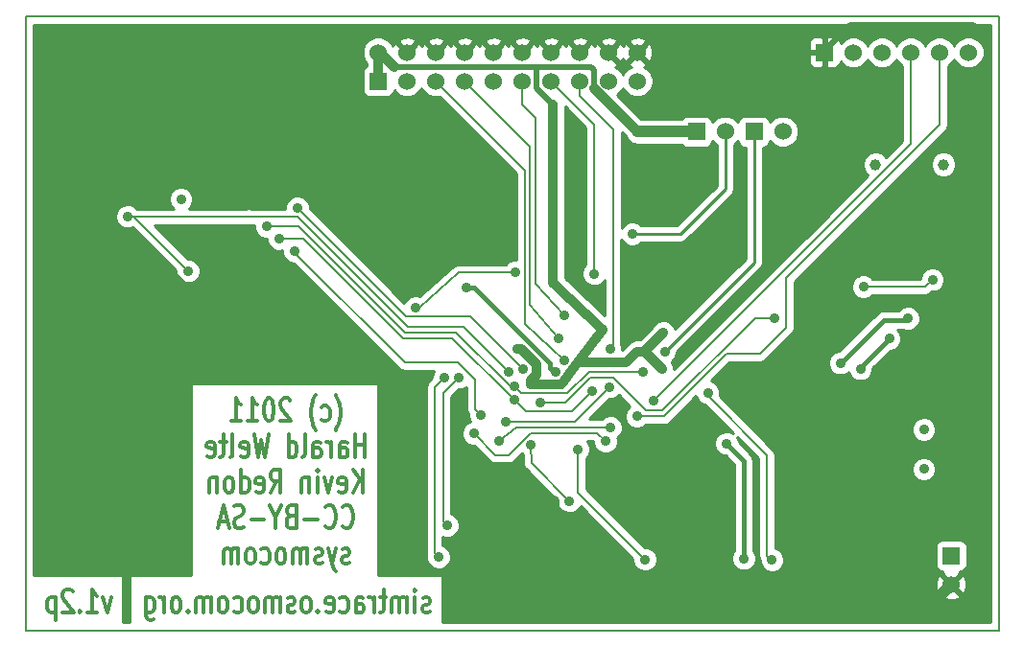
<source format=gbl>
G04 (created by PCBNEW-RS274X (2011-05-25)-stable) date Fri 18 May 2012 19:27:02 CEST*
G01*
G70*
G90*
%MOIN*%
G04 Gerber Fmt 3.4, Leading zero omitted, Abs format*
%FSLAX34Y34*%
G04 APERTURE LIST*
%ADD10C,0.006000*%
%ADD11C,0.012000*%
%ADD12C,0.008000*%
%ADD13R,0.060000X0.060000*%
%ADD14C,0.060000*%
%ADD15C,0.035400*%
%ADD16C,0.039400*%
%ADD17C,0.035000*%
%ADD18C,0.009800*%
%ADD19C,0.016000*%
%ADD20C,0.039400*%
%ADD21C,0.019700*%
%ADD22C,0.032000*%
%ADD23C,0.010000*%
G04 APERTURE END LIST*
G54D10*
G54D11*
X17428Y-55140D02*
X17285Y-55674D01*
X17143Y-55140D01*
X16600Y-55674D02*
X16943Y-55674D01*
X16771Y-55674D02*
X16771Y-54874D01*
X16828Y-54988D01*
X16886Y-55064D01*
X16943Y-55102D01*
X16343Y-55598D02*
X16315Y-55636D01*
X16343Y-55674D01*
X16372Y-55636D01*
X16343Y-55598D01*
X16343Y-55674D01*
X16086Y-54950D02*
X16057Y-54912D01*
X16000Y-54874D01*
X15857Y-54874D01*
X15800Y-54912D01*
X15771Y-54950D01*
X15743Y-55026D01*
X15743Y-55102D01*
X15771Y-55217D01*
X16114Y-55674D01*
X15743Y-55674D01*
X15486Y-55140D02*
X15486Y-55940D01*
X15486Y-55179D02*
X15429Y-55140D01*
X15315Y-55140D01*
X15258Y-55179D01*
X15229Y-55217D01*
X15200Y-55293D01*
X15200Y-55521D01*
X15229Y-55598D01*
X15258Y-55636D01*
X15315Y-55674D01*
X15429Y-55674D01*
X15486Y-55636D01*
X25213Y-49329D02*
X25241Y-49290D01*
X25298Y-49176D01*
X25327Y-49100D01*
X25356Y-48986D01*
X25384Y-48795D01*
X25384Y-48643D01*
X25356Y-48452D01*
X25327Y-48338D01*
X25298Y-48262D01*
X25241Y-48148D01*
X25213Y-48110D01*
X24727Y-48986D02*
X24784Y-49024D01*
X24898Y-49024D01*
X24956Y-48986D01*
X24984Y-48948D01*
X25013Y-48871D01*
X25013Y-48643D01*
X24984Y-48567D01*
X24956Y-48529D01*
X24898Y-48490D01*
X24784Y-48490D01*
X24727Y-48529D01*
X24527Y-49329D02*
X24499Y-49290D01*
X24442Y-49176D01*
X24413Y-49100D01*
X24384Y-48986D01*
X24356Y-48795D01*
X24356Y-48643D01*
X24384Y-48452D01*
X24413Y-48338D01*
X24442Y-48262D01*
X24499Y-48148D01*
X24527Y-48110D01*
X23642Y-48300D02*
X23613Y-48262D01*
X23556Y-48224D01*
X23413Y-48224D01*
X23356Y-48262D01*
X23327Y-48300D01*
X23299Y-48376D01*
X23299Y-48452D01*
X23327Y-48567D01*
X23670Y-49024D01*
X23299Y-49024D01*
X22928Y-48224D02*
X22871Y-48224D01*
X22814Y-48262D01*
X22785Y-48300D01*
X22756Y-48376D01*
X22728Y-48529D01*
X22728Y-48719D01*
X22756Y-48871D01*
X22785Y-48948D01*
X22814Y-48986D01*
X22871Y-49024D01*
X22928Y-49024D01*
X22985Y-48986D01*
X23014Y-48948D01*
X23042Y-48871D01*
X23071Y-48719D01*
X23071Y-48529D01*
X23042Y-48376D01*
X23014Y-48300D01*
X22985Y-48262D01*
X22928Y-48224D01*
X22157Y-49024D02*
X22500Y-49024D01*
X22328Y-49024D02*
X22328Y-48224D01*
X22385Y-48338D01*
X22443Y-48414D01*
X22500Y-48452D01*
X21586Y-49024D02*
X21929Y-49024D01*
X21757Y-49024D02*
X21757Y-48224D01*
X21814Y-48338D01*
X21872Y-48414D01*
X21929Y-48452D01*
X26242Y-50264D02*
X26242Y-49464D01*
X26242Y-49845D02*
X25899Y-49845D01*
X25899Y-50264D02*
X25899Y-49464D01*
X25356Y-50264D02*
X25356Y-49845D01*
X25385Y-49769D01*
X25442Y-49730D01*
X25556Y-49730D01*
X25613Y-49769D01*
X25356Y-50226D02*
X25413Y-50264D01*
X25556Y-50264D01*
X25613Y-50226D01*
X25642Y-50150D01*
X25642Y-50073D01*
X25613Y-49997D01*
X25556Y-49959D01*
X25413Y-49959D01*
X25356Y-49921D01*
X25070Y-50264D02*
X25070Y-49730D01*
X25070Y-49883D02*
X25042Y-49807D01*
X25013Y-49769D01*
X24956Y-49730D01*
X24899Y-49730D01*
X24442Y-50264D02*
X24442Y-49845D01*
X24471Y-49769D01*
X24528Y-49730D01*
X24642Y-49730D01*
X24699Y-49769D01*
X24442Y-50226D02*
X24499Y-50264D01*
X24642Y-50264D01*
X24699Y-50226D01*
X24728Y-50150D01*
X24728Y-50073D01*
X24699Y-49997D01*
X24642Y-49959D01*
X24499Y-49959D01*
X24442Y-49921D01*
X24070Y-50264D02*
X24128Y-50226D01*
X24156Y-50150D01*
X24156Y-49464D01*
X23585Y-50264D02*
X23585Y-49464D01*
X23585Y-50226D02*
X23642Y-50264D01*
X23756Y-50264D01*
X23814Y-50226D01*
X23842Y-50188D01*
X23871Y-50111D01*
X23871Y-49883D01*
X23842Y-49807D01*
X23814Y-49769D01*
X23756Y-49730D01*
X23642Y-49730D01*
X23585Y-49769D01*
X22899Y-49464D02*
X22756Y-50264D01*
X22642Y-49692D01*
X22528Y-50264D01*
X22385Y-49464D01*
X21928Y-50226D02*
X21985Y-50264D01*
X22099Y-50264D01*
X22156Y-50226D01*
X22185Y-50150D01*
X22185Y-49845D01*
X22156Y-49769D01*
X22099Y-49730D01*
X21985Y-49730D01*
X21928Y-49769D01*
X21899Y-49845D01*
X21899Y-49921D01*
X22185Y-49997D01*
X21556Y-50264D02*
X21614Y-50226D01*
X21642Y-50150D01*
X21642Y-49464D01*
X21414Y-49730D02*
X21185Y-49730D01*
X21328Y-49464D02*
X21328Y-50150D01*
X21300Y-50226D01*
X21242Y-50264D01*
X21185Y-50264D01*
X20757Y-50226D02*
X20814Y-50264D01*
X20928Y-50264D01*
X20985Y-50226D01*
X21014Y-50150D01*
X21014Y-49845D01*
X20985Y-49769D01*
X20928Y-49730D01*
X20814Y-49730D01*
X20757Y-49769D01*
X20728Y-49845D01*
X20728Y-49921D01*
X21014Y-49997D01*
X26157Y-51504D02*
X26157Y-50704D01*
X25814Y-51504D02*
X26071Y-51047D01*
X25814Y-50704D02*
X26157Y-51161D01*
X25329Y-51466D02*
X25386Y-51504D01*
X25500Y-51504D01*
X25557Y-51466D01*
X25586Y-51390D01*
X25586Y-51085D01*
X25557Y-51009D01*
X25500Y-50970D01*
X25386Y-50970D01*
X25329Y-51009D01*
X25300Y-51085D01*
X25300Y-51161D01*
X25586Y-51237D01*
X25100Y-50970D02*
X24957Y-51504D01*
X24815Y-50970D01*
X24586Y-51504D02*
X24586Y-50970D01*
X24586Y-50704D02*
X24615Y-50742D01*
X24586Y-50780D01*
X24558Y-50742D01*
X24586Y-50704D01*
X24586Y-50780D01*
X24300Y-50970D02*
X24300Y-51504D01*
X24300Y-51047D02*
X24272Y-51009D01*
X24214Y-50970D01*
X24129Y-50970D01*
X24072Y-51009D01*
X24043Y-51085D01*
X24043Y-51504D01*
X22957Y-51504D02*
X23157Y-51123D01*
X23300Y-51504D02*
X23300Y-50704D01*
X23072Y-50704D01*
X23014Y-50742D01*
X22986Y-50780D01*
X22957Y-50856D01*
X22957Y-50970D01*
X22986Y-51047D01*
X23014Y-51085D01*
X23072Y-51123D01*
X23300Y-51123D01*
X22472Y-51466D02*
X22529Y-51504D01*
X22643Y-51504D01*
X22700Y-51466D01*
X22729Y-51390D01*
X22729Y-51085D01*
X22700Y-51009D01*
X22643Y-50970D01*
X22529Y-50970D01*
X22472Y-51009D01*
X22443Y-51085D01*
X22443Y-51161D01*
X22729Y-51237D01*
X21929Y-51504D02*
X21929Y-50704D01*
X21929Y-51466D02*
X21986Y-51504D01*
X22100Y-51504D01*
X22158Y-51466D01*
X22186Y-51428D01*
X22215Y-51351D01*
X22215Y-51123D01*
X22186Y-51047D01*
X22158Y-51009D01*
X22100Y-50970D01*
X21986Y-50970D01*
X21929Y-51009D01*
X21557Y-51504D02*
X21615Y-51466D01*
X21643Y-51428D01*
X21672Y-51351D01*
X21672Y-51123D01*
X21643Y-51047D01*
X21615Y-51009D01*
X21557Y-50970D01*
X21472Y-50970D01*
X21415Y-51009D01*
X21386Y-51047D01*
X21357Y-51123D01*
X21357Y-51351D01*
X21386Y-51428D01*
X21415Y-51466D01*
X21472Y-51504D01*
X21557Y-51504D01*
X21100Y-50970D02*
X21100Y-51504D01*
X21100Y-51047D02*
X21072Y-51009D01*
X21014Y-50970D01*
X20929Y-50970D01*
X20872Y-51009D01*
X20843Y-51085D01*
X20843Y-51504D01*
X25456Y-52668D02*
X25485Y-52706D01*
X25571Y-52744D01*
X25628Y-52744D01*
X25713Y-52706D01*
X25771Y-52630D01*
X25799Y-52553D01*
X25828Y-52401D01*
X25828Y-52287D01*
X25799Y-52134D01*
X25771Y-52058D01*
X25713Y-51982D01*
X25628Y-51944D01*
X25571Y-51944D01*
X25485Y-51982D01*
X25456Y-52020D01*
X24856Y-52668D02*
X24885Y-52706D01*
X24971Y-52744D01*
X25028Y-52744D01*
X25113Y-52706D01*
X25171Y-52630D01*
X25199Y-52553D01*
X25228Y-52401D01*
X25228Y-52287D01*
X25199Y-52134D01*
X25171Y-52058D01*
X25113Y-51982D01*
X25028Y-51944D01*
X24971Y-51944D01*
X24885Y-51982D01*
X24856Y-52020D01*
X24599Y-52439D02*
X24142Y-52439D01*
X23656Y-52325D02*
X23570Y-52363D01*
X23542Y-52401D01*
X23513Y-52477D01*
X23513Y-52591D01*
X23542Y-52668D01*
X23570Y-52706D01*
X23628Y-52744D01*
X23856Y-52744D01*
X23856Y-51944D01*
X23656Y-51944D01*
X23599Y-51982D01*
X23570Y-52020D01*
X23542Y-52096D01*
X23542Y-52172D01*
X23570Y-52249D01*
X23599Y-52287D01*
X23656Y-52325D01*
X23856Y-52325D01*
X23142Y-52363D02*
X23142Y-52744D01*
X23342Y-51944D02*
X23142Y-52363D01*
X22942Y-51944D01*
X22742Y-52439D02*
X22285Y-52439D01*
X22028Y-52706D02*
X21942Y-52744D01*
X21799Y-52744D01*
X21742Y-52706D01*
X21713Y-52668D01*
X21685Y-52591D01*
X21685Y-52515D01*
X21713Y-52439D01*
X21742Y-52401D01*
X21799Y-52363D01*
X21913Y-52325D01*
X21971Y-52287D01*
X21999Y-52249D01*
X22028Y-52172D01*
X22028Y-52096D01*
X21999Y-52020D01*
X21971Y-51982D01*
X21913Y-51944D01*
X21771Y-51944D01*
X21685Y-51982D01*
X21457Y-52515D02*
X21171Y-52515D01*
X21514Y-52744D02*
X21314Y-51944D01*
X21114Y-52744D01*
X25700Y-53946D02*
X25643Y-53984D01*
X25528Y-53984D01*
X25471Y-53946D01*
X25443Y-53870D01*
X25443Y-53831D01*
X25471Y-53755D01*
X25528Y-53717D01*
X25614Y-53717D01*
X25671Y-53679D01*
X25700Y-53603D01*
X25700Y-53565D01*
X25671Y-53489D01*
X25614Y-53450D01*
X25528Y-53450D01*
X25471Y-53489D01*
X25242Y-53450D02*
X25099Y-53984D01*
X24957Y-53450D02*
X25099Y-53984D01*
X25157Y-54174D01*
X25185Y-54212D01*
X25242Y-54250D01*
X24757Y-53946D02*
X24700Y-53984D01*
X24585Y-53984D01*
X24528Y-53946D01*
X24500Y-53870D01*
X24500Y-53831D01*
X24528Y-53755D01*
X24585Y-53717D01*
X24671Y-53717D01*
X24728Y-53679D01*
X24757Y-53603D01*
X24757Y-53565D01*
X24728Y-53489D01*
X24671Y-53450D01*
X24585Y-53450D01*
X24528Y-53489D01*
X24242Y-53984D02*
X24242Y-53450D01*
X24242Y-53527D02*
X24214Y-53489D01*
X24156Y-53450D01*
X24071Y-53450D01*
X24014Y-53489D01*
X23985Y-53565D01*
X23985Y-53984D01*
X23985Y-53565D02*
X23956Y-53489D01*
X23899Y-53450D01*
X23814Y-53450D01*
X23756Y-53489D01*
X23728Y-53565D01*
X23728Y-53984D01*
X23356Y-53984D02*
X23414Y-53946D01*
X23442Y-53908D01*
X23471Y-53831D01*
X23471Y-53603D01*
X23442Y-53527D01*
X23414Y-53489D01*
X23356Y-53450D01*
X23271Y-53450D01*
X23214Y-53489D01*
X23185Y-53527D01*
X23156Y-53603D01*
X23156Y-53831D01*
X23185Y-53908D01*
X23214Y-53946D01*
X23271Y-53984D01*
X23356Y-53984D01*
X22642Y-53946D02*
X22699Y-53984D01*
X22813Y-53984D01*
X22871Y-53946D01*
X22899Y-53908D01*
X22928Y-53831D01*
X22928Y-53603D01*
X22899Y-53527D01*
X22871Y-53489D01*
X22813Y-53450D01*
X22699Y-53450D01*
X22642Y-53489D01*
X22299Y-53984D02*
X22357Y-53946D01*
X22385Y-53908D01*
X22414Y-53831D01*
X22414Y-53603D01*
X22385Y-53527D01*
X22357Y-53489D01*
X22299Y-53450D01*
X22214Y-53450D01*
X22157Y-53489D01*
X22128Y-53527D01*
X22099Y-53603D01*
X22099Y-53831D01*
X22128Y-53908D01*
X22157Y-53946D01*
X22214Y-53984D01*
X22299Y-53984D01*
X21842Y-53984D02*
X21842Y-53450D01*
X21842Y-53527D02*
X21814Y-53489D01*
X21756Y-53450D01*
X21671Y-53450D01*
X21614Y-53489D01*
X21585Y-53565D01*
X21585Y-53984D01*
X21585Y-53565D02*
X21556Y-53489D01*
X21499Y-53450D01*
X21414Y-53450D01*
X21356Y-53489D01*
X21328Y-53565D01*
X21328Y-53984D01*
G54D12*
X14450Y-56300D02*
X14450Y-34950D01*
X48250Y-56300D02*
X14450Y-56300D01*
X48250Y-34950D02*
X48250Y-56300D01*
X15250Y-34950D02*
X48250Y-34950D01*
X14450Y-34950D02*
X15250Y-34950D01*
G54D11*
X28493Y-55636D02*
X28436Y-55674D01*
X28321Y-55674D01*
X28264Y-55636D01*
X28236Y-55560D01*
X28236Y-55521D01*
X28264Y-55445D01*
X28321Y-55407D01*
X28407Y-55407D01*
X28464Y-55369D01*
X28493Y-55293D01*
X28493Y-55255D01*
X28464Y-55179D01*
X28407Y-55140D01*
X28321Y-55140D01*
X28264Y-55179D01*
X27978Y-55674D02*
X27978Y-55140D01*
X27978Y-54874D02*
X28007Y-54912D01*
X27978Y-54950D01*
X27950Y-54912D01*
X27978Y-54874D01*
X27978Y-54950D01*
X27692Y-55674D02*
X27692Y-55140D01*
X27692Y-55217D02*
X27664Y-55179D01*
X27606Y-55140D01*
X27521Y-55140D01*
X27464Y-55179D01*
X27435Y-55255D01*
X27435Y-55674D01*
X27435Y-55255D02*
X27406Y-55179D01*
X27349Y-55140D01*
X27264Y-55140D01*
X27206Y-55179D01*
X27178Y-55255D01*
X27178Y-55674D01*
X26978Y-55140D02*
X26749Y-55140D01*
X26892Y-54874D02*
X26892Y-55560D01*
X26864Y-55636D01*
X26806Y-55674D01*
X26749Y-55674D01*
X26549Y-55674D02*
X26549Y-55140D01*
X26549Y-55293D02*
X26521Y-55217D01*
X26492Y-55179D01*
X26435Y-55140D01*
X26378Y-55140D01*
X25921Y-55674D02*
X25921Y-55255D01*
X25950Y-55179D01*
X26007Y-55140D01*
X26121Y-55140D01*
X26178Y-55179D01*
X25921Y-55636D02*
X25978Y-55674D01*
X26121Y-55674D01*
X26178Y-55636D01*
X26207Y-55560D01*
X26207Y-55483D01*
X26178Y-55407D01*
X26121Y-55369D01*
X25978Y-55369D01*
X25921Y-55331D01*
X25378Y-55636D02*
X25435Y-55674D01*
X25549Y-55674D01*
X25607Y-55636D01*
X25635Y-55598D01*
X25664Y-55521D01*
X25664Y-55293D01*
X25635Y-55217D01*
X25607Y-55179D01*
X25549Y-55140D01*
X25435Y-55140D01*
X25378Y-55179D01*
X24893Y-55636D02*
X24950Y-55674D01*
X25064Y-55674D01*
X25121Y-55636D01*
X25150Y-55560D01*
X25150Y-55255D01*
X25121Y-55179D01*
X25064Y-55140D01*
X24950Y-55140D01*
X24893Y-55179D01*
X24864Y-55255D01*
X24864Y-55331D01*
X25150Y-55407D01*
X24607Y-55598D02*
X24579Y-55636D01*
X24607Y-55674D01*
X24636Y-55636D01*
X24607Y-55598D01*
X24607Y-55674D01*
X24235Y-55674D02*
X24293Y-55636D01*
X24321Y-55598D01*
X24350Y-55521D01*
X24350Y-55293D01*
X24321Y-55217D01*
X24293Y-55179D01*
X24235Y-55140D01*
X24150Y-55140D01*
X24093Y-55179D01*
X24064Y-55217D01*
X24035Y-55293D01*
X24035Y-55521D01*
X24064Y-55598D01*
X24093Y-55636D01*
X24150Y-55674D01*
X24235Y-55674D01*
X23807Y-55636D02*
X23750Y-55674D01*
X23635Y-55674D01*
X23578Y-55636D01*
X23550Y-55560D01*
X23550Y-55521D01*
X23578Y-55445D01*
X23635Y-55407D01*
X23721Y-55407D01*
X23778Y-55369D01*
X23807Y-55293D01*
X23807Y-55255D01*
X23778Y-55179D01*
X23721Y-55140D01*
X23635Y-55140D01*
X23578Y-55179D01*
X23292Y-55674D02*
X23292Y-55140D01*
X23292Y-55217D02*
X23264Y-55179D01*
X23206Y-55140D01*
X23121Y-55140D01*
X23064Y-55179D01*
X23035Y-55255D01*
X23035Y-55674D01*
X23035Y-55255D02*
X23006Y-55179D01*
X22949Y-55140D01*
X22864Y-55140D01*
X22806Y-55179D01*
X22778Y-55255D01*
X22778Y-55674D01*
X22406Y-55674D02*
X22464Y-55636D01*
X22492Y-55598D01*
X22521Y-55521D01*
X22521Y-55293D01*
X22492Y-55217D01*
X22464Y-55179D01*
X22406Y-55140D01*
X22321Y-55140D01*
X22264Y-55179D01*
X22235Y-55217D01*
X22206Y-55293D01*
X22206Y-55521D01*
X22235Y-55598D01*
X22264Y-55636D01*
X22321Y-55674D01*
X22406Y-55674D01*
X21692Y-55636D02*
X21749Y-55674D01*
X21863Y-55674D01*
X21921Y-55636D01*
X21949Y-55598D01*
X21978Y-55521D01*
X21978Y-55293D01*
X21949Y-55217D01*
X21921Y-55179D01*
X21863Y-55140D01*
X21749Y-55140D01*
X21692Y-55179D01*
X21349Y-55674D02*
X21407Y-55636D01*
X21435Y-55598D01*
X21464Y-55521D01*
X21464Y-55293D01*
X21435Y-55217D01*
X21407Y-55179D01*
X21349Y-55140D01*
X21264Y-55140D01*
X21207Y-55179D01*
X21178Y-55217D01*
X21149Y-55293D01*
X21149Y-55521D01*
X21178Y-55598D01*
X21207Y-55636D01*
X21264Y-55674D01*
X21349Y-55674D01*
X20892Y-55674D02*
X20892Y-55140D01*
X20892Y-55217D02*
X20864Y-55179D01*
X20806Y-55140D01*
X20721Y-55140D01*
X20664Y-55179D01*
X20635Y-55255D01*
X20635Y-55674D01*
X20635Y-55255D02*
X20606Y-55179D01*
X20549Y-55140D01*
X20464Y-55140D01*
X20406Y-55179D01*
X20378Y-55255D01*
X20378Y-55674D01*
X20092Y-55598D02*
X20064Y-55636D01*
X20092Y-55674D01*
X20121Y-55636D01*
X20092Y-55598D01*
X20092Y-55674D01*
X19720Y-55674D02*
X19778Y-55636D01*
X19806Y-55598D01*
X19835Y-55521D01*
X19835Y-55293D01*
X19806Y-55217D01*
X19778Y-55179D01*
X19720Y-55140D01*
X19635Y-55140D01*
X19578Y-55179D01*
X19549Y-55217D01*
X19520Y-55293D01*
X19520Y-55521D01*
X19549Y-55598D01*
X19578Y-55636D01*
X19635Y-55674D01*
X19720Y-55674D01*
X19263Y-55674D02*
X19263Y-55140D01*
X19263Y-55293D02*
X19235Y-55217D01*
X19206Y-55179D01*
X19149Y-55140D01*
X19092Y-55140D01*
X18635Y-55140D02*
X18635Y-55788D01*
X18664Y-55864D01*
X18692Y-55902D01*
X18749Y-55940D01*
X18835Y-55940D01*
X18892Y-55902D01*
X18635Y-55636D02*
X18692Y-55674D01*
X18806Y-55674D01*
X18864Y-55636D01*
X18892Y-55598D01*
X18921Y-55521D01*
X18921Y-55293D01*
X18892Y-55217D01*
X18864Y-55179D01*
X18806Y-55140D01*
X18692Y-55140D01*
X18635Y-55179D01*
G54D13*
X42200Y-36200D03*
G54D14*
X43200Y-36200D03*
X44200Y-36200D03*
X45200Y-36200D03*
X46200Y-36200D03*
X47200Y-36200D03*
G54D15*
X45650Y-50689D03*
X45650Y-49311D03*
G54D13*
X46600Y-53700D03*
G54D14*
X46600Y-54700D03*
G54D13*
X26700Y-37200D03*
G54D14*
X26700Y-36200D03*
X27700Y-37200D03*
X27700Y-36200D03*
X28700Y-37200D03*
X28700Y-36200D03*
X29700Y-37200D03*
X29700Y-36200D03*
X30700Y-37200D03*
X30700Y-36200D03*
X31700Y-37200D03*
X31700Y-36200D03*
X32700Y-37200D03*
X32700Y-36200D03*
X33700Y-37200D03*
X33700Y-36200D03*
X34700Y-37200D03*
X34700Y-36200D03*
X35700Y-37200D03*
X35700Y-36200D03*
G54D13*
X37750Y-38950D03*
G54D14*
X38750Y-38950D03*
G54D13*
X39750Y-38950D03*
G54D14*
X40750Y-38950D03*
G54D16*
X46331Y-40100D03*
X43969Y-40100D03*
G54D17*
X19850Y-41300D03*
X34750Y-46500D03*
X35910Y-47293D03*
X31421Y-47811D03*
X22816Y-42245D03*
X34737Y-47832D03*
X31131Y-49039D03*
X33639Y-50003D03*
X35965Y-53828D03*
X36268Y-48322D03*
X35682Y-48858D03*
X18000Y-41900D03*
X31217Y-47293D03*
X20100Y-43800D03*
X23261Y-42681D03*
X34128Y-47979D03*
X31426Y-48290D03*
X29100Y-52650D03*
X29500Y-47500D03*
X29000Y-47500D03*
X28800Y-53750D03*
X31733Y-47209D03*
X23892Y-41603D03*
X30900Y-49700D03*
X34764Y-49247D03*
X30250Y-48800D03*
X23802Y-43110D03*
X40375Y-53850D03*
X38147Y-48037D03*
X34597Y-49724D03*
X30013Y-49446D03*
X33150Y-45350D03*
X33150Y-46900D03*
X34193Y-43899D03*
X36650Y-46600D03*
X32950Y-46150D03*
X45950Y-44100D03*
X43550Y-44350D03*
X32850Y-47300D03*
X29777Y-44364D03*
X39400Y-53800D03*
X38800Y-49800D03*
X33332Y-51799D03*
X32000Y-49850D03*
X36550Y-47200D03*
X31986Y-47726D03*
X44450Y-46150D03*
X32772Y-43374D03*
X31514Y-46505D03*
X43450Y-47200D03*
X34500Y-45850D03*
X36600Y-45950D03*
X29450Y-49050D03*
X31975Y-51825D03*
X35300Y-41257D03*
X28150Y-48500D03*
X47100Y-40450D03*
X25600Y-35500D03*
X27400Y-39850D03*
X15700Y-42400D03*
X33599Y-39803D03*
X30500Y-51800D03*
X31250Y-42050D03*
X28093Y-44156D03*
X40600Y-42850D03*
X36950Y-52075D03*
X38650Y-45250D03*
X28618Y-42765D03*
X36150Y-43450D03*
X18650Y-43050D03*
X32321Y-48367D03*
X40475Y-45434D03*
X42750Y-47000D03*
X45100Y-45450D03*
X35524Y-42509D03*
X27997Y-45069D03*
X31450Y-43850D03*
G54D12*
X34850Y-46400D02*
X34866Y-38866D01*
X34750Y-46500D02*
X34850Y-46400D01*
X33700Y-37200D02*
X33700Y-37700D01*
X33700Y-37700D02*
X34866Y-38866D01*
X34015Y-47293D02*
X33260Y-48048D01*
X33260Y-48048D02*
X31658Y-48048D01*
X29398Y-45926D02*
X31283Y-47811D01*
X31283Y-47811D02*
X31421Y-47811D01*
X35910Y-47293D02*
X34015Y-47293D01*
X23934Y-42245D02*
X27615Y-45926D01*
X31658Y-48048D02*
X31421Y-47811D01*
X27615Y-45926D02*
X29398Y-45926D01*
X22816Y-42245D02*
X23934Y-42245D01*
X33530Y-49039D02*
X34737Y-47832D01*
X31131Y-49039D02*
X33530Y-49039D01*
X35965Y-53828D02*
X33639Y-51502D01*
X33639Y-51502D02*
X33639Y-50003D01*
X45200Y-39390D02*
X36268Y-48322D01*
X45200Y-36200D02*
X45200Y-39390D01*
X36616Y-48858D02*
X35682Y-48858D01*
X46200Y-38722D02*
X40872Y-44050D01*
X40872Y-45760D02*
X39948Y-46684D01*
X46200Y-36200D02*
X46200Y-38722D01*
X40872Y-44050D02*
X40872Y-45760D01*
X39948Y-46684D02*
X38790Y-46684D01*
X38790Y-46684D02*
X36616Y-48858D01*
X29666Y-45742D02*
X31217Y-47293D01*
X22176Y-41924D02*
X22200Y-41900D01*
X18200Y-41900D02*
X18000Y-41900D01*
X22200Y-41900D02*
X22200Y-41924D01*
X18024Y-41924D02*
X20224Y-41924D01*
X22200Y-41924D02*
X23895Y-41924D01*
X20224Y-41924D02*
X22176Y-41924D01*
X23895Y-41924D02*
X27713Y-45742D01*
X18000Y-41900D02*
X18024Y-41924D01*
X27713Y-45742D02*
X29666Y-45742D01*
X20100Y-43800D02*
X18200Y-41900D01*
X33421Y-48686D02*
X34128Y-47979D01*
X29278Y-46142D02*
X31426Y-48290D01*
X24110Y-42681D02*
X27571Y-46142D01*
X27571Y-46142D02*
X29278Y-46142D01*
X31426Y-48290D02*
X31822Y-48686D01*
X31822Y-48686D02*
X33421Y-48686D01*
X23261Y-42681D02*
X24110Y-42681D01*
X28950Y-52500D02*
X28950Y-51950D01*
X29100Y-52650D02*
X28950Y-52500D01*
X29500Y-47500D02*
X28950Y-48050D01*
X28950Y-48050D02*
X28950Y-51950D01*
X29000Y-47500D02*
X28650Y-47850D01*
X28650Y-53600D02*
X28800Y-53750D01*
X28650Y-47850D02*
X28650Y-53600D01*
X29912Y-45388D02*
X31733Y-47209D01*
X23892Y-41603D02*
X27677Y-45388D01*
X27677Y-45388D02*
X29912Y-45388D01*
X30900Y-49700D02*
X31490Y-49247D01*
X31490Y-49247D02*
X34764Y-49247D01*
X30055Y-48605D02*
X30055Y-47566D01*
X30250Y-48800D02*
X30055Y-48605D01*
X30055Y-47566D02*
X29477Y-46988D01*
X29477Y-46988D02*
X27623Y-46988D01*
X27623Y-46988D02*
X23802Y-43167D01*
X23802Y-43167D02*
X23802Y-43110D01*
X38147Y-48037D02*
X38147Y-48147D01*
X40200Y-53700D02*
X40375Y-53850D01*
X38147Y-48147D02*
X40200Y-50200D01*
X40200Y-50200D02*
X40200Y-53700D01*
X30766Y-50199D02*
X31240Y-50199D01*
X30013Y-49446D02*
X30766Y-50199D01*
X32005Y-49434D02*
X34307Y-49434D01*
X31240Y-50199D02*
X32005Y-49434D01*
X34307Y-49434D02*
X34597Y-49724D01*
X31700Y-37200D02*
X31700Y-38000D01*
X32163Y-44246D02*
X32163Y-38463D01*
X33150Y-45350D02*
X32163Y-44246D01*
X31700Y-38000D02*
X32163Y-38463D01*
X31795Y-40295D02*
X28700Y-37200D01*
X33150Y-46900D02*
X31795Y-45643D01*
X31795Y-45643D02*
X31795Y-40295D01*
X34193Y-43899D02*
X34193Y-38693D01*
X34193Y-38693D02*
X32700Y-37200D01*
G54D18*
X39750Y-38950D02*
X39750Y-43500D01*
X39750Y-43500D02*
X36650Y-46600D01*
G54D12*
X32950Y-46150D02*
X31979Y-44967D01*
X31979Y-39479D02*
X29700Y-37200D01*
X31979Y-44967D02*
X31979Y-39479D01*
X45950Y-44100D02*
X45700Y-44350D01*
X45700Y-44350D02*
X43550Y-44350D01*
G54D19*
X29777Y-44364D02*
X30014Y-44364D01*
X30014Y-44364D02*
X32650Y-47000D01*
X32650Y-47185D02*
X32850Y-47300D01*
X32650Y-47000D02*
X32650Y-47185D01*
X38800Y-49800D02*
X39400Y-50400D01*
X39400Y-50400D02*
X39400Y-53800D01*
G54D12*
X32018Y-50485D02*
X32000Y-49850D01*
X33332Y-51799D02*
X32018Y-50485D01*
G54D20*
X37750Y-38950D02*
X35700Y-38950D01*
G54D21*
X34206Y-36806D02*
X34206Y-37294D01*
G54D22*
X34200Y-37450D02*
X35700Y-38950D01*
G54D21*
X34200Y-37300D02*
X34200Y-37450D01*
X34206Y-37294D02*
X34200Y-37300D01*
X34100Y-36700D02*
X32151Y-36700D01*
X34100Y-36700D02*
X34206Y-36806D01*
G54D22*
X35950Y-46600D02*
X35975Y-46625D01*
G54D12*
X32151Y-36700D02*
X32200Y-36749D01*
X32200Y-36749D02*
X34127Y-36749D01*
G54D22*
X33640Y-46992D02*
X35308Y-46992D01*
X35975Y-46625D02*
X35975Y-46575D01*
G54D19*
X26700Y-36200D02*
X26750Y-36200D01*
G54D22*
X26750Y-36200D02*
X27250Y-36700D01*
G54D21*
X27250Y-36700D02*
X32151Y-36700D01*
G54D22*
X35975Y-46625D02*
X36550Y-47200D01*
G54D21*
X32200Y-37450D02*
X32772Y-38022D01*
G54D22*
X32772Y-38022D02*
X32772Y-43374D01*
G54D21*
X32200Y-37200D02*
X32200Y-37450D01*
G54D12*
X34127Y-36749D02*
X34149Y-36771D01*
G54D22*
X32772Y-44219D02*
X34500Y-45850D01*
G54D12*
X26650Y-36650D02*
X26700Y-36650D01*
X34149Y-36771D02*
X34149Y-37388D01*
G54D22*
X35700Y-46600D02*
X35950Y-46600D01*
X33640Y-46992D02*
X33069Y-47750D01*
X35308Y-46992D02*
X35700Y-46600D01*
G54D21*
X32200Y-37200D02*
X32200Y-36749D01*
G54D19*
X32200Y-36749D02*
X32151Y-36700D01*
G54D22*
X26700Y-36200D02*
X26700Y-36650D01*
X32200Y-47400D02*
X32200Y-47050D01*
X33069Y-47750D02*
X32010Y-47750D01*
G54D19*
X44450Y-46150D02*
X43450Y-47150D01*
X32010Y-47750D02*
X31986Y-47726D01*
G54D22*
X34500Y-45850D02*
X33640Y-46992D01*
X26700Y-36650D02*
X26700Y-37200D01*
X35975Y-46575D02*
X36600Y-45950D01*
X31655Y-46505D02*
X31514Y-46505D01*
G54D12*
X34500Y-45850D02*
X32772Y-44219D01*
X26700Y-36650D02*
X26650Y-36650D01*
G54D22*
X32772Y-43374D02*
X32772Y-44219D01*
X31986Y-47614D02*
X32200Y-47400D01*
G54D19*
X34500Y-45850D02*
X34500Y-45850D01*
G54D12*
X34149Y-37388D02*
X35711Y-38950D01*
G54D22*
X32200Y-47050D02*
X31655Y-46505D01*
X31986Y-47726D02*
X31986Y-47614D01*
G54D19*
X43450Y-47150D02*
X43450Y-47200D01*
G54D21*
X30250Y-51800D02*
X30500Y-51800D01*
X29450Y-51000D02*
X30250Y-51800D01*
X29450Y-49050D02*
X29450Y-51000D01*
X31984Y-51816D02*
X32000Y-51816D01*
X31975Y-51825D02*
X31984Y-51816D01*
G54D22*
X35300Y-41257D02*
X35300Y-41250D01*
G54D21*
X47150Y-40450D02*
X47100Y-40450D01*
G54D22*
X26250Y-46600D02*
X22200Y-46600D01*
X18650Y-43050D02*
X22200Y-46600D01*
G54D20*
X33750Y-55750D02*
X36925Y-55750D01*
X32784Y-54784D02*
X33750Y-55750D01*
G54D22*
X32000Y-51816D02*
X32784Y-51816D01*
G54D20*
X32784Y-51816D02*
X32784Y-54784D01*
G54D21*
X47850Y-39750D02*
X47150Y-40450D01*
X43100Y-35250D02*
X47350Y-35250D01*
X47850Y-35750D02*
X47850Y-39750D01*
X47350Y-35250D02*
X47850Y-35750D01*
G54D22*
X26250Y-46600D02*
X28150Y-48500D01*
G54D20*
X36925Y-55750D02*
X45550Y-55750D01*
G54D21*
X42200Y-36200D02*
X42200Y-36150D01*
G54D20*
X45550Y-55750D02*
X46600Y-54700D01*
X25500Y-35600D02*
X25500Y-37950D01*
G54D21*
X42200Y-36150D02*
X43100Y-35250D01*
G54D20*
X27400Y-39850D02*
X25500Y-37950D01*
X25500Y-35600D02*
X25600Y-35500D01*
G54D22*
X30500Y-51800D02*
X31258Y-51816D01*
X31258Y-51816D02*
X32000Y-51816D01*
X33600Y-39802D02*
X33599Y-39803D01*
X33600Y-39800D02*
X33600Y-39802D01*
X36925Y-55750D02*
X36925Y-52100D01*
G54D12*
X18650Y-43050D02*
X18800Y-43050D01*
G54D21*
X28618Y-43631D02*
X28093Y-44156D01*
X28618Y-42765D02*
X28618Y-43631D01*
G54D22*
X36925Y-52100D02*
X36950Y-52075D01*
G54D20*
X40600Y-43300D02*
X38650Y-45250D01*
X40600Y-43300D02*
X40600Y-42850D01*
G54D12*
X36560Y-48654D02*
X36010Y-48654D01*
X40475Y-45434D02*
X39780Y-45434D01*
X39780Y-45434D02*
X36560Y-48654D01*
X33201Y-48367D02*
X32321Y-48367D01*
X34870Y-47514D02*
X34054Y-47514D01*
X34054Y-47514D02*
X33201Y-48367D01*
X36010Y-48654D02*
X34870Y-47514D01*
G54D19*
X45050Y-45500D02*
X44250Y-45500D01*
X45100Y-45450D02*
X45050Y-45500D01*
X44250Y-45500D02*
X42750Y-47000D01*
G54D18*
X38750Y-38950D02*
X38750Y-40950D01*
X38750Y-40950D02*
X37191Y-42509D01*
X35524Y-42509D02*
X37191Y-42509D01*
G54D12*
X28131Y-45069D02*
X27997Y-45069D01*
X31450Y-43850D02*
X29500Y-43850D01*
X29500Y-43850D02*
X28131Y-45069D01*
G54D23*
X33182Y-38092D02*
X33182Y-38092D01*
X33182Y-38172D02*
X33262Y-38172D01*
X33182Y-38252D02*
X33342Y-38252D01*
X33182Y-38332D02*
X33422Y-38332D01*
X33182Y-38412D02*
X33502Y-38412D01*
X33182Y-38492D02*
X33582Y-38492D01*
X33182Y-38572D02*
X33662Y-38572D01*
X33182Y-38652D02*
X33742Y-38652D01*
X33182Y-38732D02*
X33822Y-38732D01*
X33182Y-38812D02*
X33902Y-38812D01*
X33182Y-38892D02*
X33903Y-38892D01*
X33182Y-38972D02*
X33903Y-38972D01*
X33182Y-39052D02*
X33903Y-39052D01*
X33182Y-39132D02*
X33903Y-39132D01*
X33182Y-39212D02*
X33903Y-39212D01*
X33182Y-39292D02*
X33903Y-39292D01*
X33182Y-39372D02*
X33903Y-39372D01*
X33182Y-39452D02*
X33903Y-39452D01*
X33182Y-39532D02*
X33903Y-39532D01*
X33182Y-39612D02*
X33903Y-39612D01*
X33182Y-39692D02*
X33903Y-39692D01*
X33182Y-39772D02*
X33903Y-39772D01*
X33182Y-39852D02*
X33903Y-39852D01*
X33182Y-39932D02*
X33903Y-39932D01*
X33182Y-40012D02*
X33903Y-40012D01*
X33182Y-40092D02*
X33903Y-40092D01*
X33182Y-40172D02*
X33903Y-40172D01*
X33182Y-40252D02*
X33903Y-40252D01*
X33182Y-40332D02*
X33903Y-40332D01*
X33182Y-40412D02*
X33903Y-40412D01*
X33182Y-40492D02*
X33903Y-40492D01*
X33182Y-40572D02*
X33903Y-40572D01*
X33182Y-40652D02*
X33903Y-40652D01*
X33182Y-40732D02*
X33903Y-40732D01*
X33182Y-40812D02*
X33903Y-40812D01*
X33182Y-40892D02*
X33903Y-40892D01*
X33182Y-40972D02*
X33903Y-40972D01*
X33182Y-41052D02*
X33903Y-41052D01*
X33182Y-41132D02*
X33903Y-41132D01*
X33182Y-41212D02*
X33903Y-41212D01*
X33182Y-41292D02*
X33903Y-41292D01*
X33182Y-41372D02*
X33903Y-41372D01*
X33182Y-41452D02*
X33903Y-41452D01*
X33182Y-41532D02*
X33903Y-41532D01*
X33182Y-41612D02*
X33903Y-41612D01*
X33182Y-41692D02*
X33903Y-41692D01*
X33182Y-41772D02*
X33903Y-41772D01*
X33182Y-41852D02*
X33903Y-41852D01*
X33182Y-41932D02*
X33903Y-41932D01*
X33182Y-42012D02*
X33903Y-42012D01*
X33182Y-42092D02*
X33903Y-42092D01*
X33182Y-42172D02*
X33903Y-42172D01*
X33182Y-42252D02*
X33903Y-42252D01*
X33182Y-42332D02*
X33903Y-42332D01*
X33182Y-42412D02*
X33903Y-42412D01*
X33182Y-42492D02*
X33903Y-42492D01*
X33182Y-42572D02*
X33903Y-42572D01*
X33182Y-42652D02*
X33903Y-42652D01*
X33182Y-42732D02*
X33903Y-42732D01*
X33182Y-42812D02*
X33903Y-42812D01*
X33182Y-42892D02*
X33903Y-42892D01*
X33182Y-42972D02*
X33903Y-42972D01*
X33182Y-43052D02*
X33903Y-43052D01*
X33182Y-43132D02*
X33903Y-43132D01*
X33182Y-43212D02*
X33903Y-43212D01*
X33197Y-43292D02*
X33903Y-43292D01*
X33197Y-43372D02*
X33903Y-43372D01*
X33197Y-43452D02*
X33903Y-43452D01*
X33182Y-43532D02*
X33903Y-43532D01*
X33182Y-43612D02*
X33879Y-43612D01*
X33182Y-43692D02*
X33818Y-43692D01*
X33182Y-43772D02*
X33785Y-43772D01*
X33182Y-43852D02*
X33768Y-43852D01*
X33182Y-43932D02*
X33768Y-43932D01*
X33182Y-44012D02*
X33780Y-44012D01*
X33235Y-44092D02*
X33813Y-44092D01*
X33319Y-44172D02*
X33865Y-44172D01*
X34521Y-44172D02*
X34562Y-44172D01*
X33404Y-44252D02*
X33945Y-44252D01*
X34441Y-44252D02*
X34562Y-44252D01*
X33489Y-44332D02*
X34562Y-44332D01*
X33574Y-44412D02*
X34562Y-44412D01*
X33659Y-44492D02*
X34562Y-44492D01*
X33744Y-44572D02*
X34562Y-44572D01*
X33829Y-44652D02*
X34562Y-44652D01*
X33913Y-44732D02*
X34561Y-44732D01*
X33998Y-44812D02*
X34561Y-44812D01*
X34083Y-44892D02*
X34561Y-44892D01*
X34168Y-44972D02*
X34561Y-44972D01*
X34253Y-45052D02*
X34561Y-45052D01*
X34338Y-45132D02*
X34561Y-45132D01*
X34423Y-45212D02*
X34561Y-45212D01*
X34507Y-45292D02*
X34561Y-45292D01*
X35152Y-38982D02*
X35152Y-38982D01*
X35152Y-39062D02*
X35232Y-39062D01*
X35152Y-39142D02*
X35302Y-39142D01*
X35152Y-39222D02*
X35355Y-39222D01*
X35152Y-39302D02*
X35438Y-39302D01*
X38299Y-39302D02*
X38326Y-39302D01*
X35152Y-39382D02*
X35625Y-39382D01*
X38265Y-39382D02*
X38406Y-39382D01*
X35152Y-39462D02*
X37312Y-39462D01*
X38189Y-39462D02*
X38451Y-39462D01*
X35152Y-39542D02*
X38451Y-39542D01*
X35152Y-39622D02*
X38451Y-39622D01*
X35151Y-39702D02*
X38451Y-39702D01*
X35151Y-39782D02*
X38451Y-39782D01*
X35151Y-39862D02*
X38451Y-39862D01*
X35151Y-39942D02*
X38451Y-39942D01*
X35151Y-40022D02*
X38451Y-40022D01*
X35151Y-40102D02*
X38451Y-40102D01*
X35151Y-40182D02*
X38451Y-40182D01*
X35151Y-40262D02*
X38451Y-40262D01*
X35150Y-40342D02*
X38451Y-40342D01*
X35150Y-40422D02*
X38451Y-40422D01*
X35150Y-40502D02*
X38451Y-40502D01*
X35150Y-40582D02*
X38451Y-40582D01*
X35150Y-40662D02*
X38451Y-40662D01*
X35150Y-40742D02*
X38451Y-40742D01*
X35150Y-40822D02*
X38451Y-40822D01*
X35150Y-40902D02*
X38375Y-40902D01*
X35149Y-40982D02*
X38295Y-40982D01*
X35149Y-41062D02*
X38215Y-41062D01*
X35149Y-41142D02*
X38135Y-41142D01*
X35149Y-41222D02*
X38055Y-41222D01*
X35149Y-41302D02*
X37975Y-41302D01*
X35149Y-41382D02*
X37895Y-41382D01*
X35149Y-41462D02*
X37815Y-41462D01*
X35149Y-41542D02*
X37735Y-41542D01*
X35149Y-41622D02*
X37655Y-41622D01*
X35148Y-41702D02*
X37575Y-41702D01*
X35148Y-41782D02*
X37495Y-41782D01*
X35148Y-41862D02*
X37415Y-41862D01*
X35148Y-41942D02*
X37335Y-41942D01*
X35148Y-42022D02*
X37255Y-42022D01*
X35148Y-42102D02*
X35396Y-42102D01*
X35652Y-42102D02*
X37175Y-42102D01*
X35148Y-42182D02*
X35250Y-42182D01*
X35798Y-42182D02*
X37095Y-42182D01*
X35148Y-42262D02*
X35170Y-42262D01*
X39201Y-39275D02*
X39201Y-39275D01*
X39121Y-39355D02*
X39225Y-39355D01*
X39049Y-39435D02*
X39283Y-39435D01*
X39049Y-39515D02*
X39451Y-39515D01*
X39049Y-39595D02*
X39451Y-39595D01*
X39049Y-39675D02*
X39451Y-39675D01*
X39049Y-39755D02*
X39451Y-39755D01*
X39049Y-39835D02*
X39451Y-39835D01*
X39049Y-39915D02*
X39451Y-39915D01*
X39049Y-39995D02*
X39451Y-39995D01*
X39049Y-40075D02*
X39451Y-40075D01*
X39049Y-40155D02*
X39451Y-40155D01*
X39049Y-40235D02*
X39451Y-40235D01*
X39049Y-40315D02*
X39451Y-40315D01*
X39049Y-40395D02*
X39451Y-40395D01*
X39049Y-40475D02*
X39451Y-40475D01*
X39049Y-40555D02*
X39451Y-40555D01*
X39049Y-40635D02*
X39451Y-40635D01*
X39049Y-40715D02*
X39451Y-40715D01*
X39049Y-40795D02*
X39451Y-40795D01*
X39049Y-40875D02*
X39451Y-40875D01*
X39048Y-40955D02*
X39451Y-40955D01*
X39032Y-41035D02*
X39451Y-41035D01*
X38992Y-41115D02*
X39451Y-41115D01*
X38928Y-41195D02*
X39451Y-41195D01*
X38848Y-41275D02*
X39451Y-41275D01*
X38768Y-41355D02*
X39451Y-41355D01*
X38688Y-41435D02*
X39451Y-41435D01*
X38608Y-41515D02*
X39451Y-41515D01*
X38528Y-41595D02*
X39451Y-41595D01*
X38448Y-41675D02*
X39451Y-41675D01*
X38368Y-41755D02*
X39451Y-41755D01*
X38288Y-41835D02*
X39451Y-41835D01*
X38208Y-41915D02*
X39451Y-41915D01*
X38128Y-41995D02*
X39451Y-41995D01*
X38048Y-42075D02*
X39451Y-42075D01*
X37968Y-42155D02*
X39451Y-42155D01*
X37888Y-42235D02*
X39451Y-42235D01*
X37808Y-42315D02*
X39451Y-42315D01*
X37728Y-42395D02*
X39451Y-42395D01*
X37648Y-42475D02*
X39451Y-42475D01*
X37568Y-42555D02*
X39451Y-42555D01*
X37488Y-42635D02*
X39451Y-42635D01*
X35146Y-42715D02*
X35149Y-42715D01*
X37408Y-42715D02*
X39451Y-42715D01*
X35146Y-42795D02*
X35209Y-42795D01*
X37251Y-42795D02*
X39451Y-42795D01*
X35146Y-42875D02*
X35298Y-42875D01*
X35752Y-42875D02*
X39451Y-42875D01*
X35146Y-42955D02*
X39451Y-42955D01*
X35146Y-43035D02*
X39451Y-43035D01*
X35146Y-43115D02*
X39451Y-43115D01*
X35146Y-43195D02*
X39451Y-43195D01*
X35146Y-43275D02*
X39451Y-43275D01*
X35145Y-43355D02*
X39451Y-43355D01*
X35145Y-43435D02*
X39392Y-43435D01*
X35145Y-43515D02*
X39312Y-43515D01*
X35145Y-43595D02*
X39232Y-43595D01*
X35145Y-43675D02*
X39152Y-43675D01*
X35145Y-43755D02*
X39072Y-43755D01*
X35145Y-43835D02*
X38992Y-43835D01*
X35145Y-43915D02*
X38912Y-43915D01*
X35144Y-43995D02*
X38832Y-43995D01*
X35144Y-44075D02*
X38752Y-44075D01*
X35144Y-44155D02*
X38672Y-44155D01*
X35144Y-44235D02*
X38592Y-44235D01*
X35144Y-44315D02*
X38512Y-44315D01*
X35144Y-44395D02*
X38432Y-44395D01*
X35144Y-44475D02*
X38352Y-44475D01*
X35143Y-44555D02*
X38272Y-44555D01*
X35143Y-44635D02*
X38192Y-44635D01*
X35143Y-44715D02*
X38112Y-44715D01*
X35143Y-44795D02*
X38032Y-44795D01*
X35143Y-44875D02*
X37952Y-44875D01*
X35143Y-44955D02*
X37872Y-44955D01*
X35143Y-45035D02*
X37792Y-45035D01*
X35143Y-45115D02*
X37712Y-45115D01*
X35142Y-45195D02*
X37632Y-45195D01*
X35142Y-45275D02*
X37552Y-45275D01*
X35142Y-45355D02*
X37472Y-45355D01*
X35142Y-45435D02*
X37392Y-45435D01*
X35142Y-45515D02*
X37312Y-45515D01*
X35142Y-45595D02*
X36354Y-45595D01*
X36846Y-45595D02*
X37232Y-45595D01*
X35142Y-45675D02*
X36274Y-45675D01*
X36926Y-45675D02*
X37152Y-45675D01*
X35141Y-45755D02*
X36215Y-45755D01*
X36979Y-45755D02*
X37072Y-45755D01*
X35141Y-45835D02*
X36135Y-45835D01*
X35141Y-45915D02*
X36055Y-45915D01*
X35141Y-45995D02*
X35975Y-45995D01*
X35141Y-46075D02*
X35895Y-46075D01*
X35141Y-46155D02*
X35815Y-46155D01*
X35141Y-46235D02*
X35522Y-46235D01*
X35141Y-46315D02*
X35405Y-46315D01*
X35166Y-46395D02*
X35325Y-46395D01*
X35175Y-46475D02*
X35245Y-46475D01*
X14740Y-35240D02*
X47960Y-35240D01*
X14740Y-35320D02*
X47960Y-35320D01*
X14740Y-35400D02*
X47960Y-35400D01*
X14740Y-35480D02*
X47960Y-35480D01*
X14740Y-35560D02*
X47960Y-35560D01*
X14740Y-35640D02*
X47960Y-35640D01*
X14740Y-35720D02*
X26425Y-35720D01*
X26974Y-35720D02*
X27438Y-35720D01*
X27958Y-35720D02*
X28438Y-35720D01*
X28958Y-35720D02*
X29438Y-35720D01*
X29958Y-35720D02*
X30438Y-35720D01*
X30958Y-35720D02*
X31438Y-35720D01*
X31958Y-35720D02*
X32438Y-35720D01*
X32958Y-35720D02*
X33438Y-35720D01*
X33958Y-35720D02*
X34438Y-35720D01*
X34958Y-35720D02*
X35438Y-35720D01*
X35958Y-35720D02*
X41728Y-35720D01*
X42150Y-35720D02*
X42250Y-35720D01*
X42672Y-35720D02*
X42925Y-35720D01*
X43474Y-35720D02*
X43925Y-35720D01*
X44474Y-35720D02*
X44925Y-35720D01*
X45474Y-35720D02*
X45925Y-35720D01*
X46474Y-35720D02*
X46925Y-35720D01*
X47474Y-35720D02*
X47960Y-35720D01*
X14740Y-35800D02*
X26324Y-35800D01*
X27076Y-35800D02*
X27398Y-35800D01*
X28001Y-35800D02*
X28398Y-35800D01*
X29001Y-35800D02*
X29398Y-35800D01*
X30001Y-35800D02*
X30398Y-35800D01*
X31001Y-35800D02*
X31398Y-35800D01*
X32001Y-35800D02*
X32398Y-35800D01*
X33001Y-35800D02*
X33398Y-35800D01*
X34001Y-35800D02*
X34398Y-35800D01*
X35001Y-35800D02*
X35398Y-35800D01*
X36001Y-35800D02*
X41671Y-35800D01*
X42150Y-35800D02*
X42250Y-35800D01*
X42728Y-35800D02*
X42824Y-35800D01*
X43576Y-35800D02*
X43824Y-35800D01*
X44576Y-35800D02*
X44824Y-35800D01*
X45576Y-35800D02*
X45824Y-35800D01*
X46576Y-35800D02*
X46824Y-35800D01*
X47576Y-35800D02*
X47960Y-35800D01*
X14740Y-35880D02*
X26244Y-35880D01*
X27156Y-35880D02*
X27451Y-35880D01*
X27950Y-35880D02*
X28008Y-35880D01*
X28008Y-35880D02*
X28451Y-35880D01*
X28950Y-35880D02*
X29008Y-35880D01*
X29008Y-35880D02*
X29451Y-35880D01*
X29950Y-35880D02*
X30008Y-35880D01*
X30008Y-35880D02*
X30451Y-35880D01*
X30950Y-35880D02*
X31008Y-35880D01*
X31008Y-35880D02*
X31451Y-35880D01*
X31950Y-35880D02*
X32008Y-35880D01*
X32008Y-35880D02*
X32451Y-35880D01*
X32950Y-35880D02*
X33008Y-35880D01*
X33008Y-35880D02*
X33451Y-35880D01*
X33950Y-35880D02*
X34008Y-35880D01*
X34008Y-35880D02*
X34451Y-35880D01*
X34950Y-35880D02*
X35008Y-35880D01*
X35008Y-35880D02*
X35451Y-35880D01*
X35950Y-35880D02*
X36008Y-35880D01*
X36008Y-35880D02*
X41651Y-35880D01*
X42150Y-35880D02*
X42250Y-35880D01*
X43656Y-35880D02*
X43744Y-35880D01*
X44656Y-35880D02*
X44744Y-35880D01*
X45656Y-35880D02*
X45744Y-35880D01*
X46656Y-35880D02*
X46744Y-35880D01*
X47656Y-35880D02*
X47960Y-35880D01*
X14740Y-35960D02*
X26205Y-35960D01*
X27194Y-35960D02*
X27212Y-35960D01*
X27389Y-35960D02*
X27531Y-35960D01*
X27870Y-35960D02*
X28008Y-35960D01*
X28008Y-35960D02*
X28010Y-35960D01*
X28188Y-35960D02*
X28213Y-35960D01*
X28389Y-35960D02*
X28531Y-35960D01*
X28870Y-35960D02*
X29008Y-35960D01*
X29008Y-35960D02*
X29010Y-35960D01*
X29188Y-35960D02*
X29213Y-35960D01*
X29389Y-35960D02*
X29531Y-35960D01*
X29870Y-35960D02*
X30008Y-35960D01*
X30008Y-35960D02*
X30010Y-35960D01*
X30188Y-35960D02*
X30213Y-35960D01*
X30389Y-35960D02*
X30531Y-35960D01*
X30870Y-35960D02*
X31008Y-35960D01*
X31008Y-35960D02*
X31010Y-35960D01*
X31188Y-35960D02*
X31213Y-35960D01*
X31389Y-35960D02*
X31531Y-35960D01*
X31870Y-35960D02*
X32008Y-35960D01*
X32008Y-35960D02*
X32010Y-35960D01*
X32188Y-35960D02*
X32213Y-35960D01*
X32389Y-35960D02*
X32531Y-35960D01*
X32870Y-35960D02*
X33008Y-35960D01*
X33008Y-35960D02*
X33010Y-35960D01*
X33188Y-35960D02*
X33213Y-35960D01*
X33389Y-35960D02*
X33531Y-35960D01*
X33870Y-35960D02*
X34008Y-35960D01*
X34008Y-35960D02*
X34010Y-35960D01*
X34188Y-35960D02*
X34213Y-35960D01*
X34389Y-35960D02*
X34531Y-35960D01*
X34870Y-35960D02*
X35008Y-35960D01*
X35008Y-35960D02*
X35010Y-35960D01*
X35188Y-35960D02*
X35213Y-35960D01*
X35389Y-35960D02*
X35531Y-35960D01*
X35870Y-35960D02*
X36008Y-35960D01*
X36008Y-35960D02*
X36010Y-35960D01*
X36188Y-35960D02*
X41650Y-35960D01*
X42150Y-35960D02*
X42250Y-35960D01*
X43694Y-35960D02*
X43705Y-35960D01*
X44694Y-35960D02*
X44705Y-35960D01*
X45694Y-35960D02*
X45705Y-35960D01*
X46694Y-35960D02*
X46705Y-35960D01*
X47694Y-35960D02*
X47960Y-35960D01*
X14740Y-36040D02*
X26172Y-36040D01*
X27469Y-36040D02*
X27611Y-36040D01*
X27790Y-36040D02*
X27930Y-36040D01*
X28469Y-36040D02*
X28611Y-36040D01*
X28790Y-36040D02*
X28930Y-36040D01*
X29469Y-36040D02*
X29611Y-36040D01*
X29790Y-36040D02*
X29930Y-36040D01*
X30469Y-36040D02*
X30611Y-36040D01*
X30790Y-36040D02*
X30930Y-36040D01*
X31469Y-36040D02*
X31611Y-36040D01*
X31790Y-36040D02*
X31930Y-36040D01*
X32469Y-36040D02*
X32611Y-36040D01*
X32790Y-36040D02*
X32930Y-36040D01*
X33469Y-36040D02*
X33611Y-36040D01*
X33790Y-36040D02*
X33930Y-36040D01*
X34469Y-36040D02*
X34611Y-36040D01*
X34790Y-36040D02*
X34930Y-36040D01*
X35469Y-36040D02*
X35611Y-36040D01*
X35790Y-36040D02*
X35930Y-36040D01*
X36221Y-36040D02*
X41650Y-36040D01*
X42150Y-36040D02*
X42250Y-36040D01*
X47727Y-36040D02*
X47960Y-36040D01*
X14740Y-36120D02*
X26151Y-36120D01*
X27549Y-36120D02*
X27691Y-36120D01*
X27710Y-36120D02*
X27850Y-36120D01*
X28549Y-36120D02*
X28691Y-36120D01*
X28710Y-36120D02*
X28850Y-36120D01*
X29549Y-36120D02*
X29691Y-36120D01*
X29710Y-36120D02*
X29850Y-36120D01*
X30549Y-36120D02*
X30691Y-36120D01*
X30710Y-36120D02*
X30850Y-36120D01*
X31549Y-36120D02*
X31691Y-36120D01*
X31710Y-36120D02*
X31850Y-36120D01*
X32549Y-36120D02*
X32691Y-36120D01*
X32710Y-36120D02*
X32850Y-36120D01*
X33549Y-36120D02*
X33691Y-36120D01*
X33710Y-36120D02*
X33850Y-36120D01*
X34549Y-36120D02*
X34691Y-36120D01*
X34710Y-36120D02*
X34850Y-36120D01*
X35549Y-36120D02*
X35691Y-36120D01*
X35710Y-36120D02*
X35850Y-36120D01*
X36234Y-36120D02*
X41682Y-36120D01*
X42150Y-36120D02*
X42250Y-36120D01*
X47749Y-36120D02*
X47960Y-36120D01*
X14740Y-36200D02*
X26151Y-36200D01*
X27629Y-36200D02*
X27771Y-36200D01*
X28629Y-36200D02*
X28771Y-36200D01*
X29629Y-36200D02*
X29771Y-36200D01*
X30629Y-36200D02*
X30771Y-36200D01*
X31629Y-36200D02*
X31771Y-36200D01*
X32629Y-36200D02*
X32771Y-36200D01*
X33629Y-36200D02*
X33771Y-36200D01*
X34629Y-36200D02*
X34771Y-36200D01*
X35629Y-36200D02*
X35629Y-36200D01*
X35629Y-36200D02*
X35771Y-36200D01*
X36238Y-36200D02*
X42150Y-36200D01*
X42150Y-36200D02*
X42250Y-36200D01*
X47749Y-36200D02*
X47960Y-36200D01*
X14740Y-36280D02*
X26151Y-36280D01*
X34709Y-36280D02*
X34851Y-36280D01*
X35550Y-36280D02*
X35629Y-36280D01*
X35629Y-36280D02*
X35690Y-36280D01*
X35709Y-36280D02*
X35851Y-36280D01*
X36243Y-36280D02*
X36243Y-36280D01*
X36243Y-36280D02*
X41682Y-36280D01*
X42150Y-36280D02*
X42250Y-36280D01*
X47749Y-36280D02*
X47960Y-36280D01*
X14740Y-36360D02*
X26173Y-36360D01*
X34789Y-36360D02*
X34931Y-36360D01*
X35470Y-36360D02*
X35610Y-36360D01*
X35789Y-36360D02*
X35931Y-36360D01*
X36215Y-36360D02*
X36243Y-36360D01*
X36243Y-36360D02*
X41651Y-36360D01*
X42150Y-36360D02*
X42250Y-36360D01*
X47728Y-36360D02*
X47749Y-36360D01*
X47749Y-36360D02*
X47960Y-36360D01*
X14740Y-36440D02*
X26206Y-36440D01*
X34869Y-36440D02*
X35011Y-36440D01*
X35186Y-36440D02*
X35211Y-36440D01*
X35390Y-36440D02*
X35530Y-36440D01*
X35869Y-36440D02*
X36011Y-36440D01*
X36187Y-36440D02*
X36243Y-36440D01*
X36243Y-36440D02*
X41651Y-36440D01*
X42150Y-36440D02*
X42250Y-36440D01*
X43695Y-36440D02*
X43706Y-36440D01*
X44695Y-36440D02*
X44706Y-36440D01*
X46695Y-36440D02*
X46706Y-36440D01*
X47695Y-36440D02*
X47749Y-36440D01*
X47749Y-36440D02*
X47960Y-36440D01*
X14740Y-36520D02*
X26244Y-36520D01*
X34949Y-36520D02*
X35450Y-36520D01*
X35949Y-36520D02*
X36243Y-36520D01*
X36243Y-36520D02*
X41651Y-36520D01*
X42150Y-36520D02*
X42250Y-36520D01*
X43656Y-36520D02*
X43744Y-36520D01*
X44656Y-36520D02*
X44744Y-36520D01*
X46656Y-36520D02*
X46744Y-36520D01*
X47656Y-36520D02*
X47749Y-36520D01*
X47749Y-36520D02*
X47960Y-36520D01*
X14740Y-36600D02*
X26290Y-36600D01*
X35002Y-36600D02*
X35399Y-36600D01*
X36002Y-36600D02*
X36243Y-36600D01*
X36243Y-36600D02*
X41672Y-36600D01*
X42150Y-36600D02*
X42250Y-36600D01*
X42729Y-36600D02*
X42824Y-36600D01*
X43576Y-36600D02*
X43824Y-36600D01*
X44576Y-36600D02*
X44824Y-36600D01*
X46576Y-36600D02*
X46824Y-36600D01*
X47576Y-36600D02*
X47749Y-36600D01*
X47749Y-36600D02*
X47960Y-36600D01*
X14740Y-36680D02*
X26280Y-36680D01*
X34962Y-36680D02*
X35442Y-36680D01*
X35962Y-36680D02*
X36243Y-36680D01*
X36243Y-36680D02*
X41728Y-36680D01*
X42150Y-36680D02*
X42250Y-36680D01*
X42672Y-36680D02*
X42926Y-36680D01*
X43475Y-36680D02*
X43926Y-36680D01*
X44475Y-36680D02*
X44910Y-36680D01*
X46490Y-36680D02*
X46926Y-36680D01*
X47475Y-36680D02*
X47749Y-36680D01*
X47749Y-36680D02*
X47960Y-36680D01*
X14740Y-36760D02*
X26188Y-36760D01*
X35036Y-36760D02*
X35364Y-36760D01*
X36036Y-36760D02*
X36243Y-36760D01*
X36243Y-36760D02*
X42150Y-36760D01*
X42150Y-36760D02*
X44910Y-36760D01*
X46490Y-36760D02*
X47749Y-36760D01*
X47749Y-36760D02*
X47960Y-36760D01*
X14740Y-36840D02*
X26155Y-36840D01*
X35116Y-36840D02*
X35284Y-36840D01*
X36116Y-36840D02*
X36243Y-36840D01*
X36243Y-36840D02*
X42150Y-36840D01*
X42150Y-36840D02*
X44910Y-36840D01*
X46490Y-36840D02*
X47749Y-36840D01*
X47749Y-36840D02*
X47960Y-36840D01*
X14740Y-36920D02*
X26151Y-36920D01*
X35177Y-36920D02*
X35222Y-36920D01*
X36177Y-36920D02*
X36243Y-36920D01*
X36243Y-36920D02*
X42150Y-36920D01*
X42150Y-36920D02*
X44910Y-36920D01*
X46490Y-36920D02*
X47749Y-36920D01*
X47749Y-36920D02*
X47960Y-36920D01*
X14740Y-37000D02*
X26151Y-37000D01*
X36211Y-37000D02*
X36243Y-37000D01*
X36243Y-37000D02*
X42150Y-37000D01*
X42150Y-37000D02*
X44910Y-37000D01*
X46490Y-37000D02*
X47749Y-37000D01*
X47749Y-37000D02*
X47960Y-37000D01*
X14740Y-37080D02*
X26151Y-37080D01*
X36244Y-37080D02*
X42150Y-37080D01*
X42150Y-37080D02*
X44910Y-37080D01*
X46490Y-37080D02*
X47749Y-37080D01*
X47749Y-37080D02*
X47960Y-37080D01*
X14740Y-37160D02*
X26151Y-37160D01*
X36249Y-37160D02*
X42150Y-37160D01*
X42150Y-37160D02*
X44910Y-37160D01*
X46490Y-37160D02*
X47749Y-37160D01*
X47749Y-37160D02*
X47960Y-37160D01*
X14740Y-37240D02*
X26151Y-37240D01*
X36249Y-37240D02*
X42150Y-37240D01*
X42150Y-37240D02*
X44910Y-37240D01*
X46490Y-37240D02*
X47749Y-37240D01*
X47749Y-37240D02*
X47960Y-37240D01*
X14740Y-37320D02*
X26151Y-37320D01*
X36245Y-37320D02*
X42150Y-37320D01*
X42150Y-37320D02*
X44910Y-37320D01*
X46490Y-37320D02*
X47749Y-37320D01*
X47749Y-37320D02*
X47960Y-37320D01*
X14740Y-37400D02*
X26151Y-37400D01*
X36212Y-37400D02*
X42150Y-37400D01*
X42150Y-37400D02*
X44910Y-37400D01*
X46490Y-37400D02*
X47749Y-37400D01*
X47749Y-37400D02*
X47960Y-37400D01*
X14740Y-37480D02*
X26151Y-37480D01*
X28178Y-37480D02*
X28223Y-37480D01*
X35178Y-37480D02*
X35223Y-37480D01*
X36178Y-37480D02*
X42150Y-37480D01*
X42150Y-37480D02*
X44910Y-37480D01*
X46490Y-37480D02*
X47749Y-37480D01*
X47749Y-37480D02*
X47960Y-37480D01*
X14740Y-37560D02*
X26156Y-37560D01*
X27245Y-37560D02*
X27284Y-37560D01*
X28116Y-37560D02*
X28284Y-37560D01*
X35116Y-37560D02*
X35284Y-37560D01*
X36116Y-37560D02*
X42150Y-37560D01*
X42150Y-37560D02*
X44910Y-37560D01*
X46490Y-37560D02*
X47749Y-37560D01*
X47749Y-37560D02*
X47960Y-37560D01*
X14740Y-37640D02*
X26189Y-37640D01*
X27212Y-37640D02*
X27364Y-37640D01*
X28036Y-37640D02*
X28364Y-37640D01*
X35036Y-37640D02*
X35364Y-37640D01*
X36036Y-37640D02*
X42150Y-37640D01*
X42150Y-37640D02*
X44910Y-37640D01*
X46490Y-37640D02*
X47749Y-37640D01*
X47749Y-37640D02*
X47960Y-37640D01*
X14740Y-37720D02*
X26281Y-37720D01*
X27120Y-37720D02*
X27522Y-37720D01*
X27879Y-37720D02*
X28522Y-37720D01*
X35050Y-37720D02*
X35522Y-37720D01*
X35879Y-37720D02*
X42150Y-37720D01*
X42150Y-37720D02*
X44910Y-37720D01*
X46490Y-37720D02*
X47749Y-37720D01*
X47749Y-37720D02*
X47960Y-37720D01*
X14740Y-37800D02*
X28890Y-37800D01*
X35130Y-37800D02*
X42150Y-37800D01*
X42150Y-37800D02*
X44910Y-37800D01*
X46490Y-37800D02*
X47749Y-37800D01*
X47749Y-37800D02*
X47960Y-37800D01*
X14740Y-37880D02*
X28970Y-37880D01*
X35210Y-37880D02*
X42150Y-37880D01*
X42150Y-37880D02*
X44910Y-37880D01*
X46490Y-37880D02*
X47749Y-37880D01*
X47749Y-37880D02*
X47960Y-37880D01*
X14740Y-37960D02*
X29050Y-37960D01*
X35290Y-37960D02*
X42150Y-37960D01*
X42150Y-37960D02*
X44910Y-37960D01*
X46490Y-37960D02*
X47749Y-37960D01*
X47749Y-37960D02*
X47960Y-37960D01*
X14740Y-38040D02*
X29130Y-38040D01*
X35370Y-38040D02*
X42150Y-38040D01*
X42150Y-38040D02*
X44910Y-38040D01*
X46490Y-38040D02*
X47749Y-38040D01*
X47749Y-38040D02*
X47960Y-38040D01*
X14740Y-38120D02*
X29210Y-38120D01*
X35450Y-38120D02*
X42150Y-38120D01*
X42150Y-38120D02*
X44910Y-38120D01*
X46490Y-38120D02*
X47749Y-38120D01*
X47749Y-38120D02*
X47960Y-38120D01*
X14740Y-38200D02*
X29290Y-38200D01*
X35530Y-38200D02*
X42150Y-38200D01*
X42150Y-38200D02*
X44910Y-38200D01*
X46490Y-38200D02*
X47749Y-38200D01*
X47749Y-38200D02*
X47960Y-38200D01*
X14740Y-38280D02*
X29370Y-38280D01*
X35610Y-38280D02*
X42150Y-38280D01*
X42150Y-38280D02*
X44910Y-38280D01*
X46490Y-38280D02*
X47749Y-38280D01*
X47749Y-38280D02*
X47960Y-38280D01*
X14740Y-38360D02*
X29450Y-38360D01*
X35690Y-38360D02*
X42150Y-38360D01*
X42150Y-38360D02*
X44910Y-38360D01*
X46490Y-38360D02*
X47749Y-38360D01*
X47749Y-38360D02*
X47960Y-38360D01*
X14740Y-38440D02*
X29530Y-38440D01*
X35770Y-38440D02*
X37308Y-38440D01*
X38192Y-38440D02*
X38547Y-38440D01*
X38952Y-38440D02*
X39308Y-38440D01*
X40192Y-38440D02*
X40547Y-38440D01*
X40952Y-38440D02*
X42150Y-38440D01*
X42150Y-38440D02*
X44910Y-38440D01*
X46490Y-38440D02*
X47749Y-38440D01*
X47749Y-38440D02*
X47960Y-38440D01*
X14740Y-38520D02*
X29610Y-38520D01*
X38265Y-38520D02*
X38404Y-38520D01*
X39096Y-38520D02*
X39234Y-38520D01*
X40265Y-38520D02*
X40404Y-38520D01*
X41096Y-38520D02*
X42150Y-38520D01*
X42150Y-38520D02*
X44910Y-38520D01*
X46490Y-38520D02*
X47749Y-38520D01*
X47749Y-38520D02*
X47960Y-38520D01*
X14740Y-38600D02*
X29690Y-38600D01*
X38298Y-38600D02*
X38324Y-38600D01*
X39176Y-38600D02*
X39201Y-38600D01*
X40298Y-38600D02*
X40324Y-38600D01*
X41176Y-38600D02*
X42150Y-38600D01*
X42150Y-38600D02*
X44910Y-38600D01*
X46490Y-38600D02*
X47749Y-38600D01*
X47749Y-38600D02*
X47960Y-38600D01*
X14740Y-38680D02*
X29770Y-38680D01*
X41232Y-38680D02*
X42150Y-38680D01*
X42150Y-38680D02*
X44910Y-38680D01*
X46490Y-38680D02*
X47749Y-38680D01*
X47749Y-38680D02*
X47960Y-38680D01*
X14740Y-38760D02*
X29850Y-38760D01*
X41265Y-38760D02*
X42150Y-38760D01*
X42150Y-38760D02*
X44910Y-38760D01*
X46482Y-38760D02*
X47749Y-38760D01*
X47749Y-38760D02*
X47960Y-38760D01*
X14740Y-38840D02*
X29930Y-38840D01*
X41298Y-38840D02*
X42150Y-38840D01*
X42150Y-38840D02*
X44910Y-38840D01*
X46463Y-38840D02*
X47749Y-38840D01*
X47749Y-38840D02*
X47960Y-38840D01*
X14740Y-38920D02*
X30010Y-38920D01*
X41299Y-38920D02*
X42150Y-38920D01*
X42150Y-38920D02*
X44910Y-38920D01*
X46410Y-38920D02*
X47749Y-38920D01*
X47749Y-38920D02*
X47960Y-38920D01*
X14740Y-39000D02*
X30090Y-39000D01*
X41299Y-39000D02*
X42150Y-39000D01*
X42150Y-39000D02*
X44910Y-39000D01*
X46332Y-39000D02*
X47749Y-39000D01*
X47749Y-39000D02*
X47960Y-39000D01*
X14740Y-39080D02*
X30170Y-39080D01*
X41291Y-39080D02*
X42150Y-39080D01*
X42150Y-39080D02*
X44910Y-39080D01*
X46252Y-39080D02*
X47749Y-39080D01*
X47749Y-39080D02*
X47960Y-39080D01*
X14740Y-39160D02*
X30250Y-39160D01*
X41257Y-39160D02*
X42150Y-39160D01*
X42150Y-39160D02*
X44910Y-39160D01*
X46172Y-39160D02*
X47749Y-39160D01*
X47749Y-39160D02*
X47960Y-39160D01*
X14740Y-39240D02*
X30330Y-39240D01*
X41224Y-39240D02*
X42150Y-39240D01*
X42150Y-39240D02*
X44910Y-39240D01*
X46092Y-39240D02*
X47749Y-39240D01*
X47749Y-39240D02*
X47960Y-39240D01*
X14740Y-39320D02*
X30410Y-39320D01*
X40291Y-39320D02*
X40344Y-39320D01*
X41156Y-39320D02*
X42150Y-39320D01*
X42150Y-39320D02*
X44859Y-39320D01*
X46012Y-39320D02*
X47749Y-39320D01*
X47749Y-39320D02*
X47960Y-39320D01*
X14740Y-39400D02*
X30490Y-39400D01*
X40252Y-39400D02*
X40424Y-39400D01*
X41076Y-39400D02*
X42150Y-39400D01*
X42150Y-39400D02*
X44779Y-39400D01*
X45932Y-39400D02*
X47749Y-39400D01*
X47749Y-39400D02*
X47960Y-39400D01*
X14740Y-39480D02*
X30570Y-39480D01*
X40145Y-39480D02*
X40596Y-39480D01*
X40905Y-39480D02*
X42150Y-39480D01*
X42150Y-39480D02*
X44699Y-39480D01*
X45852Y-39480D02*
X47749Y-39480D01*
X47749Y-39480D02*
X47960Y-39480D01*
X14740Y-39560D02*
X30650Y-39560D01*
X40049Y-39560D02*
X42150Y-39560D01*
X42150Y-39560D02*
X44619Y-39560D01*
X45772Y-39560D02*
X47749Y-39560D01*
X47749Y-39560D02*
X47960Y-39560D01*
X14740Y-39640D02*
X30730Y-39640D01*
X40049Y-39640D02*
X42150Y-39640D01*
X42150Y-39640D02*
X44539Y-39640D01*
X45692Y-39640D02*
X47749Y-39640D01*
X47749Y-39640D02*
X47960Y-39640D01*
X14740Y-39720D02*
X30810Y-39720D01*
X40049Y-39720D02*
X42150Y-39720D01*
X42150Y-39720D02*
X43721Y-39720D01*
X44217Y-39720D02*
X44459Y-39720D01*
X45612Y-39720D02*
X46083Y-39720D01*
X46579Y-39720D02*
X47749Y-39720D01*
X47749Y-39720D02*
X47960Y-39720D01*
X14740Y-39800D02*
X30890Y-39800D01*
X40049Y-39800D02*
X42150Y-39800D01*
X42150Y-39800D02*
X43638Y-39800D01*
X44299Y-39800D02*
X44379Y-39800D01*
X45532Y-39800D02*
X46000Y-39800D01*
X46661Y-39800D02*
X47749Y-39800D01*
X47749Y-39800D02*
X47960Y-39800D01*
X14740Y-39880D02*
X30970Y-39880D01*
X40049Y-39880D02*
X42150Y-39880D01*
X42150Y-39880D02*
X43577Y-39880D01*
X45452Y-39880D02*
X45939Y-39880D01*
X46722Y-39880D02*
X47749Y-39880D01*
X47749Y-39880D02*
X47960Y-39880D01*
X14740Y-39960D02*
X31050Y-39960D01*
X40049Y-39960D02*
X42150Y-39960D01*
X42150Y-39960D02*
X43544Y-39960D01*
X45372Y-39960D02*
X45906Y-39960D01*
X46755Y-39960D02*
X47749Y-39960D01*
X47749Y-39960D02*
X47960Y-39960D01*
X14740Y-40040D02*
X31130Y-40040D01*
X40049Y-40040D02*
X42150Y-40040D01*
X42150Y-40040D02*
X43523Y-40040D01*
X45292Y-40040D02*
X45885Y-40040D01*
X46777Y-40040D02*
X47749Y-40040D01*
X47749Y-40040D02*
X47960Y-40040D01*
X14740Y-40120D02*
X31210Y-40120D01*
X40049Y-40120D02*
X42150Y-40120D01*
X42150Y-40120D02*
X43523Y-40120D01*
X45212Y-40120D02*
X45885Y-40120D01*
X46777Y-40120D02*
X47749Y-40120D01*
X47749Y-40120D02*
X47960Y-40120D01*
X14740Y-40200D02*
X31290Y-40200D01*
X40049Y-40200D02*
X42150Y-40200D01*
X42150Y-40200D02*
X43528Y-40200D01*
X45132Y-40200D02*
X45890Y-40200D01*
X46773Y-40200D02*
X46777Y-40200D01*
X46777Y-40200D02*
X47749Y-40200D01*
X47749Y-40200D02*
X47960Y-40200D01*
X14740Y-40280D02*
X31370Y-40280D01*
X40049Y-40280D02*
X42150Y-40280D01*
X42150Y-40280D02*
X43562Y-40280D01*
X45052Y-40280D02*
X45924Y-40280D01*
X46740Y-40280D02*
X46777Y-40280D01*
X46777Y-40280D02*
X47749Y-40280D01*
X47749Y-40280D02*
X47960Y-40280D01*
X14740Y-40360D02*
X31450Y-40360D01*
X40049Y-40360D02*
X42150Y-40360D01*
X42150Y-40360D02*
X43599Y-40360D01*
X44972Y-40360D02*
X45961Y-40360D01*
X46702Y-40360D02*
X46777Y-40360D01*
X46777Y-40360D02*
X47749Y-40360D01*
X47749Y-40360D02*
X47960Y-40360D01*
X14740Y-40440D02*
X31505Y-40440D01*
X40049Y-40440D02*
X42150Y-40440D01*
X42150Y-40440D02*
X43679Y-40440D01*
X44892Y-40440D02*
X46041Y-40440D01*
X46622Y-40440D02*
X46777Y-40440D01*
X46777Y-40440D02*
X47749Y-40440D01*
X47749Y-40440D02*
X47960Y-40440D01*
X14740Y-40520D02*
X31505Y-40520D01*
X40049Y-40520D02*
X42150Y-40520D01*
X42150Y-40520D02*
X43658Y-40520D01*
X44812Y-40520D02*
X46180Y-40520D01*
X46482Y-40520D02*
X46777Y-40520D01*
X46777Y-40520D02*
X47749Y-40520D01*
X47749Y-40520D02*
X47960Y-40520D01*
X14740Y-40600D02*
X31505Y-40600D01*
X40049Y-40600D02*
X42150Y-40600D01*
X42150Y-40600D02*
X43578Y-40600D01*
X44732Y-40600D02*
X46777Y-40600D01*
X46777Y-40600D02*
X47749Y-40600D01*
X47749Y-40600D02*
X47960Y-40600D01*
X14740Y-40680D02*
X31505Y-40680D01*
X40049Y-40680D02*
X42150Y-40680D01*
X42150Y-40680D02*
X43498Y-40680D01*
X44652Y-40680D02*
X46777Y-40680D01*
X46777Y-40680D02*
X47749Y-40680D01*
X47749Y-40680D02*
X47960Y-40680D01*
X14740Y-40760D02*
X31505Y-40760D01*
X40049Y-40760D02*
X42150Y-40760D01*
X42150Y-40760D02*
X43418Y-40760D01*
X44572Y-40760D02*
X46777Y-40760D01*
X46777Y-40760D02*
X47749Y-40760D01*
X47749Y-40760D02*
X47960Y-40760D01*
X14740Y-40840D02*
X31505Y-40840D01*
X40049Y-40840D02*
X42150Y-40840D01*
X42150Y-40840D02*
X43338Y-40840D01*
X44492Y-40840D02*
X46777Y-40840D01*
X46777Y-40840D02*
X47749Y-40840D01*
X47749Y-40840D02*
X47960Y-40840D01*
X14740Y-40920D02*
X19656Y-40920D01*
X20043Y-40920D02*
X31505Y-40920D01*
X40049Y-40920D02*
X42150Y-40920D01*
X42150Y-40920D02*
X43258Y-40920D01*
X44412Y-40920D02*
X46777Y-40920D01*
X46777Y-40920D02*
X47749Y-40920D01*
X47749Y-40920D02*
X47960Y-40920D01*
X14740Y-41000D02*
X19549Y-41000D01*
X20151Y-41000D02*
X31505Y-41000D01*
X40049Y-41000D02*
X42150Y-41000D01*
X42150Y-41000D02*
X43178Y-41000D01*
X44332Y-41000D02*
X46777Y-41000D01*
X46777Y-41000D02*
X47749Y-41000D01*
X47749Y-41000D02*
X47960Y-41000D01*
X14740Y-41080D02*
X19481Y-41080D01*
X20219Y-41080D02*
X31505Y-41080D01*
X40049Y-41080D02*
X42150Y-41080D01*
X42150Y-41080D02*
X43098Y-41080D01*
X44252Y-41080D02*
X46777Y-41080D01*
X46777Y-41080D02*
X47749Y-41080D01*
X47749Y-41080D02*
X47960Y-41080D01*
X14740Y-41160D02*
X19447Y-41160D01*
X20252Y-41160D02*
X31505Y-41160D01*
X40049Y-41160D02*
X42150Y-41160D01*
X42150Y-41160D02*
X43018Y-41160D01*
X44172Y-41160D02*
X46777Y-41160D01*
X46777Y-41160D02*
X47749Y-41160D01*
X47749Y-41160D02*
X47960Y-41160D01*
X14740Y-41240D02*
X19425Y-41240D01*
X20275Y-41240D02*
X23656Y-41240D01*
X24125Y-41240D02*
X31505Y-41240D01*
X40049Y-41240D02*
X42150Y-41240D01*
X42150Y-41240D02*
X42938Y-41240D01*
X44092Y-41240D02*
X46777Y-41240D01*
X46777Y-41240D02*
X47749Y-41240D01*
X47749Y-41240D02*
X47960Y-41240D01*
X14740Y-41320D02*
X19425Y-41320D01*
X20275Y-41320D02*
X23574Y-41320D01*
X24210Y-41320D02*
X31505Y-41320D01*
X40049Y-41320D02*
X42150Y-41320D01*
X42150Y-41320D02*
X42858Y-41320D01*
X44012Y-41320D02*
X46777Y-41320D01*
X46777Y-41320D02*
X47749Y-41320D01*
X47749Y-41320D02*
X47960Y-41320D01*
X14740Y-41400D02*
X19432Y-41400D01*
X20269Y-41400D02*
X23516Y-41400D01*
X24268Y-41400D02*
X31505Y-41400D01*
X40049Y-41400D02*
X42150Y-41400D01*
X42150Y-41400D02*
X42778Y-41400D01*
X43932Y-41400D02*
X46777Y-41400D01*
X46777Y-41400D02*
X47749Y-41400D01*
X47749Y-41400D02*
X47960Y-41400D01*
X14740Y-41480D02*
X17903Y-41480D01*
X18097Y-41480D02*
X19465Y-41480D01*
X20236Y-41480D02*
X23482Y-41480D01*
X24301Y-41480D02*
X31505Y-41480D01*
X40049Y-41480D02*
X42150Y-41480D01*
X42150Y-41480D02*
X42698Y-41480D01*
X43852Y-41480D02*
X46777Y-41480D01*
X46777Y-41480D02*
X47749Y-41480D01*
X47749Y-41480D02*
X47960Y-41480D01*
X14740Y-41560D02*
X17739Y-41560D01*
X18261Y-41560D02*
X19509Y-41560D01*
X20191Y-41560D02*
X23467Y-41560D01*
X24317Y-41560D02*
X31505Y-41560D01*
X40049Y-41560D02*
X42150Y-41560D01*
X42150Y-41560D02*
X42618Y-41560D01*
X43772Y-41560D02*
X46777Y-41560D01*
X46777Y-41560D02*
X47749Y-41560D01*
X47749Y-41560D02*
X47960Y-41560D01*
X14740Y-41640D02*
X17659Y-41640D01*
X24339Y-41640D02*
X31505Y-41640D01*
X40049Y-41640D02*
X42150Y-41640D01*
X42150Y-41640D02*
X42538Y-41640D01*
X43692Y-41640D02*
X46777Y-41640D01*
X46777Y-41640D02*
X47749Y-41640D01*
X47749Y-41640D02*
X47960Y-41640D01*
X14740Y-41720D02*
X17614Y-41720D01*
X24419Y-41720D02*
X31505Y-41720D01*
X40049Y-41720D02*
X42150Y-41720D01*
X42150Y-41720D02*
X42458Y-41720D01*
X43612Y-41720D02*
X46777Y-41720D01*
X46777Y-41720D02*
X47749Y-41720D01*
X47749Y-41720D02*
X47960Y-41720D01*
X14740Y-41800D02*
X17581Y-41800D01*
X24499Y-41800D02*
X31505Y-41800D01*
X40049Y-41800D02*
X42150Y-41800D01*
X42150Y-41800D02*
X42378Y-41800D01*
X43532Y-41800D02*
X46777Y-41800D01*
X46777Y-41800D02*
X47749Y-41800D01*
X47749Y-41800D02*
X47960Y-41800D01*
X14740Y-41880D02*
X17575Y-41880D01*
X24579Y-41880D02*
X31505Y-41880D01*
X40049Y-41880D02*
X42150Y-41880D01*
X42150Y-41880D02*
X42298Y-41880D01*
X43452Y-41880D02*
X46777Y-41880D01*
X46777Y-41880D02*
X47749Y-41880D01*
X47749Y-41880D02*
X47960Y-41880D01*
X14740Y-41960D02*
X17575Y-41960D01*
X24659Y-41960D02*
X31505Y-41960D01*
X40049Y-41960D02*
X42150Y-41960D01*
X42150Y-41960D02*
X42218Y-41960D01*
X43372Y-41960D02*
X46777Y-41960D01*
X46777Y-41960D02*
X47749Y-41960D01*
X47749Y-41960D02*
X47960Y-41960D01*
X14740Y-42040D02*
X17598Y-42040D01*
X24739Y-42040D02*
X31505Y-42040D01*
X40049Y-42040D02*
X42138Y-42040D01*
X43292Y-42040D02*
X46777Y-42040D01*
X46777Y-42040D02*
X47749Y-42040D01*
X47749Y-42040D02*
X47960Y-42040D01*
X14740Y-42120D02*
X17631Y-42120D01*
X24819Y-42120D02*
X31505Y-42120D01*
X40049Y-42120D02*
X42058Y-42120D01*
X43212Y-42120D02*
X46777Y-42120D01*
X46777Y-42120D02*
X47749Y-42120D01*
X47749Y-42120D02*
X47960Y-42120D01*
X14740Y-42200D02*
X17699Y-42200D01*
X24899Y-42200D02*
X31505Y-42200D01*
X40049Y-42200D02*
X41978Y-42200D01*
X43132Y-42200D02*
X46777Y-42200D01*
X46777Y-42200D02*
X47749Y-42200D01*
X47749Y-42200D02*
X47960Y-42200D01*
X14740Y-42280D02*
X17807Y-42280D01*
X18990Y-42280D02*
X22391Y-42280D01*
X24979Y-42280D02*
X31505Y-42280D01*
X40049Y-42280D02*
X41898Y-42280D01*
X43052Y-42280D02*
X46777Y-42280D01*
X46777Y-42280D02*
X47749Y-42280D01*
X47749Y-42280D02*
X47960Y-42280D01*
X14740Y-42360D02*
X18250Y-42360D01*
X19070Y-42360D02*
X22404Y-42360D01*
X25059Y-42360D02*
X31505Y-42360D01*
X40049Y-42360D02*
X41818Y-42360D01*
X42972Y-42360D02*
X46777Y-42360D01*
X46777Y-42360D02*
X47749Y-42360D01*
X47749Y-42360D02*
X47960Y-42360D01*
X14740Y-42440D02*
X18330Y-42440D01*
X19150Y-42440D02*
X22437Y-42440D01*
X25139Y-42440D02*
X31505Y-42440D01*
X40049Y-42440D02*
X41738Y-42440D01*
X42892Y-42440D02*
X46777Y-42440D01*
X46777Y-42440D02*
X47749Y-42440D01*
X47749Y-42440D02*
X47960Y-42440D01*
X14740Y-42520D02*
X18410Y-42520D01*
X19230Y-42520D02*
X22490Y-42520D01*
X25219Y-42520D02*
X31505Y-42520D01*
X40049Y-42520D02*
X41658Y-42520D01*
X42812Y-42520D02*
X46777Y-42520D01*
X46777Y-42520D02*
X47749Y-42520D01*
X47749Y-42520D02*
X47960Y-42520D01*
X14740Y-42600D02*
X18490Y-42600D01*
X19310Y-42600D02*
X22570Y-42600D01*
X25299Y-42600D02*
X31505Y-42600D01*
X40049Y-42600D02*
X41578Y-42600D01*
X42732Y-42600D02*
X46777Y-42600D01*
X46777Y-42600D02*
X47749Y-42600D01*
X47749Y-42600D02*
X47960Y-42600D01*
X14740Y-42680D02*
X18570Y-42680D01*
X19390Y-42680D02*
X22836Y-42680D01*
X25379Y-42680D02*
X31505Y-42680D01*
X40049Y-42680D02*
X41498Y-42680D01*
X42652Y-42680D02*
X46777Y-42680D01*
X46777Y-42680D02*
X47749Y-42680D01*
X47749Y-42680D02*
X47960Y-42680D01*
X14740Y-42760D02*
X18650Y-42760D01*
X19470Y-42760D02*
X22836Y-42760D01*
X25459Y-42760D02*
X31505Y-42760D01*
X40049Y-42760D02*
X41418Y-42760D01*
X42572Y-42760D02*
X46777Y-42760D01*
X46777Y-42760D02*
X47749Y-42760D01*
X47749Y-42760D02*
X47960Y-42760D01*
X14740Y-42840D02*
X18730Y-42840D01*
X19550Y-42840D02*
X22867Y-42840D01*
X25539Y-42840D02*
X31505Y-42840D01*
X40049Y-42840D02*
X41338Y-42840D01*
X42492Y-42840D02*
X46777Y-42840D01*
X46777Y-42840D02*
X47749Y-42840D01*
X47749Y-42840D02*
X47960Y-42840D01*
X14740Y-42920D02*
X18810Y-42920D01*
X19630Y-42920D02*
X22900Y-42920D01*
X25619Y-42920D02*
X31505Y-42920D01*
X40049Y-42920D02*
X41258Y-42920D01*
X42412Y-42920D02*
X46777Y-42920D01*
X46777Y-42920D02*
X47749Y-42920D01*
X47749Y-42920D02*
X47960Y-42920D01*
X14740Y-43000D02*
X18890Y-43000D01*
X19710Y-43000D02*
X22979Y-43000D01*
X25699Y-43000D02*
X31505Y-43000D01*
X40049Y-43000D02*
X41178Y-43000D01*
X42332Y-43000D02*
X46777Y-43000D01*
X46777Y-43000D02*
X47749Y-43000D01*
X47749Y-43000D02*
X47960Y-43000D01*
X14740Y-43080D02*
X18970Y-43080D01*
X19790Y-43080D02*
X23114Y-43080D01*
X25779Y-43080D02*
X31505Y-43080D01*
X40049Y-43080D02*
X41098Y-43080D01*
X42252Y-43080D02*
X46777Y-43080D01*
X46777Y-43080D02*
X47749Y-43080D01*
X47749Y-43080D02*
X47960Y-43080D01*
X14740Y-43160D02*
X19050Y-43160D01*
X19870Y-43160D02*
X23377Y-43160D01*
X25859Y-43160D02*
X31505Y-43160D01*
X40049Y-43160D02*
X41018Y-43160D01*
X42172Y-43160D02*
X46777Y-43160D01*
X46777Y-43160D02*
X47749Y-43160D01*
X47749Y-43160D02*
X47960Y-43160D01*
X14740Y-43240D02*
X19130Y-43240D01*
X19950Y-43240D02*
X23396Y-43240D01*
X25939Y-43240D02*
X31505Y-43240D01*
X40049Y-43240D02*
X40938Y-43240D01*
X42092Y-43240D02*
X46777Y-43240D01*
X46777Y-43240D02*
X47749Y-43240D01*
X47749Y-43240D02*
X47960Y-43240D01*
X14740Y-43320D02*
X19210Y-43320D01*
X20030Y-43320D02*
X23429Y-43320D01*
X26019Y-43320D02*
X31505Y-43320D01*
X40049Y-43320D02*
X40858Y-43320D01*
X42012Y-43320D02*
X46777Y-43320D01*
X46777Y-43320D02*
X47749Y-43320D01*
X47749Y-43320D02*
X47960Y-43320D01*
X14740Y-43400D02*
X19290Y-43400D01*
X20245Y-43400D02*
X23491Y-43400D01*
X26099Y-43400D02*
X31505Y-43400D01*
X40049Y-43400D02*
X40778Y-43400D01*
X41932Y-43400D02*
X46777Y-43400D01*
X46777Y-43400D02*
X47749Y-43400D01*
X47749Y-43400D02*
X47960Y-43400D01*
X14740Y-43480D02*
X19370Y-43480D01*
X20381Y-43480D02*
X23585Y-43480D01*
X26179Y-43480D02*
X31231Y-43480D01*
X40049Y-43480D02*
X40698Y-43480D01*
X41852Y-43480D02*
X46777Y-43480D01*
X46777Y-43480D02*
X47749Y-43480D01*
X47749Y-43480D02*
X47960Y-43480D01*
X14740Y-43560D02*
X19450Y-43560D01*
X20461Y-43560D02*
X23784Y-43560D01*
X26259Y-43560D02*
X29500Y-43560D01*
X40036Y-43560D02*
X40618Y-43560D01*
X41772Y-43560D02*
X46777Y-43560D01*
X46777Y-43560D02*
X47749Y-43560D01*
X47749Y-43560D02*
X47960Y-43560D01*
X14740Y-43640D02*
X19530Y-43640D01*
X20493Y-43640D02*
X23864Y-43640D01*
X26339Y-43640D02*
X29299Y-43640D01*
X40010Y-43640D02*
X40538Y-43640D01*
X41692Y-43640D02*
X46777Y-43640D01*
X46777Y-43640D02*
X47749Y-43640D01*
X47749Y-43640D02*
X47960Y-43640D01*
X14740Y-43720D02*
X19610Y-43720D01*
X20525Y-43720D02*
X23944Y-43720D01*
X26419Y-43720D02*
X29209Y-43720D01*
X39952Y-43720D02*
X40458Y-43720D01*
X41612Y-43720D02*
X45756Y-43720D01*
X46143Y-43720D02*
X46777Y-43720D01*
X46777Y-43720D02*
X47749Y-43720D01*
X47749Y-43720D02*
X47960Y-43720D01*
X14740Y-43800D02*
X19675Y-43800D01*
X20525Y-43800D02*
X24024Y-43800D01*
X26499Y-43800D02*
X29119Y-43800D01*
X39872Y-43800D02*
X40378Y-43800D01*
X41532Y-43800D02*
X45649Y-43800D01*
X46251Y-43800D02*
X46777Y-43800D01*
X46777Y-43800D02*
X47749Y-43800D01*
X47749Y-43800D02*
X47960Y-43800D01*
X14740Y-43880D02*
X19675Y-43880D01*
X20525Y-43880D02*
X24104Y-43880D01*
X26579Y-43880D02*
X29029Y-43880D01*
X39792Y-43880D02*
X40298Y-43880D01*
X41452Y-43880D02*
X45581Y-43880D01*
X46319Y-43880D02*
X46777Y-43880D01*
X46777Y-43880D02*
X47749Y-43880D01*
X47749Y-43880D02*
X47960Y-43880D01*
X14740Y-43960D02*
X19707Y-43960D01*
X20494Y-43960D02*
X24184Y-43960D01*
X26659Y-43960D02*
X28939Y-43960D01*
X39712Y-43960D02*
X40218Y-43960D01*
X41372Y-43960D02*
X43380Y-43960D01*
X43719Y-43960D02*
X45547Y-43960D01*
X46352Y-43960D02*
X46777Y-43960D01*
X46777Y-43960D02*
X47749Y-43960D01*
X47749Y-43960D02*
X47960Y-43960D01*
X14740Y-44040D02*
X19739Y-44040D01*
X20461Y-44040D02*
X24264Y-44040D01*
X26739Y-44040D02*
X28849Y-44040D01*
X39632Y-44040D02*
X40138Y-44040D01*
X41292Y-44040D02*
X43259Y-44040D01*
X43841Y-44040D02*
X45525Y-44040D01*
X46375Y-44040D02*
X46777Y-44040D01*
X46777Y-44040D02*
X47749Y-44040D01*
X47749Y-44040D02*
X47960Y-44040D01*
X14740Y-44120D02*
X19819Y-44120D01*
X20381Y-44120D02*
X24344Y-44120D01*
X26819Y-44120D02*
X28759Y-44120D01*
X39552Y-44120D02*
X40058Y-44120D01*
X41212Y-44120D02*
X43185Y-44120D01*
X46375Y-44120D02*
X46777Y-44120D01*
X46777Y-44120D02*
X47749Y-44120D01*
X47749Y-44120D02*
X47960Y-44120D01*
X14740Y-44200D02*
X19955Y-44200D01*
X20245Y-44200D02*
X24424Y-44200D01*
X26899Y-44200D02*
X28669Y-44200D01*
X39472Y-44200D02*
X39978Y-44200D01*
X41162Y-44200D02*
X43152Y-44200D01*
X46369Y-44200D02*
X46375Y-44200D01*
X46375Y-44200D02*
X46777Y-44200D01*
X46777Y-44200D02*
X47749Y-44200D01*
X47749Y-44200D02*
X47960Y-44200D01*
X14740Y-44280D02*
X24504Y-44280D01*
X26979Y-44280D02*
X28580Y-44280D01*
X39392Y-44280D02*
X39898Y-44280D01*
X41162Y-44280D02*
X43125Y-44280D01*
X46336Y-44280D02*
X46375Y-44280D01*
X46375Y-44280D02*
X46777Y-44280D01*
X46777Y-44280D02*
X47749Y-44280D01*
X47749Y-44280D02*
X47960Y-44280D01*
X14740Y-44360D02*
X24584Y-44360D01*
X27059Y-44360D02*
X28490Y-44360D01*
X39312Y-44360D02*
X39818Y-44360D01*
X41162Y-44360D02*
X43125Y-44360D01*
X46291Y-44360D02*
X46375Y-44360D01*
X46375Y-44360D02*
X46777Y-44360D01*
X46777Y-44360D02*
X47749Y-44360D01*
X47749Y-44360D02*
X47960Y-44360D01*
X14740Y-44440D02*
X24664Y-44440D01*
X27139Y-44440D02*
X28400Y-44440D01*
X39232Y-44440D02*
X39738Y-44440D01*
X41162Y-44440D02*
X43128Y-44440D01*
X46211Y-44440D02*
X46375Y-44440D01*
X46375Y-44440D02*
X46777Y-44440D01*
X46777Y-44440D02*
X47749Y-44440D01*
X47749Y-44440D02*
X47960Y-44440D01*
X14740Y-44520D02*
X24744Y-44520D01*
X27219Y-44520D02*
X28310Y-44520D01*
X39152Y-44520D02*
X39658Y-44520D01*
X41162Y-44520D02*
X43161Y-44520D01*
X46047Y-44520D02*
X46375Y-44520D01*
X46375Y-44520D02*
X46777Y-44520D01*
X46777Y-44520D02*
X47749Y-44520D01*
X47749Y-44520D02*
X47960Y-44520D01*
X14740Y-44600D02*
X24824Y-44600D01*
X27299Y-44600D02*
X28220Y-44600D01*
X39072Y-44600D02*
X39578Y-44600D01*
X41162Y-44600D02*
X43199Y-44600D01*
X45838Y-44600D02*
X46375Y-44600D01*
X46375Y-44600D02*
X46777Y-44600D01*
X46777Y-44600D02*
X47749Y-44600D01*
X47749Y-44600D02*
X47960Y-44600D01*
X14740Y-44680D02*
X24904Y-44680D01*
X27379Y-44680D02*
X27825Y-44680D01*
X38992Y-44680D02*
X39498Y-44680D01*
X41162Y-44680D02*
X43279Y-44680D01*
X43821Y-44680D02*
X46375Y-44680D01*
X46375Y-44680D02*
X46777Y-44680D01*
X46777Y-44680D02*
X47749Y-44680D01*
X47749Y-44680D02*
X47960Y-44680D01*
X14740Y-44760D02*
X24984Y-44760D01*
X27459Y-44760D02*
X27705Y-44760D01*
X38912Y-44760D02*
X39418Y-44760D01*
X41162Y-44760D02*
X43429Y-44760D01*
X43671Y-44760D02*
X46375Y-44760D01*
X46375Y-44760D02*
X46777Y-44760D01*
X46777Y-44760D02*
X47749Y-44760D01*
X47749Y-44760D02*
X47960Y-44760D01*
X14740Y-44840D02*
X25064Y-44840D01*
X27539Y-44840D02*
X27631Y-44840D01*
X38832Y-44840D02*
X39338Y-44840D01*
X41162Y-44840D02*
X46375Y-44840D01*
X46375Y-44840D02*
X46777Y-44840D01*
X46777Y-44840D02*
X47749Y-44840D01*
X47749Y-44840D02*
X47960Y-44840D01*
X14740Y-44920D02*
X25144Y-44920D01*
X38752Y-44920D02*
X39258Y-44920D01*
X41162Y-44920D02*
X46375Y-44920D01*
X46375Y-44920D02*
X46777Y-44920D01*
X46777Y-44920D02*
X47749Y-44920D01*
X47749Y-44920D02*
X47960Y-44920D01*
X14740Y-45000D02*
X25224Y-45000D01*
X38672Y-45000D02*
X39178Y-45000D01*
X41162Y-45000D02*
X46375Y-45000D01*
X46375Y-45000D02*
X46777Y-45000D01*
X46777Y-45000D02*
X47749Y-45000D01*
X47749Y-45000D02*
X47960Y-45000D01*
X14740Y-45080D02*
X25304Y-45080D01*
X38592Y-45080D02*
X39098Y-45080D01*
X41162Y-45080D02*
X44881Y-45080D01*
X45317Y-45080D02*
X46375Y-45080D01*
X46375Y-45080D02*
X46777Y-45080D01*
X46777Y-45080D02*
X47749Y-45080D01*
X47749Y-45080D02*
X47960Y-45080D01*
X14740Y-45160D02*
X25384Y-45160D01*
X38512Y-45160D02*
X39018Y-45160D01*
X41162Y-45160D02*
X44789Y-45160D01*
X45411Y-45160D02*
X46375Y-45160D01*
X46375Y-45160D02*
X46777Y-45160D01*
X46777Y-45160D02*
X47749Y-45160D01*
X47749Y-45160D02*
X47960Y-45160D01*
X14740Y-45240D02*
X25464Y-45240D01*
X38432Y-45240D02*
X38938Y-45240D01*
X41162Y-45240D02*
X44056Y-45240D01*
X45473Y-45240D02*
X46375Y-45240D01*
X46375Y-45240D02*
X46777Y-45240D01*
X46777Y-45240D02*
X47749Y-45240D01*
X47749Y-45240D02*
X47960Y-45240D01*
X14740Y-45320D02*
X25544Y-45320D01*
X38352Y-45320D02*
X38858Y-45320D01*
X41162Y-45320D02*
X43963Y-45320D01*
X45506Y-45320D02*
X46375Y-45320D01*
X46375Y-45320D02*
X46777Y-45320D01*
X46777Y-45320D02*
X47749Y-45320D01*
X47749Y-45320D02*
X47960Y-45320D01*
X14740Y-45400D02*
X25624Y-45400D01*
X38272Y-45400D02*
X38778Y-45400D01*
X41162Y-45400D02*
X43883Y-45400D01*
X45525Y-45400D02*
X46375Y-45400D01*
X46375Y-45400D02*
X46777Y-45400D01*
X46777Y-45400D02*
X47749Y-45400D01*
X47749Y-45400D02*
X47960Y-45400D01*
X14740Y-45480D02*
X25704Y-45480D01*
X38192Y-45480D02*
X38698Y-45480D01*
X41162Y-45480D02*
X43803Y-45480D01*
X45525Y-45480D02*
X46375Y-45480D01*
X46375Y-45480D02*
X46777Y-45480D01*
X46777Y-45480D02*
X47749Y-45480D01*
X47749Y-45480D02*
X47960Y-45480D01*
X14740Y-45560D02*
X25784Y-45560D01*
X38112Y-45560D02*
X38618Y-45560D01*
X41162Y-45560D02*
X43723Y-45560D01*
X45515Y-45560D02*
X45525Y-45560D01*
X45525Y-45560D02*
X46375Y-45560D01*
X46375Y-45560D02*
X46777Y-45560D01*
X46777Y-45560D02*
X47749Y-45560D01*
X47749Y-45560D02*
X47960Y-45560D01*
X14740Y-45640D02*
X25864Y-45640D01*
X38032Y-45640D02*
X38538Y-45640D01*
X41162Y-45640D02*
X43643Y-45640D01*
X45482Y-45640D02*
X45525Y-45640D01*
X45525Y-45640D02*
X46375Y-45640D01*
X46375Y-45640D02*
X46777Y-45640D01*
X46777Y-45640D02*
X47749Y-45640D01*
X47749Y-45640D02*
X47960Y-45640D01*
X14740Y-45720D02*
X25944Y-45720D01*
X37952Y-45720D02*
X38458Y-45720D01*
X41162Y-45720D02*
X43563Y-45720D01*
X45431Y-45720D02*
X45525Y-45720D01*
X45525Y-45720D02*
X46375Y-45720D01*
X46375Y-45720D02*
X46777Y-45720D01*
X46777Y-45720D02*
X47749Y-45720D01*
X47749Y-45720D02*
X47960Y-45720D01*
X14740Y-45800D02*
X26024Y-45800D01*
X37872Y-45800D02*
X38378Y-45800D01*
X41154Y-45800D02*
X43483Y-45800D01*
X45351Y-45800D02*
X45525Y-45800D01*
X45525Y-45800D02*
X46375Y-45800D01*
X46375Y-45800D02*
X46777Y-45800D01*
X46777Y-45800D02*
X47749Y-45800D01*
X47749Y-45800D02*
X47960Y-45800D01*
X14740Y-45880D02*
X26104Y-45880D01*
X37792Y-45880D02*
X38298Y-45880D01*
X41134Y-45880D02*
X43403Y-45880D01*
X44781Y-45880D02*
X45525Y-45880D01*
X45525Y-45880D02*
X46375Y-45880D01*
X46375Y-45880D02*
X46777Y-45880D01*
X46777Y-45880D02*
X47749Y-45880D01*
X47749Y-45880D02*
X47960Y-45880D01*
X14740Y-45960D02*
X26184Y-45960D01*
X37712Y-45960D02*
X38218Y-45960D01*
X41081Y-45960D02*
X43323Y-45960D01*
X44831Y-45960D02*
X45525Y-45960D01*
X45525Y-45960D02*
X46375Y-45960D01*
X46375Y-45960D02*
X46777Y-45960D01*
X46777Y-45960D02*
X47749Y-45960D01*
X47749Y-45960D02*
X47960Y-45960D01*
X14740Y-46040D02*
X26264Y-46040D01*
X37632Y-46040D02*
X38138Y-46040D01*
X41003Y-46040D02*
X43243Y-46040D01*
X44864Y-46040D02*
X45525Y-46040D01*
X45525Y-46040D02*
X46375Y-46040D01*
X46375Y-46040D02*
X46777Y-46040D01*
X46777Y-46040D02*
X47749Y-46040D01*
X47749Y-46040D02*
X47960Y-46040D01*
X14740Y-46120D02*
X26344Y-46120D01*
X37552Y-46120D02*
X38058Y-46120D01*
X40923Y-46120D02*
X43163Y-46120D01*
X44875Y-46120D02*
X45525Y-46120D01*
X45525Y-46120D02*
X46375Y-46120D01*
X46375Y-46120D02*
X46777Y-46120D01*
X46777Y-46120D02*
X47749Y-46120D01*
X47749Y-46120D02*
X47960Y-46120D01*
X14740Y-46200D02*
X26424Y-46200D01*
X37472Y-46200D02*
X37978Y-46200D01*
X40843Y-46200D02*
X43083Y-46200D01*
X44875Y-46200D02*
X45525Y-46200D01*
X45525Y-46200D02*
X46375Y-46200D01*
X46375Y-46200D02*
X46777Y-46200D01*
X46777Y-46200D02*
X47749Y-46200D01*
X47749Y-46200D02*
X47960Y-46200D01*
X14740Y-46280D02*
X26504Y-46280D01*
X37392Y-46280D02*
X37898Y-46280D01*
X40763Y-46280D02*
X43003Y-46280D01*
X44857Y-46280D02*
X45525Y-46280D01*
X45525Y-46280D02*
X46375Y-46280D01*
X46375Y-46280D02*
X46777Y-46280D01*
X46777Y-46280D02*
X47749Y-46280D01*
X47749Y-46280D02*
X47960Y-46280D01*
X14740Y-46360D02*
X26584Y-46360D01*
X37312Y-46360D02*
X37818Y-46360D01*
X40683Y-46360D02*
X42923Y-46360D01*
X44823Y-46360D02*
X45525Y-46360D01*
X45525Y-46360D02*
X46375Y-46360D01*
X46375Y-46360D02*
X46777Y-46360D01*
X46777Y-46360D02*
X47749Y-46360D01*
X47749Y-46360D02*
X47960Y-46360D01*
X14740Y-46440D02*
X26664Y-46440D01*
X37232Y-46440D02*
X37738Y-46440D01*
X40603Y-46440D02*
X42843Y-46440D01*
X44761Y-46440D02*
X45525Y-46440D01*
X45525Y-46440D02*
X46375Y-46440D01*
X46375Y-46440D02*
X46777Y-46440D01*
X46777Y-46440D02*
X47749Y-46440D01*
X47749Y-46440D02*
X47960Y-46440D01*
X14740Y-46520D02*
X26744Y-46520D01*
X37152Y-46520D02*
X37658Y-46520D01*
X40523Y-46520D02*
X42763Y-46520D01*
X44669Y-46520D02*
X45525Y-46520D01*
X45525Y-46520D02*
X46375Y-46520D01*
X46375Y-46520D02*
X46777Y-46520D01*
X46777Y-46520D02*
X47749Y-46520D01*
X47749Y-46520D02*
X47960Y-46520D01*
X14740Y-46600D02*
X26824Y-46600D01*
X37075Y-46600D02*
X37578Y-46600D01*
X40443Y-46600D02*
X42605Y-46600D01*
X44466Y-46600D02*
X45525Y-46600D01*
X45525Y-46600D02*
X46375Y-46600D01*
X46375Y-46600D02*
X46777Y-46600D01*
X46777Y-46600D02*
X47749Y-46600D01*
X47749Y-46600D02*
X47960Y-46600D01*
X14740Y-46680D02*
X26904Y-46680D01*
X37075Y-46680D02*
X37498Y-46680D01*
X40363Y-46680D02*
X42469Y-46680D01*
X44386Y-46680D02*
X45525Y-46680D01*
X45525Y-46680D02*
X46375Y-46680D01*
X46375Y-46680D02*
X46777Y-46680D01*
X46777Y-46680D02*
X47749Y-46680D01*
X47749Y-46680D02*
X47960Y-46680D01*
X14740Y-46760D02*
X26984Y-46760D01*
X37044Y-46760D02*
X37418Y-46760D01*
X40283Y-46760D02*
X42389Y-46760D01*
X44306Y-46760D02*
X45525Y-46760D01*
X45525Y-46760D02*
X46375Y-46760D01*
X46375Y-46760D02*
X46777Y-46760D01*
X46777Y-46760D02*
X47749Y-46760D01*
X47749Y-46760D02*
X47960Y-46760D01*
X14740Y-46840D02*
X27064Y-46840D01*
X37011Y-46840D02*
X37338Y-46840D01*
X40203Y-46840D02*
X42356Y-46840D01*
X44226Y-46840D02*
X45525Y-46840D01*
X45525Y-46840D02*
X46375Y-46840D01*
X46375Y-46840D02*
X46777Y-46840D01*
X46777Y-46840D02*
X47749Y-46840D01*
X47749Y-46840D02*
X47960Y-46840D01*
X14740Y-46920D02*
X27144Y-46920D01*
X36931Y-46920D02*
X37258Y-46920D01*
X40107Y-46920D02*
X42325Y-46920D01*
X44146Y-46920D02*
X45525Y-46920D01*
X45525Y-46920D02*
X46375Y-46920D01*
X46375Y-46920D02*
X46777Y-46920D01*
X46777Y-46920D02*
X47749Y-46920D01*
X47749Y-46920D02*
X47960Y-46920D01*
X14740Y-47000D02*
X27224Y-47000D01*
X36927Y-47000D02*
X37178Y-47000D01*
X38884Y-47000D02*
X42325Y-47000D01*
X44066Y-47000D02*
X45525Y-47000D01*
X45525Y-47000D02*
X46375Y-47000D01*
X46375Y-47000D02*
X46777Y-47000D01*
X46777Y-47000D02*
X47749Y-47000D01*
X47749Y-47000D02*
X47960Y-47000D01*
X14740Y-47080D02*
X27304Y-47080D01*
X36960Y-47080D02*
X37098Y-47080D01*
X38804Y-47080D02*
X42325Y-47080D01*
X43986Y-47080D02*
X45525Y-47080D01*
X45525Y-47080D02*
X46375Y-47080D01*
X46375Y-47080D02*
X46777Y-47080D01*
X46777Y-47080D02*
X47749Y-47080D01*
X47749Y-47080D02*
X47960Y-47080D01*
X14740Y-47160D02*
X27384Y-47160D01*
X36975Y-47160D02*
X37018Y-47160D01*
X38724Y-47160D02*
X42357Y-47160D01*
X43906Y-47160D02*
X45525Y-47160D01*
X45525Y-47160D02*
X46375Y-47160D01*
X46375Y-47160D02*
X46777Y-47160D01*
X46777Y-47160D02*
X47749Y-47160D01*
X47749Y-47160D02*
X47960Y-47160D01*
X14740Y-47240D02*
X27489Y-47240D01*
X38644Y-47240D02*
X42389Y-47240D01*
X43875Y-47240D02*
X45525Y-47240D01*
X45525Y-47240D02*
X46375Y-47240D01*
X46375Y-47240D02*
X46777Y-47240D01*
X46777Y-47240D02*
X47749Y-47240D01*
X47749Y-47240D02*
X47960Y-47240D01*
X14740Y-47320D02*
X28614Y-47320D01*
X38564Y-47320D02*
X42469Y-47320D01*
X43031Y-47320D02*
X43040Y-47320D01*
X43861Y-47320D02*
X45525Y-47320D01*
X45525Y-47320D02*
X46375Y-47320D01*
X46375Y-47320D02*
X46777Y-47320D01*
X46777Y-47320D02*
X47749Y-47320D01*
X47749Y-47320D02*
X47960Y-47320D01*
X14740Y-47400D02*
X28581Y-47400D01*
X38484Y-47400D02*
X42605Y-47400D01*
X42895Y-47400D02*
X43073Y-47400D01*
X43828Y-47400D02*
X45525Y-47400D01*
X45525Y-47400D02*
X46375Y-47400D01*
X46375Y-47400D02*
X46777Y-47400D01*
X46777Y-47400D02*
X47749Y-47400D01*
X47749Y-47400D02*
X47960Y-47400D01*
X14740Y-47480D02*
X28575Y-47480D01*
X38404Y-47480D02*
X43129Y-47480D01*
X43771Y-47480D02*
X45525Y-47480D01*
X45525Y-47480D02*
X46375Y-47480D01*
X46375Y-47480D02*
X46777Y-47480D01*
X46777Y-47480D02*
X47749Y-47480D01*
X47749Y-47480D02*
X47960Y-47480D01*
X14740Y-47560D02*
X28530Y-47560D01*
X38324Y-47560D02*
X43209Y-47560D01*
X43691Y-47560D02*
X45525Y-47560D01*
X45525Y-47560D02*
X46375Y-47560D01*
X46375Y-47560D02*
X46777Y-47560D01*
X46777Y-47560D02*
X47749Y-47560D01*
X47749Y-47560D02*
X47960Y-47560D01*
X14740Y-47640D02*
X28450Y-47640D01*
X38300Y-47640D02*
X45525Y-47640D01*
X45525Y-47640D02*
X46375Y-47640D01*
X46375Y-47640D02*
X46777Y-47640D01*
X46777Y-47640D02*
X47749Y-47640D01*
X47749Y-47640D02*
X47960Y-47640D01*
X14740Y-47720D02*
X20185Y-47720D01*
X26696Y-47720D02*
X28394Y-47720D01*
X38431Y-47720D02*
X45525Y-47720D01*
X45525Y-47720D02*
X46375Y-47720D01*
X46375Y-47720D02*
X46777Y-47720D01*
X46777Y-47720D02*
X47749Y-47720D01*
X47749Y-47720D02*
X47960Y-47720D01*
X14740Y-47800D02*
X20185Y-47800D01*
X26696Y-47800D02*
X28369Y-47800D01*
X38509Y-47800D02*
X45525Y-47800D01*
X45525Y-47800D02*
X46375Y-47800D01*
X46375Y-47800D02*
X46777Y-47800D01*
X46777Y-47800D02*
X47749Y-47800D01*
X47749Y-47800D02*
X47960Y-47800D01*
X14740Y-47880D02*
X20185Y-47880D01*
X26696Y-47880D02*
X28360Y-47880D01*
X29694Y-47880D02*
X29765Y-47880D01*
X38542Y-47880D02*
X45525Y-47880D01*
X45525Y-47880D02*
X46375Y-47880D01*
X46375Y-47880D02*
X46777Y-47880D01*
X46777Y-47880D02*
X47749Y-47880D01*
X47749Y-47880D02*
X47960Y-47880D01*
X14740Y-47960D02*
X20185Y-47960D01*
X26696Y-47960D02*
X28360Y-47960D01*
X29450Y-47960D02*
X29765Y-47960D01*
X38572Y-47960D02*
X45525Y-47960D01*
X45525Y-47960D02*
X46375Y-47960D01*
X46375Y-47960D02*
X46777Y-47960D01*
X46777Y-47960D02*
X47749Y-47960D01*
X47749Y-47960D02*
X47960Y-47960D01*
X14740Y-48040D02*
X20185Y-48040D01*
X26696Y-48040D02*
X28360Y-48040D01*
X29370Y-48040D02*
X29765Y-48040D01*
X38572Y-48040D02*
X45525Y-48040D01*
X45525Y-48040D02*
X46375Y-48040D01*
X46375Y-48040D02*
X46777Y-48040D01*
X46777Y-48040D02*
X47749Y-48040D01*
X47749Y-48040D02*
X47960Y-48040D01*
X14740Y-48120D02*
X20185Y-48120D01*
X26696Y-48120D02*
X28360Y-48120D01*
X29290Y-48120D02*
X29765Y-48120D01*
X35050Y-48120D02*
X35066Y-48120D01*
X38572Y-48120D02*
X45525Y-48120D01*
X45525Y-48120D02*
X46375Y-48120D01*
X46375Y-48120D02*
X46777Y-48120D01*
X46777Y-48120D02*
X47749Y-48120D01*
X47749Y-48120D02*
X47960Y-48120D01*
X14740Y-48200D02*
X20185Y-48200D01*
X26696Y-48200D02*
X28360Y-48200D01*
X29240Y-48200D02*
X29765Y-48200D01*
X34960Y-48200D02*
X35146Y-48200D01*
X37684Y-48200D02*
X37754Y-48200D01*
X38610Y-48200D02*
X45525Y-48200D01*
X45525Y-48200D02*
X46375Y-48200D01*
X46375Y-48200D02*
X46777Y-48200D01*
X46777Y-48200D02*
X47749Y-48200D01*
X47749Y-48200D02*
X47960Y-48200D01*
X14740Y-48280D02*
X20185Y-48280D01*
X26696Y-48280D02*
X28360Y-48280D01*
X29240Y-48280D02*
X29765Y-48280D01*
X34699Y-48280D02*
X35226Y-48280D01*
X37604Y-48280D02*
X37789Y-48280D01*
X38690Y-48280D02*
X45525Y-48280D01*
X45525Y-48280D02*
X46375Y-48280D01*
X46375Y-48280D02*
X46777Y-48280D01*
X46777Y-48280D02*
X47749Y-48280D01*
X47749Y-48280D02*
X47960Y-48280D01*
X14740Y-48360D02*
X20185Y-48360D01*
X26696Y-48360D02*
X28360Y-48360D01*
X29240Y-48360D02*
X29765Y-48360D01*
X34619Y-48360D02*
X35306Y-48360D01*
X37524Y-48360D02*
X37869Y-48360D01*
X38770Y-48360D02*
X45525Y-48360D01*
X45525Y-48360D02*
X46375Y-48360D01*
X46375Y-48360D02*
X46777Y-48360D01*
X46777Y-48360D02*
X47749Y-48360D01*
X47749Y-48360D02*
X47960Y-48360D01*
X14740Y-48440D02*
X20185Y-48440D01*
X26696Y-48440D02*
X28360Y-48440D01*
X29240Y-48440D02*
X29765Y-48440D01*
X34539Y-48440D02*
X35386Y-48440D01*
X37444Y-48440D02*
X38011Y-48440D01*
X38850Y-48440D02*
X45525Y-48440D01*
X45525Y-48440D02*
X46375Y-48440D01*
X46375Y-48440D02*
X46777Y-48440D01*
X46777Y-48440D02*
X47749Y-48440D01*
X47749Y-48440D02*
X47960Y-48440D01*
X14740Y-48520D02*
X20185Y-48520D01*
X26696Y-48520D02*
X28360Y-48520D01*
X29240Y-48520D02*
X29765Y-48520D01*
X34459Y-48520D02*
X35419Y-48520D01*
X37364Y-48520D02*
X38110Y-48520D01*
X38930Y-48520D02*
X45525Y-48520D01*
X45525Y-48520D02*
X46375Y-48520D01*
X46375Y-48520D02*
X46777Y-48520D01*
X46777Y-48520D02*
X47749Y-48520D01*
X47749Y-48520D02*
X47960Y-48520D01*
X14740Y-48600D02*
X20185Y-48600D01*
X26696Y-48600D02*
X28360Y-48600D01*
X29240Y-48600D02*
X29765Y-48600D01*
X34379Y-48600D02*
X35339Y-48600D01*
X37284Y-48600D02*
X38190Y-48600D01*
X39010Y-48600D02*
X45525Y-48600D01*
X45525Y-48600D02*
X46375Y-48600D01*
X46375Y-48600D02*
X46777Y-48600D01*
X46777Y-48600D02*
X47749Y-48600D01*
X47749Y-48600D02*
X47960Y-48600D01*
X14740Y-48680D02*
X20185Y-48680D01*
X26696Y-48680D02*
X28360Y-48680D01*
X29240Y-48680D02*
X29780Y-48680D01*
X34299Y-48680D02*
X35295Y-48680D01*
X37204Y-48680D02*
X38270Y-48680D01*
X39090Y-48680D02*
X45525Y-48680D01*
X45525Y-48680D02*
X46375Y-48680D01*
X46375Y-48680D02*
X46777Y-48680D01*
X46777Y-48680D02*
X47749Y-48680D01*
X47749Y-48680D02*
X47960Y-48680D01*
X14740Y-48760D02*
X20185Y-48760D01*
X26696Y-48760D02*
X28360Y-48760D01*
X29240Y-48760D02*
X29817Y-48760D01*
X34219Y-48760D02*
X35262Y-48760D01*
X37124Y-48760D02*
X38350Y-48760D01*
X39170Y-48760D02*
X45525Y-48760D01*
X45525Y-48760D02*
X46375Y-48760D01*
X46375Y-48760D02*
X46777Y-48760D01*
X46777Y-48760D02*
X47749Y-48760D01*
X47749Y-48760D02*
X47960Y-48760D01*
X14740Y-48840D02*
X20185Y-48840D01*
X26696Y-48840D02*
X28360Y-48840D01*
X29240Y-48840D02*
X29825Y-48840D01*
X34139Y-48840D02*
X34636Y-48840D01*
X34892Y-48840D02*
X35257Y-48840D01*
X37044Y-48840D02*
X38430Y-48840D01*
X39250Y-48840D02*
X45525Y-48840D01*
X45525Y-48840D02*
X46375Y-48840D01*
X46375Y-48840D02*
X46777Y-48840D01*
X46777Y-48840D02*
X47749Y-48840D01*
X47749Y-48840D02*
X47960Y-48840D01*
X14740Y-48920D02*
X20185Y-48920D01*
X26696Y-48920D02*
X28360Y-48920D01*
X29240Y-48920D02*
X29840Y-48920D01*
X34059Y-48920D02*
X34490Y-48920D01*
X35038Y-48920D02*
X35257Y-48920D01*
X36964Y-48920D02*
X38510Y-48920D01*
X39330Y-48920D02*
X45477Y-48920D01*
X45821Y-48920D02*
X46375Y-48920D01*
X46375Y-48920D02*
X46777Y-48920D01*
X46777Y-48920D02*
X47749Y-48920D01*
X47749Y-48920D02*
X47960Y-48920D01*
X14740Y-49000D02*
X20185Y-49000D01*
X26696Y-49000D02*
X28360Y-49000D01*
X29240Y-49000D02*
X29873Y-49000D01*
X35118Y-49000D02*
X35281Y-49000D01*
X36884Y-49000D02*
X38590Y-49000D01*
X39410Y-49000D02*
X45357Y-49000D01*
X45942Y-49000D02*
X46375Y-49000D01*
X46375Y-49000D02*
X46777Y-49000D01*
X46777Y-49000D02*
X47749Y-49000D01*
X47749Y-49000D02*
X47960Y-49000D01*
X14740Y-49080D02*
X20185Y-49080D01*
X26696Y-49080D02*
X28360Y-49080D01*
X29240Y-49080D02*
X29784Y-49080D01*
X35154Y-49080D02*
X35314Y-49080D01*
X36796Y-49080D02*
X38670Y-49080D01*
X39490Y-49080D02*
X45283Y-49080D01*
X46016Y-49080D02*
X46375Y-49080D01*
X46375Y-49080D02*
X46777Y-49080D01*
X46777Y-49080D02*
X47749Y-49080D01*
X47749Y-49080D02*
X47960Y-49080D01*
X14740Y-49160D02*
X20185Y-49160D01*
X26696Y-49160D02*
X28360Y-49160D01*
X29240Y-49160D02*
X29698Y-49160D01*
X35187Y-49160D02*
X35383Y-49160D01*
X35981Y-49160D02*
X38750Y-49160D01*
X39570Y-49160D02*
X45250Y-49160D01*
X46049Y-49160D02*
X46375Y-49160D01*
X46375Y-49160D02*
X46777Y-49160D01*
X46777Y-49160D02*
X47749Y-49160D01*
X47749Y-49160D02*
X47960Y-49160D01*
X14740Y-49240D02*
X20185Y-49240D01*
X26696Y-49240D02*
X28360Y-49240D01*
X29240Y-49240D02*
X29638Y-49240D01*
X35189Y-49240D02*
X35494Y-49240D01*
X35871Y-49240D02*
X38830Y-49240D01*
X39650Y-49240D02*
X45223Y-49240D01*
X46077Y-49240D02*
X46375Y-49240D01*
X46375Y-49240D02*
X46777Y-49240D01*
X46777Y-49240D02*
X47749Y-49240D01*
X47749Y-49240D02*
X47960Y-49240D01*
X14740Y-49320D02*
X20185Y-49320D01*
X26696Y-49320D02*
X28360Y-49320D01*
X29240Y-49320D02*
X29605Y-49320D01*
X35189Y-49320D02*
X38910Y-49320D01*
X39730Y-49320D02*
X45223Y-49320D01*
X46077Y-49320D02*
X46375Y-49320D01*
X46375Y-49320D02*
X46777Y-49320D01*
X46777Y-49320D02*
X47749Y-49320D01*
X47749Y-49320D02*
X47960Y-49320D01*
X14740Y-49400D02*
X20185Y-49400D01*
X26696Y-49400D02*
X28360Y-49400D01*
X29240Y-49400D02*
X29588Y-49400D01*
X35161Y-49400D02*
X38655Y-49400D01*
X38945Y-49400D02*
X38990Y-49400D01*
X39810Y-49400D02*
X45226Y-49400D01*
X46076Y-49400D02*
X46077Y-49400D01*
X46077Y-49400D02*
X46375Y-49400D01*
X46375Y-49400D02*
X46777Y-49400D01*
X46777Y-49400D02*
X47749Y-49400D01*
X47749Y-49400D02*
X47960Y-49400D01*
X14740Y-49480D02*
X20185Y-49480D01*
X26696Y-49480D02*
X28360Y-49480D01*
X29240Y-49480D02*
X29588Y-49480D01*
X35128Y-49480D02*
X38519Y-49480D01*
X39890Y-49480D02*
X45259Y-49480D01*
X46043Y-49480D02*
X46077Y-49480D01*
X46077Y-49480D02*
X46375Y-49480D01*
X46375Y-49480D02*
X46777Y-49480D01*
X46777Y-49480D02*
X47749Y-49480D01*
X47749Y-49480D02*
X47960Y-49480D01*
X14740Y-49560D02*
X20185Y-49560D01*
X26696Y-49560D02*
X28360Y-49560D01*
X29240Y-49560D02*
X29601Y-49560D01*
X35052Y-49560D02*
X38439Y-49560D01*
X39970Y-49560D02*
X45296Y-49560D01*
X46005Y-49560D02*
X46077Y-49560D01*
X46077Y-49560D02*
X46375Y-49560D01*
X46375Y-49560D02*
X46777Y-49560D01*
X46777Y-49560D02*
X47749Y-49560D01*
X47749Y-49560D02*
X47960Y-49560D01*
X14740Y-49640D02*
X20185Y-49640D01*
X26696Y-49640D02*
X28360Y-49640D01*
X29240Y-49640D02*
X29634Y-49640D01*
X35022Y-49640D02*
X38406Y-49640D01*
X39193Y-49640D02*
X39230Y-49640D01*
X40050Y-49640D02*
X45376Y-49640D01*
X45925Y-49640D02*
X46077Y-49640D01*
X46077Y-49640D02*
X46375Y-49640D01*
X46375Y-49640D02*
X46777Y-49640D01*
X46777Y-49640D02*
X47749Y-49640D01*
X47749Y-49640D02*
X47960Y-49640D01*
X14740Y-49720D02*
X20185Y-49720D01*
X26696Y-49720D02*
X28360Y-49720D01*
X29240Y-49720D02*
X29686Y-49720D01*
X35022Y-49720D02*
X38375Y-49720D01*
X39225Y-49720D02*
X39310Y-49720D01*
X40130Y-49720D02*
X45522Y-49720D01*
X45778Y-49720D02*
X46077Y-49720D01*
X46077Y-49720D02*
X46375Y-49720D01*
X46375Y-49720D02*
X46777Y-49720D01*
X46777Y-49720D02*
X47749Y-49720D01*
X47749Y-49720D02*
X47960Y-49720D01*
X14740Y-49800D02*
X20185Y-49800D01*
X26696Y-49800D02*
X28360Y-49800D01*
X29240Y-49800D02*
X29766Y-49800D01*
X34015Y-49800D02*
X34172Y-49800D01*
X35022Y-49800D02*
X38375Y-49800D01*
X39267Y-49800D02*
X39390Y-49800D01*
X40210Y-49800D02*
X46077Y-49800D01*
X46077Y-49800D02*
X46375Y-49800D01*
X46375Y-49800D02*
X46777Y-49800D01*
X46777Y-49800D02*
X47749Y-49800D01*
X47749Y-49800D02*
X47960Y-49800D01*
X14740Y-49880D02*
X20185Y-49880D01*
X26696Y-49880D02*
X28360Y-49880D01*
X29240Y-49880D02*
X30037Y-49880D01*
X34048Y-49880D02*
X34202Y-49880D01*
X34993Y-49880D02*
X38375Y-49880D01*
X39347Y-49880D02*
X39470Y-49880D01*
X40290Y-49880D02*
X46077Y-49880D01*
X46077Y-49880D02*
X46375Y-49880D01*
X46375Y-49880D02*
X46777Y-49880D01*
X46777Y-49880D02*
X47749Y-49880D01*
X47749Y-49880D02*
X47960Y-49880D01*
X14740Y-49960D02*
X20185Y-49960D01*
X26696Y-49960D02*
X28360Y-49960D01*
X29240Y-49960D02*
X30117Y-49960D01*
X34064Y-49960D02*
X34235Y-49960D01*
X34960Y-49960D02*
X38407Y-49960D01*
X39427Y-49960D02*
X39550Y-49960D01*
X40370Y-49960D02*
X46077Y-49960D01*
X46077Y-49960D02*
X46375Y-49960D01*
X46375Y-49960D02*
X46777Y-49960D01*
X46777Y-49960D02*
X47749Y-49960D01*
X47749Y-49960D02*
X47960Y-49960D01*
X14740Y-50040D02*
X20185Y-50040D01*
X26696Y-50040D02*
X28360Y-50040D01*
X29240Y-50040D02*
X30197Y-50040D01*
X34064Y-50040D02*
X34312Y-50040D01*
X34882Y-50040D02*
X38439Y-50040D01*
X39507Y-50040D02*
X39630Y-50040D01*
X40435Y-50040D02*
X46077Y-50040D01*
X46077Y-50040D02*
X46375Y-50040D01*
X46375Y-50040D02*
X46777Y-50040D01*
X46777Y-50040D02*
X47749Y-50040D01*
X47749Y-50040D02*
X47960Y-50040D01*
X14740Y-50120D02*
X20185Y-50120D01*
X26696Y-50120D02*
X28360Y-50120D01*
X29240Y-50120D02*
X30277Y-50120D01*
X34051Y-50120D02*
X34443Y-50120D01*
X34752Y-50120D02*
X38519Y-50120D01*
X39587Y-50120D02*
X39710Y-50120D01*
X40474Y-50120D02*
X46077Y-50120D01*
X46077Y-50120D02*
X46375Y-50120D01*
X46375Y-50120D02*
X46777Y-50120D01*
X46777Y-50120D02*
X47749Y-50120D01*
X47749Y-50120D02*
X47960Y-50120D01*
X14740Y-50200D02*
X20185Y-50200D01*
X26696Y-50200D02*
X28360Y-50200D01*
X29240Y-50200D02*
X30357Y-50200D01*
X31649Y-50200D02*
X31719Y-50200D01*
X34018Y-50200D02*
X38655Y-50200D01*
X39654Y-50200D02*
X39790Y-50200D01*
X40490Y-50200D02*
X46077Y-50200D01*
X46077Y-50200D02*
X46375Y-50200D01*
X46375Y-50200D02*
X46777Y-50200D01*
X46777Y-50200D02*
X47749Y-50200D01*
X47749Y-50200D02*
X47960Y-50200D01*
X14740Y-50280D02*
X20185Y-50280D01*
X26696Y-50280D02*
X28360Y-50280D01*
X29240Y-50280D02*
X30437Y-50280D01*
X31569Y-50280D02*
X31722Y-50280D01*
X33963Y-50280D02*
X38814Y-50280D01*
X39706Y-50280D02*
X39870Y-50280D01*
X40490Y-50280D02*
X45522Y-50280D01*
X45778Y-50280D02*
X46077Y-50280D01*
X46077Y-50280D02*
X46375Y-50280D01*
X46375Y-50280D02*
X46777Y-50280D01*
X46777Y-50280D02*
X47749Y-50280D01*
X47749Y-50280D02*
X47960Y-50280D01*
X14740Y-50360D02*
X20185Y-50360D01*
X26696Y-50360D02*
X28360Y-50360D01*
X29240Y-50360D02*
X30517Y-50360D01*
X31489Y-50360D02*
X31724Y-50360D01*
X33929Y-50360D02*
X38894Y-50360D01*
X39722Y-50360D02*
X39910Y-50360D01*
X40490Y-50360D02*
X45375Y-50360D01*
X45924Y-50360D02*
X46077Y-50360D01*
X46077Y-50360D02*
X46375Y-50360D01*
X46375Y-50360D02*
X46777Y-50360D01*
X46777Y-50360D02*
X47749Y-50360D01*
X47749Y-50360D02*
X47960Y-50360D01*
X14740Y-50440D02*
X20185Y-50440D01*
X26696Y-50440D02*
X28360Y-50440D01*
X29240Y-50440D02*
X30615Y-50440D01*
X31392Y-50440D02*
X31727Y-50440D01*
X33929Y-50440D02*
X38974Y-50440D01*
X39730Y-50440D02*
X39910Y-50440D01*
X40490Y-50440D02*
X45295Y-50440D01*
X46004Y-50440D02*
X46077Y-50440D01*
X46077Y-50440D02*
X46375Y-50440D01*
X46375Y-50440D02*
X46777Y-50440D01*
X46777Y-50440D02*
X47749Y-50440D01*
X47749Y-50440D02*
X47960Y-50440D01*
X14740Y-50520D02*
X20185Y-50520D01*
X26696Y-50520D02*
X28360Y-50520D01*
X29240Y-50520D02*
X31734Y-50520D01*
X33929Y-50520D02*
X39054Y-50520D01*
X39730Y-50520D02*
X39910Y-50520D01*
X40490Y-50520D02*
X45257Y-50520D01*
X46041Y-50520D02*
X46077Y-50520D01*
X46077Y-50520D02*
X46375Y-50520D01*
X46375Y-50520D02*
X46777Y-50520D01*
X46777Y-50520D02*
X47749Y-50520D01*
X47749Y-50520D02*
X47960Y-50520D01*
X14740Y-50600D02*
X20185Y-50600D01*
X26696Y-50600D02*
X28360Y-50600D01*
X29240Y-50600D02*
X31753Y-50600D01*
X33929Y-50600D02*
X39070Y-50600D01*
X39730Y-50600D02*
X39910Y-50600D01*
X40490Y-50600D02*
X45224Y-50600D01*
X46074Y-50600D02*
X46077Y-50600D01*
X46077Y-50600D02*
X46375Y-50600D01*
X46375Y-50600D02*
X46777Y-50600D01*
X46777Y-50600D02*
X47749Y-50600D01*
X47749Y-50600D02*
X47960Y-50600D01*
X14740Y-50680D02*
X20185Y-50680D01*
X26696Y-50680D02*
X28360Y-50680D01*
X29240Y-50680D02*
X31807Y-50680D01*
X33929Y-50680D02*
X39070Y-50680D01*
X39730Y-50680D02*
X39910Y-50680D01*
X40490Y-50680D02*
X45223Y-50680D01*
X46077Y-50680D02*
X46375Y-50680D01*
X46375Y-50680D02*
X46777Y-50680D01*
X46777Y-50680D02*
X47749Y-50680D01*
X47749Y-50680D02*
X47960Y-50680D01*
X14740Y-50760D02*
X20185Y-50760D01*
X26696Y-50760D02*
X28360Y-50760D01*
X29240Y-50760D02*
X31883Y-50760D01*
X33929Y-50760D02*
X39070Y-50760D01*
X39730Y-50760D02*
X39910Y-50760D01*
X40490Y-50760D02*
X45223Y-50760D01*
X46077Y-50760D02*
X46375Y-50760D01*
X46375Y-50760D02*
X46777Y-50760D01*
X46777Y-50760D02*
X47749Y-50760D01*
X47749Y-50760D02*
X47960Y-50760D01*
X14740Y-50840D02*
X20185Y-50840D01*
X26696Y-50840D02*
X28360Y-50840D01*
X29240Y-50840D02*
X31963Y-50840D01*
X33929Y-50840D02*
X39070Y-50840D01*
X39730Y-50840D02*
X39910Y-50840D01*
X40490Y-50840D02*
X45251Y-50840D01*
X46050Y-50840D02*
X46077Y-50840D01*
X46077Y-50840D02*
X46375Y-50840D01*
X46375Y-50840D02*
X46777Y-50840D01*
X46777Y-50840D02*
X47749Y-50840D01*
X47749Y-50840D02*
X47960Y-50840D01*
X14740Y-50920D02*
X20185Y-50920D01*
X26696Y-50920D02*
X28360Y-50920D01*
X29240Y-50920D02*
X32043Y-50920D01*
X33929Y-50920D02*
X39070Y-50920D01*
X39730Y-50920D02*
X39910Y-50920D01*
X40490Y-50920D02*
X45284Y-50920D01*
X46017Y-50920D02*
X46077Y-50920D01*
X46077Y-50920D02*
X46375Y-50920D01*
X46375Y-50920D02*
X46777Y-50920D01*
X46777Y-50920D02*
X47749Y-50920D01*
X47749Y-50920D02*
X47960Y-50920D01*
X14740Y-51000D02*
X20185Y-51000D01*
X26696Y-51000D02*
X28360Y-51000D01*
X29240Y-51000D02*
X32123Y-51000D01*
X33929Y-51000D02*
X39070Y-51000D01*
X39730Y-51000D02*
X39910Y-51000D01*
X40490Y-51000D02*
X45358Y-51000D01*
X45943Y-51000D02*
X46077Y-51000D01*
X46077Y-51000D02*
X46375Y-51000D01*
X46375Y-51000D02*
X46777Y-51000D01*
X46777Y-51000D02*
X47749Y-51000D01*
X47749Y-51000D02*
X47960Y-51000D01*
X14740Y-51080D02*
X20185Y-51080D01*
X26696Y-51080D02*
X28360Y-51080D01*
X29240Y-51080D02*
X32203Y-51080D01*
X33929Y-51080D02*
X39070Y-51080D01*
X39730Y-51080D02*
X39910Y-51080D01*
X40490Y-51080D02*
X45479Y-51080D01*
X45821Y-51080D02*
X46077Y-51080D01*
X46077Y-51080D02*
X46375Y-51080D01*
X46375Y-51080D02*
X46777Y-51080D01*
X46777Y-51080D02*
X47749Y-51080D01*
X47749Y-51080D02*
X47960Y-51080D01*
X14740Y-51160D02*
X20185Y-51160D01*
X26696Y-51160D02*
X28360Y-51160D01*
X29240Y-51160D02*
X32283Y-51160D01*
X33929Y-51160D02*
X39070Y-51160D01*
X39730Y-51160D02*
X39910Y-51160D01*
X40490Y-51160D02*
X46077Y-51160D01*
X46077Y-51160D02*
X46375Y-51160D01*
X46375Y-51160D02*
X46777Y-51160D01*
X46777Y-51160D02*
X47749Y-51160D01*
X47749Y-51160D02*
X47960Y-51160D01*
X14740Y-51240D02*
X20185Y-51240D01*
X26696Y-51240D02*
X28360Y-51240D01*
X29240Y-51240D02*
X32363Y-51240D01*
X33929Y-51240D02*
X39070Y-51240D01*
X39730Y-51240D02*
X39910Y-51240D01*
X40490Y-51240D02*
X46077Y-51240D01*
X46077Y-51240D02*
X46375Y-51240D01*
X46375Y-51240D02*
X46777Y-51240D01*
X46777Y-51240D02*
X47749Y-51240D01*
X47749Y-51240D02*
X47960Y-51240D01*
X14740Y-51320D02*
X20185Y-51320D01*
X26696Y-51320D02*
X28360Y-51320D01*
X29240Y-51320D02*
X32443Y-51320D01*
X33929Y-51320D02*
X39070Y-51320D01*
X39730Y-51320D02*
X39910Y-51320D01*
X40490Y-51320D02*
X46077Y-51320D01*
X46077Y-51320D02*
X46375Y-51320D01*
X46375Y-51320D02*
X46777Y-51320D01*
X46777Y-51320D02*
X47749Y-51320D01*
X47749Y-51320D02*
X47960Y-51320D01*
X14740Y-51400D02*
X20185Y-51400D01*
X26696Y-51400D02*
X28360Y-51400D01*
X29240Y-51400D02*
X32523Y-51400D01*
X33947Y-51400D02*
X39070Y-51400D01*
X39730Y-51400D02*
X39910Y-51400D01*
X40490Y-51400D02*
X46077Y-51400D01*
X46077Y-51400D02*
X46375Y-51400D01*
X46375Y-51400D02*
X46777Y-51400D01*
X46777Y-51400D02*
X47749Y-51400D01*
X47749Y-51400D02*
X47960Y-51400D01*
X14740Y-51480D02*
X20185Y-51480D01*
X26696Y-51480D02*
X28360Y-51480D01*
X29240Y-51480D02*
X32603Y-51480D01*
X34027Y-51480D02*
X39070Y-51480D01*
X39730Y-51480D02*
X39910Y-51480D01*
X40490Y-51480D02*
X46077Y-51480D01*
X46077Y-51480D02*
X46375Y-51480D01*
X46375Y-51480D02*
X46777Y-51480D01*
X46777Y-51480D02*
X47749Y-51480D01*
X47749Y-51480D02*
X47960Y-51480D01*
X14740Y-51560D02*
X20185Y-51560D01*
X26696Y-51560D02*
X28360Y-51560D01*
X29240Y-51560D02*
X32683Y-51560D01*
X34107Y-51560D02*
X39070Y-51560D01*
X39730Y-51560D02*
X39910Y-51560D01*
X40490Y-51560D02*
X46077Y-51560D01*
X46077Y-51560D02*
X46375Y-51560D01*
X46375Y-51560D02*
X46777Y-51560D01*
X46777Y-51560D02*
X47749Y-51560D01*
X47749Y-51560D02*
X47960Y-51560D01*
X14740Y-51640D02*
X20185Y-51640D01*
X26696Y-51640D02*
X28360Y-51640D01*
X29240Y-51640D02*
X32763Y-51640D01*
X34187Y-51640D02*
X39070Y-51640D01*
X39730Y-51640D02*
X39910Y-51640D01*
X40490Y-51640D02*
X46077Y-51640D01*
X46077Y-51640D02*
X46375Y-51640D01*
X46375Y-51640D02*
X46777Y-51640D01*
X46777Y-51640D02*
X47749Y-51640D01*
X47749Y-51640D02*
X47960Y-51640D01*
X14740Y-51720D02*
X20185Y-51720D01*
X26696Y-51720D02*
X28360Y-51720D01*
X29240Y-51720D02*
X32843Y-51720D01*
X34267Y-51720D02*
X39070Y-51720D01*
X39730Y-51720D02*
X39910Y-51720D01*
X40490Y-51720D02*
X46077Y-51720D01*
X46077Y-51720D02*
X46375Y-51720D01*
X46375Y-51720D02*
X46777Y-51720D01*
X46777Y-51720D02*
X47749Y-51720D01*
X47749Y-51720D02*
X47960Y-51720D01*
X14740Y-51800D02*
X20185Y-51800D01*
X26696Y-51800D02*
X28360Y-51800D01*
X29240Y-51800D02*
X32907Y-51800D01*
X34347Y-51800D02*
X39070Y-51800D01*
X39730Y-51800D02*
X39910Y-51800D01*
X40490Y-51800D02*
X46077Y-51800D01*
X46077Y-51800D02*
X46375Y-51800D01*
X46375Y-51800D02*
X46777Y-51800D01*
X46777Y-51800D02*
X47749Y-51800D01*
X47749Y-51800D02*
X47960Y-51800D01*
X14740Y-51880D02*
X20185Y-51880D01*
X26696Y-51880D02*
X28360Y-51880D01*
X29240Y-51880D02*
X32907Y-51880D01*
X34427Y-51880D02*
X39070Y-51880D01*
X39730Y-51880D02*
X39910Y-51880D01*
X40490Y-51880D02*
X46077Y-51880D01*
X46077Y-51880D02*
X46375Y-51880D01*
X46375Y-51880D02*
X46777Y-51880D01*
X46777Y-51880D02*
X47749Y-51880D01*
X47749Y-51880D02*
X47960Y-51880D01*
X14740Y-51960D02*
X20185Y-51960D01*
X26696Y-51960D02*
X28360Y-51960D01*
X29240Y-51960D02*
X32939Y-51960D01*
X34507Y-51960D02*
X39070Y-51960D01*
X39730Y-51960D02*
X39910Y-51960D01*
X40490Y-51960D02*
X46077Y-51960D01*
X46077Y-51960D02*
X46375Y-51960D01*
X46375Y-51960D02*
X46777Y-51960D01*
X46777Y-51960D02*
X47749Y-51960D01*
X47749Y-51960D02*
X47960Y-51960D01*
X14740Y-52040D02*
X20185Y-52040D01*
X26696Y-52040D02*
X28360Y-52040D01*
X29240Y-52040D02*
X32972Y-52040D01*
X33692Y-52040D02*
X33767Y-52040D01*
X34587Y-52040D02*
X39070Y-52040D01*
X39730Y-52040D02*
X39910Y-52040D01*
X40490Y-52040D02*
X46077Y-52040D01*
X46077Y-52040D02*
X46375Y-52040D01*
X46375Y-52040D02*
X46777Y-52040D01*
X46777Y-52040D02*
X47749Y-52040D01*
X47749Y-52040D02*
X47960Y-52040D01*
X14740Y-52120D02*
X20185Y-52120D01*
X26696Y-52120D02*
X28360Y-52120D01*
X29240Y-52120D02*
X33052Y-52120D01*
X33612Y-52120D02*
X33847Y-52120D01*
X34667Y-52120D02*
X39070Y-52120D01*
X39730Y-52120D02*
X39910Y-52120D01*
X40490Y-52120D02*
X46077Y-52120D01*
X46077Y-52120D02*
X46375Y-52120D01*
X46375Y-52120D02*
X46777Y-52120D01*
X46777Y-52120D02*
X47749Y-52120D01*
X47749Y-52120D02*
X47960Y-52120D01*
X14740Y-52200D02*
X20185Y-52200D01*
X26696Y-52200D02*
X28360Y-52200D01*
X29240Y-52200D02*
X33190Y-52200D01*
X33475Y-52200D02*
X33927Y-52200D01*
X34747Y-52200D02*
X39070Y-52200D01*
X39730Y-52200D02*
X39910Y-52200D01*
X40490Y-52200D02*
X46077Y-52200D01*
X46077Y-52200D02*
X46375Y-52200D01*
X46375Y-52200D02*
X46777Y-52200D01*
X46777Y-52200D02*
X47749Y-52200D01*
X47749Y-52200D02*
X47960Y-52200D01*
X14740Y-52280D02*
X20185Y-52280D01*
X26696Y-52280D02*
X28360Y-52280D01*
X29317Y-52280D02*
X34007Y-52280D01*
X34827Y-52280D02*
X39070Y-52280D01*
X39730Y-52280D02*
X39910Y-52280D01*
X40490Y-52280D02*
X46077Y-52280D01*
X46077Y-52280D02*
X46375Y-52280D01*
X46375Y-52280D02*
X46777Y-52280D01*
X46777Y-52280D02*
X47749Y-52280D01*
X47749Y-52280D02*
X47960Y-52280D01*
X14740Y-52360D02*
X20185Y-52360D01*
X26696Y-52360D02*
X28360Y-52360D01*
X29411Y-52360D02*
X34087Y-52360D01*
X34907Y-52360D02*
X39070Y-52360D01*
X39730Y-52360D02*
X39910Y-52360D01*
X40490Y-52360D02*
X46077Y-52360D01*
X46077Y-52360D02*
X46375Y-52360D01*
X46375Y-52360D02*
X46777Y-52360D01*
X46777Y-52360D02*
X47749Y-52360D01*
X47749Y-52360D02*
X47960Y-52360D01*
X14740Y-52440D02*
X20185Y-52440D01*
X26696Y-52440D02*
X28360Y-52440D01*
X29473Y-52440D02*
X34167Y-52440D01*
X34987Y-52440D02*
X39070Y-52440D01*
X39730Y-52440D02*
X39910Y-52440D01*
X40490Y-52440D02*
X46077Y-52440D01*
X46077Y-52440D02*
X46375Y-52440D01*
X46375Y-52440D02*
X46777Y-52440D01*
X46777Y-52440D02*
X47749Y-52440D01*
X47749Y-52440D02*
X47960Y-52440D01*
X14740Y-52520D02*
X20185Y-52520D01*
X26696Y-52520D02*
X28360Y-52520D01*
X29506Y-52520D02*
X34247Y-52520D01*
X35067Y-52520D02*
X39070Y-52520D01*
X39730Y-52520D02*
X39910Y-52520D01*
X40490Y-52520D02*
X46077Y-52520D01*
X46077Y-52520D02*
X46375Y-52520D01*
X46375Y-52520D02*
X46777Y-52520D01*
X46777Y-52520D02*
X47749Y-52520D01*
X47749Y-52520D02*
X47960Y-52520D01*
X14740Y-52600D02*
X20185Y-52600D01*
X26696Y-52600D02*
X28360Y-52600D01*
X29525Y-52600D02*
X34327Y-52600D01*
X35147Y-52600D02*
X39070Y-52600D01*
X39730Y-52600D02*
X39910Y-52600D01*
X40490Y-52600D02*
X46077Y-52600D01*
X46077Y-52600D02*
X46375Y-52600D01*
X46375Y-52600D02*
X46777Y-52600D01*
X46777Y-52600D02*
X47749Y-52600D01*
X47749Y-52600D02*
X47960Y-52600D01*
X14740Y-52680D02*
X20185Y-52680D01*
X26696Y-52680D02*
X28360Y-52680D01*
X29525Y-52680D02*
X34407Y-52680D01*
X35227Y-52680D02*
X39070Y-52680D01*
X39730Y-52680D02*
X39910Y-52680D01*
X40490Y-52680D02*
X46077Y-52680D01*
X46077Y-52680D02*
X46375Y-52680D01*
X46375Y-52680D02*
X46777Y-52680D01*
X46777Y-52680D02*
X47749Y-52680D01*
X47749Y-52680D02*
X47960Y-52680D01*
X14740Y-52760D02*
X20185Y-52760D01*
X26696Y-52760D02*
X28360Y-52760D01*
X29515Y-52760D02*
X34487Y-52760D01*
X35307Y-52760D02*
X39070Y-52760D01*
X39730Y-52760D02*
X39910Y-52760D01*
X40490Y-52760D02*
X46077Y-52760D01*
X46077Y-52760D02*
X46375Y-52760D01*
X46375Y-52760D02*
X46777Y-52760D01*
X46777Y-52760D02*
X47749Y-52760D01*
X47749Y-52760D02*
X47960Y-52760D01*
X14740Y-52840D02*
X20185Y-52840D01*
X26696Y-52840D02*
X28360Y-52840D01*
X29482Y-52840D02*
X34567Y-52840D01*
X35387Y-52840D02*
X39070Y-52840D01*
X39730Y-52840D02*
X39910Y-52840D01*
X40490Y-52840D02*
X46077Y-52840D01*
X46077Y-52840D02*
X46375Y-52840D01*
X46375Y-52840D02*
X46777Y-52840D01*
X46777Y-52840D02*
X47749Y-52840D01*
X47749Y-52840D02*
X47960Y-52840D01*
X14740Y-52920D02*
X20185Y-52920D01*
X26696Y-52920D02*
X28360Y-52920D01*
X29431Y-52920D02*
X34647Y-52920D01*
X35467Y-52920D02*
X39070Y-52920D01*
X39730Y-52920D02*
X39910Y-52920D01*
X40490Y-52920D02*
X46077Y-52920D01*
X46077Y-52920D02*
X46375Y-52920D01*
X46375Y-52920D02*
X46777Y-52920D01*
X46777Y-52920D02*
X47749Y-52920D01*
X47749Y-52920D02*
X47960Y-52920D01*
X14740Y-53000D02*
X20185Y-53000D01*
X26696Y-53000D02*
X28360Y-53000D01*
X29351Y-53000D02*
X34727Y-53000D01*
X35547Y-53000D02*
X39070Y-53000D01*
X39730Y-53000D02*
X39910Y-53000D01*
X40490Y-53000D02*
X46077Y-53000D01*
X46077Y-53000D02*
X46375Y-53000D01*
X46375Y-53000D02*
X46777Y-53000D01*
X46777Y-53000D02*
X47749Y-53000D01*
X47749Y-53000D02*
X47960Y-53000D01*
X14740Y-53080D02*
X20185Y-53080D01*
X26696Y-53080D02*
X28360Y-53080D01*
X28940Y-53080D02*
X34807Y-53080D01*
X35627Y-53080D02*
X39070Y-53080D01*
X39730Y-53080D02*
X39910Y-53080D01*
X40490Y-53080D02*
X46077Y-53080D01*
X46077Y-53080D02*
X46375Y-53080D01*
X46375Y-53080D02*
X46777Y-53080D01*
X46777Y-53080D02*
X47749Y-53080D01*
X47749Y-53080D02*
X47960Y-53080D01*
X14740Y-53160D02*
X20185Y-53160D01*
X26696Y-53160D02*
X28360Y-53160D01*
X28940Y-53160D02*
X34887Y-53160D01*
X35707Y-53160D02*
X39070Y-53160D01*
X39730Y-53160D02*
X39910Y-53160D01*
X40490Y-53160D02*
X46077Y-53160D01*
X46077Y-53160D02*
X46229Y-53160D01*
X46971Y-53160D02*
X47749Y-53160D01*
X47749Y-53160D02*
X47960Y-53160D01*
X14740Y-53240D02*
X20185Y-53240D01*
X26696Y-53240D02*
X28360Y-53240D01*
X28940Y-53240D02*
X34967Y-53240D01*
X35787Y-53240D02*
X39070Y-53240D01*
X39730Y-53240D02*
X39910Y-53240D01*
X40490Y-53240D02*
X46077Y-53240D01*
X46077Y-53240D02*
X46108Y-53240D01*
X47092Y-53240D02*
X47749Y-53240D01*
X47749Y-53240D02*
X47960Y-53240D01*
X14740Y-53320D02*
X20185Y-53320D01*
X26696Y-53320D02*
X28360Y-53320D01*
X28940Y-53320D02*
X35047Y-53320D01*
X35867Y-53320D02*
X39070Y-53320D01*
X39730Y-53320D02*
X39910Y-53320D01*
X40490Y-53320D02*
X46063Y-53320D01*
X47136Y-53320D02*
X47749Y-53320D01*
X47749Y-53320D02*
X47960Y-53320D01*
X14740Y-53400D02*
X20185Y-53400D01*
X26696Y-53400D02*
X28360Y-53400D01*
X29051Y-53400D02*
X35127Y-53400D01*
X35947Y-53400D02*
X39070Y-53400D01*
X39730Y-53400D02*
X39910Y-53400D01*
X40490Y-53400D02*
X46051Y-53400D01*
X47149Y-53400D02*
X47749Y-53400D01*
X47749Y-53400D02*
X47960Y-53400D01*
X14740Y-53480D02*
X20185Y-53480D01*
X26696Y-53480D02*
X28360Y-53480D01*
X29131Y-53480D02*
X35207Y-53480D01*
X36218Y-53480D02*
X39070Y-53480D01*
X39730Y-53480D02*
X39910Y-53480D01*
X40592Y-53480D02*
X46051Y-53480D01*
X47149Y-53480D02*
X47749Y-53480D01*
X47749Y-53480D02*
X47960Y-53480D01*
X14740Y-53560D02*
X20185Y-53560D01*
X26696Y-53560D02*
X28360Y-53560D01*
X29181Y-53560D02*
X35287Y-53560D01*
X36298Y-53560D02*
X39039Y-53560D01*
X39761Y-53560D02*
X39910Y-53560D01*
X40686Y-53560D02*
X46051Y-53560D01*
X47149Y-53560D02*
X47749Y-53560D01*
X47749Y-53560D02*
X47960Y-53560D01*
X14740Y-53640D02*
X20185Y-53640D01*
X26696Y-53640D02*
X28368Y-53640D01*
X29214Y-53640D02*
X35367Y-53640D01*
X36347Y-53640D02*
X39006Y-53640D01*
X39793Y-53640D02*
X39910Y-53640D01*
X40748Y-53640D02*
X46051Y-53640D01*
X47149Y-53640D02*
X47749Y-53640D01*
X47749Y-53640D02*
X47960Y-53640D01*
X14740Y-53720D02*
X20185Y-53720D01*
X26696Y-53720D02*
X28375Y-53720D01*
X29225Y-53720D02*
X35447Y-53720D01*
X36380Y-53720D02*
X38975Y-53720D01*
X39825Y-53720D02*
X39911Y-53720D01*
X40781Y-53720D02*
X46051Y-53720D01*
X47149Y-53720D02*
X47749Y-53720D01*
X47749Y-53720D02*
X47960Y-53720D01*
X14740Y-53800D02*
X20185Y-53800D01*
X26696Y-53800D02*
X28375Y-53800D01*
X29225Y-53800D02*
X35527Y-53800D01*
X36390Y-53800D02*
X38975Y-53800D01*
X39825Y-53800D02*
X39930Y-53800D01*
X40800Y-53800D02*
X46051Y-53800D01*
X47149Y-53800D02*
X47749Y-53800D01*
X47749Y-53800D02*
X47960Y-53800D01*
X14740Y-53880D02*
X20185Y-53880D01*
X26696Y-53880D02*
X28394Y-53880D01*
X29207Y-53880D02*
X35540Y-53880D01*
X36390Y-53880D02*
X38975Y-53880D01*
X39825Y-53880D02*
X39950Y-53880D01*
X40800Y-53880D02*
X46051Y-53880D01*
X47149Y-53880D02*
X47749Y-53880D01*
X47749Y-53880D02*
X47960Y-53880D01*
X14740Y-53960D02*
X20185Y-53960D01*
X26696Y-53960D02*
X28427Y-53960D01*
X29173Y-53960D02*
X35560Y-53960D01*
X36371Y-53960D02*
X39007Y-53960D01*
X39794Y-53960D02*
X39961Y-53960D01*
X40790Y-53960D02*
X46051Y-53960D01*
X47149Y-53960D02*
X47749Y-53960D01*
X47749Y-53960D02*
X47960Y-53960D01*
X14740Y-54040D02*
X20185Y-54040D01*
X26696Y-54040D02*
X28489Y-54040D01*
X29111Y-54040D02*
X35593Y-54040D01*
X36338Y-54040D02*
X39039Y-54040D01*
X39761Y-54040D02*
X39994Y-54040D01*
X40757Y-54040D02*
X46051Y-54040D01*
X47149Y-54040D02*
X47749Y-54040D01*
X47749Y-54040D02*
X47960Y-54040D01*
X14740Y-54120D02*
X20185Y-54120D01*
X26696Y-54120D02*
X28583Y-54120D01*
X29019Y-54120D02*
X35656Y-54120D01*
X36274Y-54120D02*
X39119Y-54120D01*
X39681Y-54120D02*
X40044Y-54120D01*
X40706Y-54120D02*
X46081Y-54120D01*
X47120Y-54120D02*
X47149Y-54120D01*
X47149Y-54120D02*
X47749Y-54120D01*
X47749Y-54120D02*
X47960Y-54120D01*
X14740Y-54200D02*
X20185Y-54200D01*
X26696Y-54200D02*
X35753Y-54200D01*
X36179Y-54200D02*
X39255Y-54200D01*
X39545Y-54200D02*
X40124Y-54200D01*
X40626Y-54200D02*
X46148Y-54200D01*
X47052Y-54200D02*
X47149Y-54200D01*
X47149Y-54200D02*
X47749Y-54200D01*
X47749Y-54200D02*
X47960Y-54200D01*
X14740Y-54280D02*
X20185Y-54280D01*
X26696Y-54280D02*
X46303Y-54280D01*
X46895Y-54280D02*
X47149Y-54280D01*
X47149Y-54280D02*
X47749Y-54280D01*
X47749Y-54280D02*
X47960Y-54280D01*
X17824Y-54360D02*
X18063Y-54360D01*
X28918Y-54360D02*
X46331Y-54360D01*
X46870Y-54360D02*
X47149Y-54360D01*
X47149Y-54360D02*
X47749Y-54360D01*
X47749Y-54360D02*
X47960Y-54360D01*
X17824Y-54440D02*
X18063Y-54440D01*
X28918Y-54440D02*
X46120Y-54440D01*
X46269Y-54440D02*
X46411Y-54440D01*
X46790Y-54440D02*
X46930Y-54440D01*
X47080Y-54440D02*
X47149Y-54440D01*
X47149Y-54440D02*
X47749Y-54440D01*
X47749Y-54440D02*
X47960Y-54440D01*
X17824Y-54520D02*
X18063Y-54520D01*
X28918Y-54520D02*
X46092Y-54520D01*
X46349Y-54520D02*
X46491Y-54520D01*
X46710Y-54520D02*
X46850Y-54520D01*
X47113Y-54520D02*
X47149Y-54520D01*
X47149Y-54520D02*
X47749Y-54520D01*
X47749Y-54520D02*
X47960Y-54520D01*
X17824Y-54600D02*
X18063Y-54600D01*
X28918Y-54600D02*
X46064Y-54600D01*
X46429Y-54600D02*
X46571Y-54600D01*
X46630Y-54600D02*
X46770Y-54600D01*
X47133Y-54600D02*
X47149Y-54600D01*
X47149Y-54600D02*
X47749Y-54600D01*
X47749Y-54600D02*
X47960Y-54600D01*
X17824Y-54680D02*
X18063Y-54680D01*
X28918Y-54680D02*
X46061Y-54680D01*
X46509Y-54680D02*
X46690Y-54680D01*
X47137Y-54680D02*
X47149Y-54680D01*
X47149Y-54680D02*
X47749Y-54680D01*
X47749Y-54680D02*
X47960Y-54680D01*
X17824Y-54760D02*
X18063Y-54760D01*
X28918Y-54760D02*
X46065Y-54760D01*
X46470Y-54760D02*
X46529Y-54760D01*
X46529Y-54760D02*
X46731Y-54760D01*
X47142Y-54760D02*
X47149Y-54760D01*
X47149Y-54760D02*
X47749Y-54760D01*
X47749Y-54760D02*
X47960Y-54760D01*
X17824Y-54840D02*
X18063Y-54840D01*
X28918Y-54840D02*
X46071Y-54840D01*
X46390Y-54840D02*
X46529Y-54840D01*
X46529Y-54840D02*
X46530Y-54840D01*
X46669Y-54840D02*
X46811Y-54840D01*
X47122Y-54840D02*
X47143Y-54840D01*
X47143Y-54840D02*
X47149Y-54840D01*
X47149Y-54840D02*
X47749Y-54840D01*
X47749Y-54840D02*
X47960Y-54840D01*
X17824Y-54920D02*
X18063Y-54920D01*
X28918Y-54920D02*
X46104Y-54920D01*
X46310Y-54920D02*
X46450Y-54920D01*
X46749Y-54920D02*
X46891Y-54920D01*
X47094Y-54920D02*
X47143Y-54920D01*
X47143Y-54920D02*
X47149Y-54920D01*
X47149Y-54920D02*
X47749Y-54920D01*
X47749Y-54920D02*
X47960Y-54920D01*
X17824Y-55000D02*
X18063Y-55000D01*
X28918Y-55000D02*
X46195Y-55000D01*
X46230Y-55000D02*
X46370Y-55000D01*
X46829Y-55000D02*
X46971Y-55000D01*
X47006Y-55000D02*
X47143Y-55000D01*
X47143Y-55000D02*
X47149Y-55000D01*
X47149Y-55000D02*
X47749Y-55000D01*
X47749Y-55000D02*
X47960Y-55000D01*
X17824Y-55080D02*
X18063Y-55080D01*
X28918Y-55080D02*
X46293Y-55080D01*
X46908Y-55080D02*
X46908Y-55080D01*
X46908Y-55080D02*
X47143Y-55080D01*
X47143Y-55080D02*
X47149Y-55080D01*
X47149Y-55080D02*
X47749Y-55080D01*
X47749Y-55080D02*
X47960Y-55080D01*
X17824Y-55160D02*
X18063Y-55160D01*
X28918Y-55160D02*
X46316Y-55160D01*
X46885Y-55160D02*
X46908Y-55160D01*
X46908Y-55160D02*
X47143Y-55160D01*
X47143Y-55160D02*
X47149Y-55160D01*
X47149Y-55160D02*
X47749Y-55160D01*
X47749Y-55160D02*
X47960Y-55160D01*
X17824Y-55240D02*
X18063Y-55240D01*
X28918Y-55240D02*
X46513Y-55240D01*
X46580Y-55240D02*
X46908Y-55240D01*
X46908Y-55240D02*
X47143Y-55240D01*
X47143Y-55240D02*
X47149Y-55240D01*
X47149Y-55240D02*
X47749Y-55240D01*
X47749Y-55240D02*
X47960Y-55240D01*
X17824Y-55320D02*
X18063Y-55320D01*
X28918Y-55320D02*
X46908Y-55320D01*
X46908Y-55320D02*
X47143Y-55320D01*
X47143Y-55320D02*
X47149Y-55320D01*
X47149Y-55320D02*
X47749Y-55320D01*
X47749Y-55320D02*
X47960Y-55320D01*
X17824Y-55400D02*
X18063Y-55400D01*
X28918Y-55400D02*
X46908Y-55400D01*
X46908Y-55400D02*
X47143Y-55400D01*
X47143Y-55400D02*
X47149Y-55400D01*
X47149Y-55400D02*
X47749Y-55400D01*
X47749Y-55400D02*
X47960Y-55400D01*
X17824Y-55480D02*
X18063Y-55480D01*
X28918Y-55480D02*
X46908Y-55480D01*
X46908Y-55480D02*
X47143Y-55480D01*
X47143Y-55480D02*
X47149Y-55480D01*
X47149Y-55480D02*
X47749Y-55480D01*
X47749Y-55480D02*
X47960Y-55480D01*
X17824Y-55560D02*
X18063Y-55560D01*
X28918Y-55560D02*
X46908Y-55560D01*
X46908Y-55560D02*
X47143Y-55560D01*
X47143Y-55560D02*
X47149Y-55560D01*
X47149Y-55560D02*
X47749Y-55560D01*
X47749Y-55560D02*
X47960Y-55560D01*
X17824Y-55640D02*
X18063Y-55640D01*
X28918Y-55640D02*
X46908Y-55640D01*
X46908Y-55640D02*
X47143Y-55640D01*
X47143Y-55640D02*
X47149Y-55640D01*
X47149Y-55640D02*
X47749Y-55640D01*
X47749Y-55640D02*
X47960Y-55640D01*
X17824Y-55720D02*
X18063Y-55720D01*
X28918Y-55720D02*
X46908Y-55720D01*
X46908Y-55720D02*
X47143Y-55720D01*
X47143Y-55720D02*
X47149Y-55720D01*
X47149Y-55720D02*
X47749Y-55720D01*
X47749Y-55720D02*
X47960Y-55720D01*
X17824Y-55800D02*
X18063Y-55800D01*
X28918Y-55800D02*
X46908Y-55800D01*
X46908Y-55800D02*
X47143Y-55800D01*
X47143Y-55800D02*
X47149Y-55800D01*
X47149Y-55800D02*
X47749Y-55800D01*
X47749Y-55800D02*
X47960Y-55800D01*
X17824Y-55880D02*
X18063Y-55880D01*
X28918Y-55880D02*
X46908Y-55880D01*
X46908Y-55880D02*
X47143Y-55880D01*
X47143Y-55880D02*
X47149Y-55880D01*
X47149Y-55880D02*
X47749Y-55880D01*
X47749Y-55880D02*
X47960Y-55880D01*
X17824Y-55960D02*
X18063Y-55960D01*
X28918Y-55960D02*
X46908Y-55960D01*
X46908Y-55960D02*
X47143Y-55960D01*
X47143Y-55960D02*
X47149Y-55960D01*
X47149Y-55960D02*
X47749Y-55960D01*
X47749Y-55960D02*
X47960Y-55960D01*
X34563Y-44113D02*
X34561Y-45342D01*
X33182Y-44042D01*
X33182Y-43495D01*
X33197Y-43459D01*
X33197Y-43290D01*
X33182Y-43253D01*
X33182Y-38092D01*
X33903Y-38813D01*
X33903Y-43588D01*
X33833Y-43658D01*
X33768Y-43814D01*
X33768Y-43983D01*
X33832Y-44139D01*
X33952Y-44259D01*
X34108Y-44324D01*
X34277Y-44324D01*
X34433Y-44260D01*
X34553Y-44140D01*
X34563Y-44113D01*
X33182Y-38092D02*
X33182Y-38092D01*
X33182Y-38172D02*
X33262Y-38172D01*
X33182Y-38252D02*
X33342Y-38252D01*
X33182Y-38332D02*
X33422Y-38332D01*
X33182Y-38412D02*
X33502Y-38412D01*
X33182Y-38492D02*
X33582Y-38492D01*
X33182Y-38572D02*
X33662Y-38572D01*
X33182Y-38652D02*
X33742Y-38652D01*
X33182Y-38732D02*
X33822Y-38732D01*
X33182Y-38812D02*
X33902Y-38812D01*
X33182Y-38892D02*
X33903Y-38892D01*
X33182Y-38972D02*
X33903Y-38972D01*
X33182Y-39052D02*
X33903Y-39052D01*
X33182Y-39132D02*
X33903Y-39132D01*
X33182Y-39212D02*
X33903Y-39212D01*
X33182Y-39292D02*
X33903Y-39292D01*
X33182Y-39372D02*
X33903Y-39372D01*
X33182Y-39452D02*
X33903Y-39452D01*
X33182Y-39532D02*
X33903Y-39532D01*
X33182Y-39612D02*
X33903Y-39612D01*
X33182Y-39692D02*
X33903Y-39692D01*
X33182Y-39772D02*
X33903Y-39772D01*
X33182Y-39852D02*
X33903Y-39852D01*
X33182Y-39932D02*
X33903Y-39932D01*
X33182Y-40012D02*
X33903Y-40012D01*
X33182Y-40092D02*
X33903Y-40092D01*
X33182Y-40172D02*
X33903Y-40172D01*
X33182Y-40252D02*
X33903Y-40252D01*
X33182Y-40332D02*
X33903Y-40332D01*
X33182Y-40412D02*
X33903Y-40412D01*
X33182Y-40492D02*
X33903Y-40492D01*
X33182Y-40572D02*
X33903Y-40572D01*
X33182Y-40652D02*
X33903Y-40652D01*
X33182Y-40732D02*
X33903Y-40732D01*
X33182Y-40812D02*
X33903Y-40812D01*
X33182Y-40892D02*
X33903Y-40892D01*
X33182Y-40972D02*
X33903Y-40972D01*
X33182Y-41052D02*
X33903Y-41052D01*
X33182Y-41132D02*
X33903Y-41132D01*
X33182Y-41212D02*
X33903Y-41212D01*
X33182Y-41292D02*
X33903Y-41292D01*
X33182Y-41372D02*
X33903Y-41372D01*
X33182Y-41452D02*
X33903Y-41452D01*
X33182Y-41532D02*
X33903Y-41532D01*
X33182Y-41612D02*
X33903Y-41612D01*
X33182Y-41692D02*
X33903Y-41692D01*
X33182Y-41772D02*
X33903Y-41772D01*
X33182Y-41852D02*
X33903Y-41852D01*
X33182Y-41932D02*
X33903Y-41932D01*
X33182Y-42012D02*
X33903Y-42012D01*
X33182Y-42092D02*
X33903Y-42092D01*
X33182Y-42172D02*
X33903Y-42172D01*
X33182Y-42252D02*
X33903Y-42252D01*
X33182Y-42332D02*
X33903Y-42332D01*
X33182Y-42412D02*
X33903Y-42412D01*
X33182Y-42492D02*
X33903Y-42492D01*
X33182Y-42572D02*
X33903Y-42572D01*
X33182Y-42652D02*
X33903Y-42652D01*
X33182Y-42732D02*
X33903Y-42732D01*
X33182Y-42812D02*
X33903Y-42812D01*
X33182Y-42892D02*
X33903Y-42892D01*
X33182Y-42972D02*
X33903Y-42972D01*
X33182Y-43052D02*
X33903Y-43052D01*
X33182Y-43132D02*
X33903Y-43132D01*
X33182Y-43212D02*
X33903Y-43212D01*
X33197Y-43292D02*
X33903Y-43292D01*
X33197Y-43372D02*
X33903Y-43372D01*
X33197Y-43452D02*
X33903Y-43452D01*
X33182Y-43532D02*
X33903Y-43532D01*
X33182Y-43612D02*
X33879Y-43612D01*
X33182Y-43692D02*
X33818Y-43692D01*
X33182Y-43772D02*
X33785Y-43772D01*
X33182Y-43852D02*
X33768Y-43852D01*
X33182Y-43932D02*
X33768Y-43932D01*
X33182Y-44012D02*
X33780Y-44012D01*
X33235Y-44092D02*
X33813Y-44092D01*
X33319Y-44172D02*
X33865Y-44172D01*
X34521Y-44172D02*
X34562Y-44172D01*
X33404Y-44252D02*
X33945Y-44252D01*
X34441Y-44252D02*
X34562Y-44252D01*
X33489Y-44332D02*
X34562Y-44332D01*
X33574Y-44412D02*
X34562Y-44412D01*
X33659Y-44492D02*
X34562Y-44492D01*
X33744Y-44572D02*
X34562Y-44572D01*
X33829Y-44652D02*
X34562Y-44652D01*
X33913Y-44732D02*
X34561Y-44732D01*
X33998Y-44812D02*
X34561Y-44812D01*
X34083Y-44892D02*
X34561Y-44892D01*
X34168Y-44972D02*
X34561Y-44972D01*
X34253Y-45052D02*
X34561Y-45052D01*
X34338Y-45132D02*
X34561Y-45132D01*
X34423Y-45212D02*
X34561Y-45212D01*
X34507Y-45292D02*
X34561Y-45292D01*
X35152Y-38982D02*
X35152Y-38982D01*
X35152Y-39062D02*
X35232Y-39062D01*
X35152Y-39142D02*
X35302Y-39142D01*
X35152Y-39222D02*
X35355Y-39222D01*
X35152Y-39302D02*
X35438Y-39302D01*
X38299Y-39302D02*
X38326Y-39302D01*
X35152Y-39382D02*
X35625Y-39382D01*
X38265Y-39382D02*
X38406Y-39382D01*
X35152Y-39462D02*
X37312Y-39462D01*
X38189Y-39462D02*
X38451Y-39462D01*
X35152Y-39542D02*
X38451Y-39542D01*
X35152Y-39622D02*
X38451Y-39622D01*
X35151Y-39702D02*
X38451Y-39702D01*
X35151Y-39782D02*
X38451Y-39782D01*
X35151Y-39862D02*
X38451Y-39862D01*
X35151Y-39942D02*
X38451Y-39942D01*
X35151Y-40022D02*
X38451Y-40022D01*
X35151Y-40102D02*
X38451Y-40102D01*
X35151Y-40182D02*
X38451Y-40182D01*
X35151Y-40262D02*
X38451Y-40262D01*
X35150Y-40342D02*
X38451Y-40342D01*
X35150Y-40422D02*
X38451Y-40422D01*
X35150Y-40502D02*
X38451Y-40502D01*
X35150Y-40582D02*
X38451Y-40582D01*
X35150Y-40662D02*
X38451Y-40662D01*
X35150Y-40742D02*
X38451Y-40742D01*
X35150Y-40822D02*
X38451Y-40822D01*
X35150Y-40902D02*
X38375Y-40902D01*
X35149Y-40982D02*
X38295Y-40982D01*
X35149Y-41062D02*
X38215Y-41062D01*
X35149Y-41142D02*
X38135Y-41142D01*
X35149Y-41222D02*
X38055Y-41222D01*
X35149Y-41302D02*
X37975Y-41302D01*
X35149Y-41382D02*
X37895Y-41382D01*
X35149Y-41462D02*
X37815Y-41462D01*
X35149Y-41542D02*
X37735Y-41542D01*
X35149Y-41622D02*
X37655Y-41622D01*
X35148Y-41702D02*
X37575Y-41702D01*
X35148Y-41782D02*
X37495Y-41782D01*
X35148Y-41862D02*
X37415Y-41862D01*
X35148Y-41942D02*
X37335Y-41942D01*
X35148Y-42022D02*
X37255Y-42022D01*
X35148Y-42102D02*
X35396Y-42102D01*
X35652Y-42102D02*
X37175Y-42102D01*
X35148Y-42182D02*
X35250Y-42182D01*
X35798Y-42182D02*
X37095Y-42182D01*
X35148Y-42262D02*
X35170Y-42262D01*
X39201Y-39275D02*
X39201Y-39275D01*
X39121Y-39355D02*
X39225Y-39355D01*
X39049Y-39435D02*
X39283Y-39435D01*
X39049Y-39515D02*
X39451Y-39515D01*
X39049Y-39595D02*
X39451Y-39595D01*
X39049Y-39675D02*
X39451Y-39675D01*
X39049Y-39755D02*
X39451Y-39755D01*
X39049Y-39835D02*
X39451Y-39835D01*
X39049Y-39915D02*
X39451Y-39915D01*
X39049Y-39995D02*
X39451Y-39995D01*
X39049Y-40075D02*
X39451Y-40075D01*
X39049Y-40155D02*
X39451Y-40155D01*
X39049Y-40235D02*
X39451Y-40235D01*
X39049Y-40315D02*
X39451Y-40315D01*
X39049Y-40395D02*
X39451Y-40395D01*
X39049Y-40475D02*
X39451Y-40475D01*
X39049Y-40555D02*
X39451Y-40555D01*
X39049Y-40635D02*
X39451Y-40635D01*
X39049Y-40715D02*
X39451Y-40715D01*
X39049Y-40795D02*
X39451Y-40795D01*
X39049Y-40875D02*
X39451Y-40875D01*
X39048Y-40955D02*
X39451Y-40955D01*
X39032Y-41035D02*
X39451Y-41035D01*
X38992Y-41115D02*
X39451Y-41115D01*
X38928Y-41195D02*
X39451Y-41195D01*
X38848Y-41275D02*
X39451Y-41275D01*
X38768Y-41355D02*
X39451Y-41355D01*
X38688Y-41435D02*
X39451Y-41435D01*
X38608Y-41515D02*
X39451Y-41515D01*
X38528Y-41595D02*
X39451Y-41595D01*
X38448Y-41675D02*
X39451Y-41675D01*
X38368Y-41755D02*
X39451Y-41755D01*
X38288Y-41835D02*
X39451Y-41835D01*
X38208Y-41915D02*
X39451Y-41915D01*
X38128Y-41995D02*
X39451Y-41995D01*
X38048Y-42075D02*
X39451Y-42075D01*
X37968Y-42155D02*
X39451Y-42155D01*
X37888Y-42235D02*
X39451Y-42235D01*
X37808Y-42315D02*
X39451Y-42315D01*
X37728Y-42395D02*
X39451Y-42395D01*
X37648Y-42475D02*
X39451Y-42475D01*
X37568Y-42555D02*
X39451Y-42555D01*
X37488Y-42635D02*
X39451Y-42635D01*
X35146Y-42715D02*
X35149Y-42715D01*
X37408Y-42715D02*
X39451Y-42715D01*
X35146Y-42795D02*
X35209Y-42795D01*
X37251Y-42795D02*
X39451Y-42795D01*
X35146Y-42875D02*
X35298Y-42875D01*
X35752Y-42875D02*
X39451Y-42875D01*
X35146Y-42955D02*
X39451Y-42955D01*
X35146Y-43035D02*
X39451Y-43035D01*
X35146Y-43115D02*
X39451Y-43115D01*
X35146Y-43195D02*
X39451Y-43195D01*
X35146Y-43275D02*
X39451Y-43275D01*
X35145Y-43355D02*
X39451Y-43355D01*
X35145Y-43435D02*
X39392Y-43435D01*
X35145Y-43515D02*
X39312Y-43515D01*
X35145Y-43595D02*
X39232Y-43595D01*
X35145Y-43675D02*
X39152Y-43675D01*
X35145Y-43755D02*
X39072Y-43755D01*
X35145Y-43835D02*
X38992Y-43835D01*
X35145Y-43915D02*
X38912Y-43915D01*
X35144Y-43995D02*
X38832Y-43995D01*
X35144Y-44075D02*
X38752Y-44075D01*
X35144Y-44155D02*
X38672Y-44155D01*
X35144Y-44235D02*
X38592Y-44235D01*
X35144Y-44315D02*
X38512Y-44315D01*
X35144Y-44395D02*
X38432Y-44395D01*
X35144Y-44475D02*
X38352Y-44475D01*
X35143Y-44555D02*
X38272Y-44555D01*
X35143Y-44635D02*
X38192Y-44635D01*
X35143Y-44715D02*
X38112Y-44715D01*
X35143Y-44795D02*
X38032Y-44795D01*
X35143Y-44875D02*
X37952Y-44875D01*
X35143Y-44955D02*
X37872Y-44955D01*
X35143Y-45035D02*
X37792Y-45035D01*
X35143Y-45115D02*
X37712Y-45115D01*
X35142Y-45195D02*
X37632Y-45195D01*
X35142Y-45275D02*
X37552Y-45275D01*
X35142Y-45355D02*
X37472Y-45355D01*
X35142Y-45435D02*
X37392Y-45435D01*
X35142Y-45515D02*
X37312Y-45515D01*
X35142Y-45595D02*
X36354Y-45595D01*
X36846Y-45595D02*
X37232Y-45595D01*
X35142Y-45675D02*
X36274Y-45675D01*
X36926Y-45675D02*
X37152Y-45675D01*
X35141Y-45755D02*
X36215Y-45755D01*
X36979Y-45755D02*
X37072Y-45755D01*
X35141Y-45835D02*
X36135Y-45835D01*
X35141Y-45915D02*
X36055Y-45915D01*
X35141Y-45995D02*
X35975Y-45995D01*
X35141Y-46075D02*
X35895Y-46075D01*
X35141Y-46155D02*
X35815Y-46155D01*
X35141Y-46235D02*
X35522Y-46235D01*
X35141Y-46315D02*
X35405Y-46315D01*
X35166Y-46395D02*
X35325Y-46395D01*
X35175Y-46475D02*
X35245Y-46475D01*
X14740Y-35240D02*
X47960Y-35240D01*
X14740Y-35320D02*
X47960Y-35320D01*
X14740Y-35400D02*
X47960Y-35400D01*
X14740Y-35480D02*
X47960Y-35480D01*
X14740Y-35560D02*
X47960Y-35560D01*
X14740Y-35640D02*
X47960Y-35640D01*
X14740Y-35720D02*
X26425Y-35720D01*
X26974Y-35720D02*
X27438Y-35720D01*
X27958Y-35720D02*
X28438Y-35720D01*
X28958Y-35720D02*
X29438Y-35720D01*
X29958Y-35720D02*
X30438Y-35720D01*
X30958Y-35720D02*
X31438Y-35720D01*
X31958Y-35720D02*
X32438Y-35720D01*
X32958Y-35720D02*
X33438Y-35720D01*
X33958Y-35720D02*
X34438Y-35720D01*
X34958Y-35720D02*
X35438Y-35720D01*
X35958Y-35720D02*
X41728Y-35720D01*
X42150Y-35720D02*
X42250Y-35720D01*
X42672Y-35720D02*
X42925Y-35720D01*
X43474Y-35720D02*
X43925Y-35720D01*
X44474Y-35720D02*
X44925Y-35720D01*
X45474Y-35720D02*
X45925Y-35720D01*
X46474Y-35720D02*
X46925Y-35720D01*
X47474Y-35720D02*
X47960Y-35720D01*
X14740Y-35800D02*
X26324Y-35800D01*
X27076Y-35800D02*
X27398Y-35800D01*
X28001Y-35800D02*
X28398Y-35800D01*
X29001Y-35800D02*
X29398Y-35800D01*
X30001Y-35800D02*
X30398Y-35800D01*
X31001Y-35800D02*
X31398Y-35800D01*
X32001Y-35800D02*
X32398Y-35800D01*
X33001Y-35800D02*
X33398Y-35800D01*
X34001Y-35800D02*
X34398Y-35800D01*
X35001Y-35800D02*
X35398Y-35800D01*
X36001Y-35800D02*
X41671Y-35800D01*
X42150Y-35800D02*
X42250Y-35800D01*
X42728Y-35800D02*
X42824Y-35800D01*
X43576Y-35800D02*
X43824Y-35800D01*
X44576Y-35800D02*
X44824Y-35800D01*
X45576Y-35800D02*
X45824Y-35800D01*
X46576Y-35800D02*
X46824Y-35800D01*
X47576Y-35800D02*
X47960Y-35800D01*
X14740Y-35880D02*
X26244Y-35880D01*
X27156Y-35880D02*
X27451Y-35880D01*
X27950Y-35880D02*
X28008Y-35880D01*
X28008Y-35880D02*
X28451Y-35880D01*
X28950Y-35880D02*
X29008Y-35880D01*
X29008Y-35880D02*
X29451Y-35880D01*
X29950Y-35880D02*
X30008Y-35880D01*
X30008Y-35880D02*
X30451Y-35880D01*
X30950Y-35880D02*
X31008Y-35880D01*
X31008Y-35880D02*
X31451Y-35880D01*
X31950Y-35880D02*
X32008Y-35880D01*
X32008Y-35880D02*
X32451Y-35880D01*
X32950Y-35880D02*
X33008Y-35880D01*
X33008Y-35880D02*
X33451Y-35880D01*
X33950Y-35880D02*
X34008Y-35880D01*
X34008Y-35880D02*
X34451Y-35880D01*
X34950Y-35880D02*
X35008Y-35880D01*
X35008Y-35880D02*
X35451Y-35880D01*
X35950Y-35880D02*
X36008Y-35880D01*
X36008Y-35880D02*
X41651Y-35880D01*
X42150Y-35880D02*
X42250Y-35880D01*
X43656Y-35880D02*
X43744Y-35880D01*
X44656Y-35880D02*
X44744Y-35880D01*
X45656Y-35880D02*
X45744Y-35880D01*
X46656Y-35880D02*
X46744Y-35880D01*
X47656Y-35880D02*
X47960Y-35880D01*
X14740Y-35960D02*
X26205Y-35960D01*
X27194Y-35960D02*
X27212Y-35960D01*
X27389Y-35960D02*
X27531Y-35960D01*
X27870Y-35960D02*
X28008Y-35960D01*
X28008Y-35960D02*
X28010Y-35960D01*
X28188Y-35960D02*
X28213Y-35960D01*
X28389Y-35960D02*
X28531Y-35960D01*
X28870Y-35960D02*
X29008Y-35960D01*
X29008Y-35960D02*
X29010Y-35960D01*
X29188Y-35960D02*
X29213Y-35960D01*
X29389Y-35960D02*
X29531Y-35960D01*
X29870Y-35960D02*
X30008Y-35960D01*
X30008Y-35960D02*
X30010Y-35960D01*
X30188Y-35960D02*
X30213Y-35960D01*
X30389Y-35960D02*
X30531Y-35960D01*
X30870Y-35960D02*
X31008Y-35960D01*
X31008Y-35960D02*
X31010Y-35960D01*
X31188Y-35960D02*
X31213Y-35960D01*
X31389Y-35960D02*
X31531Y-35960D01*
X31870Y-35960D02*
X32008Y-35960D01*
X32008Y-35960D02*
X32010Y-35960D01*
X32188Y-35960D02*
X32213Y-35960D01*
X32389Y-35960D02*
X32531Y-35960D01*
X32870Y-35960D02*
X33008Y-35960D01*
X33008Y-35960D02*
X33010Y-35960D01*
X33188Y-35960D02*
X33213Y-35960D01*
X33389Y-35960D02*
X33531Y-35960D01*
X33870Y-35960D02*
X34008Y-35960D01*
X34008Y-35960D02*
X34010Y-35960D01*
X34188Y-35960D02*
X34213Y-35960D01*
X34389Y-35960D02*
X34531Y-35960D01*
X34870Y-35960D02*
X35008Y-35960D01*
X35008Y-35960D02*
X35010Y-35960D01*
X35188Y-35960D02*
X35213Y-35960D01*
X35389Y-35960D02*
X35531Y-35960D01*
X35870Y-35960D02*
X36008Y-35960D01*
X36008Y-35960D02*
X36010Y-35960D01*
X36188Y-35960D02*
X41650Y-35960D01*
X42150Y-35960D02*
X42250Y-35960D01*
X43694Y-35960D02*
X43705Y-35960D01*
X44694Y-35960D02*
X44705Y-35960D01*
X45694Y-35960D02*
X45705Y-35960D01*
X46694Y-35960D02*
X46705Y-35960D01*
X47694Y-35960D02*
X47960Y-35960D01*
X14740Y-36040D02*
X26172Y-36040D01*
X27469Y-36040D02*
X27611Y-36040D01*
X27790Y-36040D02*
X27930Y-36040D01*
X28469Y-36040D02*
X28611Y-36040D01*
X28790Y-36040D02*
X28930Y-36040D01*
X29469Y-36040D02*
X29611Y-36040D01*
X29790Y-36040D02*
X29930Y-36040D01*
X30469Y-36040D02*
X30611Y-36040D01*
X30790Y-36040D02*
X30930Y-36040D01*
X31469Y-36040D02*
X31611Y-36040D01*
X31790Y-36040D02*
X31930Y-36040D01*
X32469Y-36040D02*
X32611Y-36040D01*
X32790Y-36040D02*
X32930Y-36040D01*
X33469Y-36040D02*
X33611Y-36040D01*
X33790Y-36040D02*
X33930Y-36040D01*
X34469Y-36040D02*
X34611Y-36040D01*
X34790Y-36040D02*
X34930Y-36040D01*
X35469Y-36040D02*
X35611Y-36040D01*
X35790Y-36040D02*
X35930Y-36040D01*
X36221Y-36040D02*
X41650Y-36040D01*
X42150Y-36040D02*
X42250Y-36040D01*
X47727Y-36040D02*
X47960Y-36040D01*
X14740Y-36120D02*
X26151Y-36120D01*
X27549Y-36120D02*
X27691Y-36120D01*
X27710Y-36120D02*
X27850Y-36120D01*
X28549Y-36120D02*
X28691Y-36120D01*
X28710Y-36120D02*
X28850Y-36120D01*
X29549Y-36120D02*
X29691Y-36120D01*
X29710Y-36120D02*
X29850Y-36120D01*
X30549Y-36120D02*
X30691Y-36120D01*
X30710Y-36120D02*
X30850Y-36120D01*
X31549Y-36120D02*
X31691Y-36120D01*
X31710Y-36120D02*
X31850Y-36120D01*
X32549Y-36120D02*
X32691Y-36120D01*
X32710Y-36120D02*
X32850Y-36120D01*
X33549Y-36120D02*
X33691Y-36120D01*
X33710Y-36120D02*
X33850Y-36120D01*
X34549Y-36120D02*
X34691Y-36120D01*
X34710Y-36120D02*
X34850Y-36120D01*
X35549Y-36120D02*
X35691Y-36120D01*
X35710Y-36120D02*
X35850Y-36120D01*
X36234Y-36120D02*
X41682Y-36120D01*
X42150Y-36120D02*
X42250Y-36120D01*
X47749Y-36120D02*
X47960Y-36120D01*
X14740Y-36200D02*
X26151Y-36200D01*
X27629Y-36200D02*
X27771Y-36200D01*
X28629Y-36200D02*
X28771Y-36200D01*
X29629Y-36200D02*
X29771Y-36200D01*
X30629Y-36200D02*
X30771Y-36200D01*
X31629Y-36200D02*
X31771Y-36200D01*
X32629Y-36200D02*
X32771Y-36200D01*
X33629Y-36200D02*
X33771Y-36200D01*
X34629Y-36200D02*
X34771Y-36200D01*
X35629Y-36200D02*
X35629Y-36200D01*
X35629Y-36200D02*
X35771Y-36200D01*
X36238Y-36200D02*
X42150Y-36200D01*
X42150Y-36200D02*
X42250Y-36200D01*
X47749Y-36200D02*
X47960Y-36200D01*
X14740Y-36280D02*
X26151Y-36280D01*
X34709Y-36280D02*
X34851Y-36280D01*
X35550Y-36280D02*
X35629Y-36280D01*
X35629Y-36280D02*
X35690Y-36280D01*
X35709Y-36280D02*
X35851Y-36280D01*
X36243Y-36280D02*
X36243Y-36280D01*
X36243Y-36280D02*
X41682Y-36280D01*
X42150Y-36280D02*
X42250Y-36280D01*
X47749Y-36280D02*
X47960Y-36280D01*
X14740Y-36360D02*
X26173Y-36360D01*
X34789Y-36360D02*
X34931Y-36360D01*
X35470Y-36360D02*
X35610Y-36360D01*
X35789Y-36360D02*
X35931Y-36360D01*
X36215Y-36360D02*
X36243Y-36360D01*
X36243Y-36360D02*
X41651Y-36360D01*
X42150Y-36360D02*
X42250Y-36360D01*
X47728Y-36360D02*
X47749Y-36360D01*
X47749Y-36360D02*
X47960Y-36360D01*
X14740Y-36440D02*
X26206Y-36440D01*
X34869Y-36440D02*
X35011Y-36440D01*
X35186Y-36440D02*
X35211Y-36440D01*
X35390Y-36440D02*
X35530Y-36440D01*
X35869Y-36440D02*
X36011Y-36440D01*
X36187Y-36440D02*
X36243Y-36440D01*
X36243Y-36440D02*
X41651Y-36440D01*
X42150Y-36440D02*
X42250Y-36440D01*
X43695Y-36440D02*
X43706Y-36440D01*
X44695Y-36440D02*
X44706Y-36440D01*
X46695Y-36440D02*
X46706Y-36440D01*
X47695Y-36440D02*
X47749Y-36440D01*
X47749Y-36440D02*
X47960Y-36440D01*
X14740Y-36520D02*
X26244Y-36520D01*
X34949Y-36520D02*
X35450Y-36520D01*
X35949Y-36520D02*
X36243Y-36520D01*
X36243Y-36520D02*
X41651Y-36520D01*
X42150Y-36520D02*
X42250Y-36520D01*
X43656Y-36520D02*
X43744Y-36520D01*
X44656Y-36520D02*
X44744Y-36520D01*
X46656Y-36520D02*
X46744Y-36520D01*
X47656Y-36520D02*
X47749Y-36520D01*
X47749Y-36520D02*
X47960Y-36520D01*
X14740Y-36600D02*
X26290Y-36600D01*
X35002Y-36600D02*
X35399Y-36600D01*
X36002Y-36600D02*
X36243Y-36600D01*
X36243Y-36600D02*
X41672Y-36600D01*
X42150Y-36600D02*
X42250Y-36600D01*
X42729Y-36600D02*
X42824Y-36600D01*
X43576Y-36600D02*
X43824Y-36600D01*
X44576Y-36600D02*
X44824Y-36600D01*
X46576Y-36600D02*
X46824Y-36600D01*
X47576Y-36600D02*
X47749Y-36600D01*
X47749Y-36600D02*
X47960Y-36600D01*
X14740Y-36680D02*
X26280Y-36680D01*
X34962Y-36680D02*
X35442Y-36680D01*
X35962Y-36680D02*
X36243Y-36680D01*
X36243Y-36680D02*
X41728Y-36680D01*
X42150Y-36680D02*
X42250Y-36680D01*
X42672Y-36680D02*
X42926Y-36680D01*
X43475Y-36680D02*
X43926Y-36680D01*
X44475Y-36680D02*
X44910Y-36680D01*
X46490Y-36680D02*
X46926Y-36680D01*
X47475Y-36680D02*
X47749Y-36680D01*
X47749Y-36680D02*
X47960Y-36680D01*
X14740Y-36760D02*
X26188Y-36760D01*
X35036Y-36760D02*
X35364Y-36760D01*
X36036Y-36760D02*
X36243Y-36760D01*
X36243Y-36760D02*
X42150Y-36760D01*
X42150Y-36760D02*
X44910Y-36760D01*
X46490Y-36760D02*
X47749Y-36760D01*
X47749Y-36760D02*
X47960Y-36760D01*
X14740Y-36840D02*
X26155Y-36840D01*
X35116Y-36840D02*
X35284Y-36840D01*
X36116Y-36840D02*
X36243Y-36840D01*
X36243Y-36840D02*
X42150Y-36840D01*
X42150Y-36840D02*
X44910Y-36840D01*
X46490Y-36840D02*
X47749Y-36840D01*
X47749Y-36840D02*
X47960Y-36840D01*
X14740Y-36920D02*
X26151Y-36920D01*
X35177Y-36920D02*
X35222Y-36920D01*
X36177Y-36920D02*
X36243Y-36920D01*
X36243Y-36920D02*
X42150Y-36920D01*
X42150Y-36920D02*
X44910Y-36920D01*
X46490Y-36920D02*
X47749Y-36920D01*
X47749Y-36920D02*
X47960Y-36920D01*
X14740Y-37000D02*
X26151Y-37000D01*
X36211Y-37000D02*
X36243Y-37000D01*
X36243Y-37000D02*
X42150Y-37000D01*
X42150Y-37000D02*
X44910Y-37000D01*
X46490Y-37000D02*
X47749Y-37000D01*
X47749Y-37000D02*
X47960Y-37000D01*
X14740Y-37080D02*
X26151Y-37080D01*
X36244Y-37080D02*
X42150Y-37080D01*
X42150Y-37080D02*
X44910Y-37080D01*
X46490Y-37080D02*
X47749Y-37080D01*
X47749Y-37080D02*
X47960Y-37080D01*
X14740Y-37160D02*
X26151Y-37160D01*
X36249Y-37160D02*
X42150Y-37160D01*
X42150Y-37160D02*
X44910Y-37160D01*
X46490Y-37160D02*
X47749Y-37160D01*
X47749Y-37160D02*
X47960Y-37160D01*
X14740Y-37240D02*
X26151Y-37240D01*
X36249Y-37240D02*
X42150Y-37240D01*
X42150Y-37240D02*
X44910Y-37240D01*
X46490Y-37240D02*
X47749Y-37240D01*
X47749Y-37240D02*
X47960Y-37240D01*
X14740Y-37320D02*
X26151Y-37320D01*
X36245Y-37320D02*
X42150Y-37320D01*
X42150Y-37320D02*
X44910Y-37320D01*
X46490Y-37320D02*
X47749Y-37320D01*
X47749Y-37320D02*
X47960Y-37320D01*
X14740Y-37400D02*
X26151Y-37400D01*
X36212Y-37400D02*
X42150Y-37400D01*
X42150Y-37400D02*
X44910Y-37400D01*
X46490Y-37400D02*
X47749Y-37400D01*
X47749Y-37400D02*
X47960Y-37400D01*
X14740Y-37480D02*
X26151Y-37480D01*
X28178Y-37480D02*
X28223Y-37480D01*
X35178Y-37480D02*
X35223Y-37480D01*
X36178Y-37480D02*
X42150Y-37480D01*
X42150Y-37480D02*
X44910Y-37480D01*
X46490Y-37480D02*
X47749Y-37480D01*
X47749Y-37480D02*
X47960Y-37480D01*
X14740Y-37560D02*
X26156Y-37560D01*
X27245Y-37560D02*
X27284Y-37560D01*
X28116Y-37560D02*
X28284Y-37560D01*
X35116Y-37560D02*
X35284Y-37560D01*
X36116Y-37560D02*
X42150Y-37560D01*
X42150Y-37560D02*
X44910Y-37560D01*
X46490Y-37560D02*
X47749Y-37560D01*
X47749Y-37560D02*
X47960Y-37560D01*
X14740Y-37640D02*
X26189Y-37640D01*
X27212Y-37640D02*
X27364Y-37640D01*
X28036Y-37640D02*
X28364Y-37640D01*
X35036Y-37640D02*
X35364Y-37640D01*
X36036Y-37640D02*
X42150Y-37640D01*
X42150Y-37640D02*
X44910Y-37640D01*
X46490Y-37640D02*
X47749Y-37640D01*
X47749Y-37640D02*
X47960Y-37640D01*
X14740Y-37720D02*
X26281Y-37720D01*
X27120Y-37720D02*
X27522Y-37720D01*
X27879Y-37720D02*
X28522Y-37720D01*
X35050Y-37720D02*
X35522Y-37720D01*
X35879Y-37720D02*
X42150Y-37720D01*
X42150Y-37720D02*
X44910Y-37720D01*
X46490Y-37720D02*
X47749Y-37720D01*
X47749Y-37720D02*
X47960Y-37720D01*
X14740Y-37800D02*
X28890Y-37800D01*
X35130Y-37800D02*
X42150Y-37800D01*
X42150Y-37800D02*
X44910Y-37800D01*
X46490Y-37800D02*
X47749Y-37800D01*
X47749Y-37800D02*
X47960Y-37800D01*
X14740Y-37880D02*
X28970Y-37880D01*
X35210Y-37880D02*
X42150Y-37880D01*
X42150Y-37880D02*
X44910Y-37880D01*
X46490Y-37880D02*
X47749Y-37880D01*
X47749Y-37880D02*
X47960Y-37880D01*
X14740Y-37960D02*
X29050Y-37960D01*
X35290Y-37960D02*
X42150Y-37960D01*
X42150Y-37960D02*
X44910Y-37960D01*
X46490Y-37960D02*
X47749Y-37960D01*
X47749Y-37960D02*
X47960Y-37960D01*
X14740Y-38040D02*
X29130Y-38040D01*
X35370Y-38040D02*
X42150Y-38040D01*
X42150Y-38040D02*
X44910Y-38040D01*
X46490Y-38040D02*
X47749Y-38040D01*
X47749Y-38040D02*
X47960Y-38040D01*
X14740Y-38120D02*
X29210Y-38120D01*
X35450Y-38120D02*
X42150Y-38120D01*
X42150Y-38120D02*
X44910Y-38120D01*
X46490Y-38120D02*
X47749Y-38120D01*
X47749Y-38120D02*
X47960Y-38120D01*
X14740Y-38200D02*
X29290Y-38200D01*
X35530Y-38200D02*
X42150Y-38200D01*
X42150Y-38200D02*
X44910Y-38200D01*
X46490Y-38200D02*
X47749Y-38200D01*
X47749Y-38200D02*
X47960Y-38200D01*
X14740Y-38280D02*
X29370Y-38280D01*
X35610Y-38280D02*
X42150Y-38280D01*
X42150Y-38280D02*
X44910Y-38280D01*
X46490Y-38280D02*
X47749Y-38280D01*
X47749Y-38280D02*
X47960Y-38280D01*
X14740Y-38360D02*
X29450Y-38360D01*
X35690Y-38360D02*
X42150Y-38360D01*
X42150Y-38360D02*
X44910Y-38360D01*
X46490Y-38360D02*
X47749Y-38360D01*
X47749Y-38360D02*
X47960Y-38360D01*
X14740Y-38440D02*
X29530Y-38440D01*
X35770Y-38440D02*
X37308Y-38440D01*
X38192Y-38440D02*
X38547Y-38440D01*
X38952Y-38440D02*
X39308Y-38440D01*
X40192Y-38440D02*
X40547Y-38440D01*
X40952Y-38440D02*
X42150Y-38440D01*
X42150Y-38440D02*
X44910Y-38440D01*
X46490Y-38440D02*
X47749Y-38440D01*
X47749Y-38440D02*
X47960Y-38440D01*
X14740Y-38520D02*
X29610Y-38520D01*
X38265Y-38520D02*
X38404Y-38520D01*
X39096Y-38520D02*
X39234Y-38520D01*
X40265Y-38520D02*
X40404Y-38520D01*
X41096Y-38520D02*
X42150Y-38520D01*
X42150Y-38520D02*
X44910Y-38520D01*
X46490Y-38520D02*
X47749Y-38520D01*
X47749Y-38520D02*
X47960Y-38520D01*
X14740Y-38600D02*
X29690Y-38600D01*
X38298Y-38600D02*
X38324Y-38600D01*
X39176Y-38600D02*
X39201Y-38600D01*
X40298Y-38600D02*
X40324Y-38600D01*
X41176Y-38600D02*
X42150Y-38600D01*
X42150Y-38600D02*
X44910Y-38600D01*
X46490Y-38600D02*
X47749Y-38600D01*
X47749Y-38600D02*
X47960Y-38600D01*
X14740Y-38680D02*
X29770Y-38680D01*
X41232Y-38680D02*
X42150Y-38680D01*
X42150Y-38680D02*
X44910Y-38680D01*
X46490Y-38680D02*
X47749Y-38680D01*
X47749Y-38680D02*
X47960Y-38680D01*
X14740Y-38760D02*
X29850Y-38760D01*
X41265Y-38760D02*
X42150Y-38760D01*
X42150Y-38760D02*
X44910Y-38760D01*
X46482Y-38760D02*
X47749Y-38760D01*
X47749Y-38760D02*
X47960Y-38760D01*
X14740Y-38840D02*
X29930Y-38840D01*
X41298Y-38840D02*
X42150Y-38840D01*
X42150Y-38840D02*
X44910Y-38840D01*
X46463Y-38840D02*
X47749Y-38840D01*
X47749Y-38840D02*
X47960Y-38840D01*
X14740Y-38920D02*
X30010Y-38920D01*
X41299Y-38920D02*
X42150Y-38920D01*
X42150Y-38920D02*
X44910Y-38920D01*
X46410Y-38920D02*
X47749Y-38920D01*
X47749Y-38920D02*
X47960Y-38920D01*
X14740Y-39000D02*
X30090Y-39000D01*
X41299Y-39000D02*
X42150Y-39000D01*
X42150Y-39000D02*
X44910Y-39000D01*
X46332Y-39000D02*
X47749Y-39000D01*
X47749Y-39000D02*
X47960Y-39000D01*
X14740Y-39080D02*
X30170Y-39080D01*
X41291Y-39080D02*
X42150Y-39080D01*
X42150Y-39080D02*
X44910Y-39080D01*
X46252Y-39080D02*
X47749Y-39080D01*
X47749Y-39080D02*
X47960Y-39080D01*
X14740Y-39160D02*
X30250Y-39160D01*
X41257Y-39160D02*
X42150Y-39160D01*
X42150Y-39160D02*
X44910Y-39160D01*
X46172Y-39160D02*
X47749Y-39160D01*
X47749Y-39160D02*
X47960Y-39160D01*
X14740Y-39240D02*
X30330Y-39240D01*
X41224Y-39240D02*
X42150Y-39240D01*
X42150Y-39240D02*
X44910Y-39240D01*
X46092Y-39240D02*
X47749Y-39240D01*
X47749Y-39240D02*
X47960Y-39240D01*
X14740Y-39320D02*
X30410Y-39320D01*
X40291Y-39320D02*
X40344Y-39320D01*
X41156Y-39320D02*
X42150Y-39320D01*
X42150Y-39320D02*
X44859Y-39320D01*
X46012Y-39320D02*
X47749Y-39320D01*
X47749Y-39320D02*
X47960Y-39320D01*
X14740Y-39400D02*
X30490Y-39400D01*
X40252Y-39400D02*
X40424Y-39400D01*
X41076Y-39400D02*
X42150Y-39400D01*
X42150Y-39400D02*
X44779Y-39400D01*
X45932Y-39400D02*
X47749Y-39400D01*
X47749Y-39400D02*
X47960Y-39400D01*
X14740Y-39480D02*
X30570Y-39480D01*
X40145Y-39480D02*
X40596Y-39480D01*
X40905Y-39480D02*
X42150Y-39480D01*
X42150Y-39480D02*
X44699Y-39480D01*
X45852Y-39480D02*
X47749Y-39480D01*
X47749Y-39480D02*
X47960Y-39480D01*
X14740Y-39560D02*
X30650Y-39560D01*
X40049Y-39560D02*
X42150Y-39560D01*
X42150Y-39560D02*
X44619Y-39560D01*
X45772Y-39560D02*
X47749Y-39560D01*
X47749Y-39560D02*
X47960Y-39560D01*
X14740Y-39640D02*
X30730Y-39640D01*
X40049Y-39640D02*
X42150Y-39640D01*
X42150Y-39640D02*
X44539Y-39640D01*
X45692Y-39640D02*
X47749Y-39640D01*
X47749Y-39640D02*
X47960Y-39640D01*
X14740Y-39720D02*
X30810Y-39720D01*
X40049Y-39720D02*
X42150Y-39720D01*
X42150Y-39720D02*
X43721Y-39720D01*
X44217Y-39720D02*
X44459Y-39720D01*
X45612Y-39720D02*
X46083Y-39720D01*
X46579Y-39720D02*
X47749Y-39720D01*
X47749Y-39720D02*
X47960Y-39720D01*
X14740Y-39800D02*
X30890Y-39800D01*
X40049Y-39800D02*
X42150Y-39800D01*
X42150Y-39800D02*
X43638Y-39800D01*
X44299Y-39800D02*
X44379Y-39800D01*
X45532Y-39800D02*
X46000Y-39800D01*
X46661Y-39800D02*
X47749Y-39800D01*
X47749Y-39800D02*
X47960Y-39800D01*
X14740Y-39880D02*
X30970Y-39880D01*
X40049Y-39880D02*
X42150Y-39880D01*
X42150Y-39880D02*
X43577Y-39880D01*
X45452Y-39880D02*
X45939Y-39880D01*
X46722Y-39880D02*
X47749Y-39880D01*
X47749Y-39880D02*
X47960Y-39880D01*
X14740Y-39960D02*
X31050Y-39960D01*
X40049Y-39960D02*
X42150Y-39960D01*
X42150Y-39960D02*
X43544Y-39960D01*
X45372Y-39960D02*
X45906Y-39960D01*
X46755Y-39960D02*
X47749Y-39960D01*
X47749Y-39960D02*
X47960Y-39960D01*
X14740Y-40040D02*
X31130Y-40040D01*
X40049Y-40040D02*
X42150Y-40040D01*
X42150Y-40040D02*
X43523Y-40040D01*
X45292Y-40040D02*
X45885Y-40040D01*
X46777Y-40040D02*
X47749Y-40040D01*
X47749Y-40040D02*
X47960Y-40040D01*
X14740Y-40120D02*
X31210Y-40120D01*
X40049Y-40120D02*
X42150Y-40120D01*
X42150Y-40120D02*
X43523Y-40120D01*
X45212Y-40120D02*
X45885Y-40120D01*
X46777Y-40120D02*
X47749Y-40120D01*
X47749Y-40120D02*
X47960Y-40120D01*
X14740Y-40200D02*
X31290Y-40200D01*
X40049Y-40200D02*
X42150Y-40200D01*
X42150Y-40200D02*
X43528Y-40200D01*
X45132Y-40200D02*
X45890Y-40200D01*
X46773Y-40200D02*
X46777Y-40200D01*
X46777Y-40200D02*
X47749Y-40200D01*
X47749Y-40200D02*
X47960Y-40200D01*
X14740Y-40280D02*
X31370Y-40280D01*
X40049Y-40280D02*
X42150Y-40280D01*
X42150Y-40280D02*
X43562Y-40280D01*
X45052Y-40280D02*
X45924Y-40280D01*
X46740Y-40280D02*
X46777Y-40280D01*
X46777Y-40280D02*
X47749Y-40280D01*
X47749Y-40280D02*
X47960Y-40280D01*
X14740Y-40360D02*
X31450Y-40360D01*
X40049Y-40360D02*
X42150Y-40360D01*
X42150Y-40360D02*
X43599Y-40360D01*
X44972Y-40360D02*
X45961Y-40360D01*
X46702Y-40360D02*
X46777Y-40360D01*
X46777Y-40360D02*
X47749Y-40360D01*
X47749Y-40360D02*
X47960Y-40360D01*
X14740Y-40440D02*
X31505Y-40440D01*
X40049Y-40440D02*
X42150Y-40440D01*
X42150Y-40440D02*
X43679Y-40440D01*
X44892Y-40440D02*
X46041Y-40440D01*
X46622Y-40440D02*
X46777Y-40440D01*
X46777Y-40440D02*
X47749Y-40440D01*
X47749Y-40440D02*
X47960Y-40440D01*
X14740Y-40520D02*
X31505Y-40520D01*
X40049Y-40520D02*
X42150Y-40520D01*
X42150Y-40520D02*
X43658Y-40520D01*
X44812Y-40520D02*
X46180Y-40520D01*
X46482Y-40520D02*
X46777Y-40520D01*
X46777Y-40520D02*
X47749Y-40520D01*
X47749Y-40520D02*
X47960Y-40520D01*
X14740Y-40600D02*
X31505Y-40600D01*
X40049Y-40600D02*
X42150Y-40600D01*
X42150Y-40600D02*
X43578Y-40600D01*
X44732Y-40600D02*
X46777Y-40600D01*
X46777Y-40600D02*
X47749Y-40600D01*
X47749Y-40600D02*
X47960Y-40600D01*
X14740Y-40680D02*
X31505Y-40680D01*
X40049Y-40680D02*
X42150Y-40680D01*
X42150Y-40680D02*
X43498Y-40680D01*
X44652Y-40680D02*
X46777Y-40680D01*
X46777Y-40680D02*
X47749Y-40680D01*
X47749Y-40680D02*
X47960Y-40680D01*
X14740Y-40760D02*
X31505Y-40760D01*
X40049Y-40760D02*
X42150Y-40760D01*
X42150Y-40760D02*
X43418Y-40760D01*
X44572Y-40760D02*
X46777Y-40760D01*
X46777Y-40760D02*
X47749Y-40760D01*
X47749Y-40760D02*
X47960Y-40760D01*
X14740Y-40840D02*
X31505Y-40840D01*
X40049Y-40840D02*
X42150Y-40840D01*
X42150Y-40840D02*
X43338Y-40840D01*
X44492Y-40840D02*
X46777Y-40840D01*
X46777Y-40840D02*
X47749Y-40840D01*
X47749Y-40840D02*
X47960Y-40840D01*
X14740Y-40920D02*
X19656Y-40920D01*
X20043Y-40920D02*
X31505Y-40920D01*
X40049Y-40920D02*
X42150Y-40920D01*
X42150Y-40920D02*
X43258Y-40920D01*
X44412Y-40920D02*
X46777Y-40920D01*
X46777Y-40920D02*
X47749Y-40920D01*
X47749Y-40920D02*
X47960Y-40920D01*
X14740Y-41000D02*
X19549Y-41000D01*
X20151Y-41000D02*
X31505Y-41000D01*
X40049Y-41000D02*
X42150Y-41000D01*
X42150Y-41000D02*
X43178Y-41000D01*
X44332Y-41000D02*
X46777Y-41000D01*
X46777Y-41000D02*
X47749Y-41000D01*
X47749Y-41000D02*
X47960Y-41000D01*
X14740Y-41080D02*
X19481Y-41080D01*
X20219Y-41080D02*
X31505Y-41080D01*
X40049Y-41080D02*
X42150Y-41080D01*
X42150Y-41080D02*
X43098Y-41080D01*
X44252Y-41080D02*
X46777Y-41080D01*
X46777Y-41080D02*
X47749Y-41080D01*
X47749Y-41080D02*
X47960Y-41080D01*
X14740Y-41160D02*
X19447Y-41160D01*
X20252Y-41160D02*
X31505Y-41160D01*
X40049Y-41160D02*
X42150Y-41160D01*
X42150Y-41160D02*
X43018Y-41160D01*
X44172Y-41160D02*
X46777Y-41160D01*
X46777Y-41160D02*
X47749Y-41160D01*
X47749Y-41160D02*
X47960Y-41160D01*
X14740Y-41240D02*
X19425Y-41240D01*
X20275Y-41240D02*
X23656Y-41240D01*
X24125Y-41240D02*
X31505Y-41240D01*
X40049Y-41240D02*
X42150Y-41240D01*
X42150Y-41240D02*
X42938Y-41240D01*
X44092Y-41240D02*
X46777Y-41240D01*
X46777Y-41240D02*
X47749Y-41240D01*
X47749Y-41240D02*
X47960Y-41240D01*
X14740Y-41320D02*
X19425Y-41320D01*
X20275Y-41320D02*
X23574Y-41320D01*
X24210Y-41320D02*
X31505Y-41320D01*
X40049Y-41320D02*
X42150Y-41320D01*
X42150Y-41320D02*
X42858Y-41320D01*
X44012Y-41320D02*
X46777Y-41320D01*
X46777Y-41320D02*
X47749Y-41320D01*
X47749Y-41320D02*
X47960Y-41320D01*
X14740Y-41400D02*
X19432Y-41400D01*
X20269Y-41400D02*
X23516Y-41400D01*
X24268Y-41400D02*
X31505Y-41400D01*
X40049Y-41400D02*
X42150Y-41400D01*
X42150Y-41400D02*
X42778Y-41400D01*
X43932Y-41400D02*
X46777Y-41400D01*
X46777Y-41400D02*
X47749Y-41400D01*
X47749Y-41400D02*
X47960Y-41400D01*
X14740Y-41480D02*
X17903Y-41480D01*
X18097Y-41480D02*
X19465Y-41480D01*
X20236Y-41480D02*
X23482Y-41480D01*
X24301Y-41480D02*
X31505Y-41480D01*
X40049Y-41480D02*
X42150Y-41480D01*
X42150Y-41480D02*
X42698Y-41480D01*
X43852Y-41480D02*
X46777Y-41480D01*
X46777Y-41480D02*
X47749Y-41480D01*
X47749Y-41480D02*
X47960Y-41480D01*
X14740Y-41560D02*
X17739Y-41560D01*
X18261Y-41560D02*
X19509Y-41560D01*
X20191Y-41560D02*
X23467Y-41560D01*
X24317Y-41560D02*
X31505Y-41560D01*
X40049Y-41560D02*
X42150Y-41560D01*
X42150Y-41560D02*
X42618Y-41560D01*
X43772Y-41560D02*
X46777Y-41560D01*
X46777Y-41560D02*
X47749Y-41560D01*
X47749Y-41560D02*
X47960Y-41560D01*
X14740Y-41640D02*
X17659Y-41640D01*
X24339Y-41640D02*
X31505Y-41640D01*
X40049Y-41640D02*
X42150Y-41640D01*
X42150Y-41640D02*
X42538Y-41640D01*
X43692Y-41640D02*
X46777Y-41640D01*
X46777Y-41640D02*
X47749Y-41640D01*
X47749Y-41640D02*
X47960Y-41640D01*
X14740Y-41720D02*
X17614Y-41720D01*
X24419Y-41720D02*
X31505Y-41720D01*
X40049Y-41720D02*
X42150Y-41720D01*
X42150Y-41720D02*
X42458Y-41720D01*
X43612Y-41720D02*
X46777Y-41720D01*
X46777Y-41720D02*
X47749Y-41720D01*
X47749Y-41720D02*
X47960Y-41720D01*
X14740Y-41800D02*
X17581Y-41800D01*
X24499Y-41800D02*
X31505Y-41800D01*
X40049Y-41800D02*
X42150Y-41800D01*
X42150Y-41800D02*
X42378Y-41800D01*
X43532Y-41800D02*
X46777Y-41800D01*
X46777Y-41800D02*
X47749Y-41800D01*
X47749Y-41800D02*
X47960Y-41800D01*
X14740Y-41880D02*
X17575Y-41880D01*
X24579Y-41880D02*
X31505Y-41880D01*
X40049Y-41880D02*
X42150Y-41880D01*
X42150Y-41880D02*
X42298Y-41880D01*
X43452Y-41880D02*
X46777Y-41880D01*
X46777Y-41880D02*
X47749Y-41880D01*
X47749Y-41880D02*
X47960Y-41880D01*
X14740Y-41960D02*
X17575Y-41960D01*
X24659Y-41960D02*
X31505Y-41960D01*
X40049Y-41960D02*
X42150Y-41960D01*
X42150Y-41960D02*
X42218Y-41960D01*
X43372Y-41960D02*
X46777Y-41960D01*
X46777Y-41960D02*
X47749Y-41960D01*
X47749Y-41960D02*
X47960Y-41960D01*
X14740Y-42040D02*
X17598Y-42040D01*
X24739Y-42040D02*
X31505Y-42040D01*
X40049Y-42040D02*
X42138Y-42040D01*
X43292Y-42040D02*
X46777Y-42040D01*
X46777Y-42040D02*
X47749Y-42040D01*
X47749Y-42040D02*
X47960Y-42040D01*
X14740Y-42120D02*
X17631Y-42120D01*
X24819Y-42120D02*
X31505Y-42120D01*
X40049Y-42120D02*
X42058Y-42120D01*
X43212Y-42120D02*
X46777Y-42120D01*
X46777Y-42120D02*
X47749Y-42120D01*
X47749Y-42120D02*
X47960Y-42120D01*
X14740Y-42200D02*
X17699Y-42200D01*
X24899Y-42200D02*
X31505Y-42200D01*
X40049Y-42200D02*
X41978Y-42200D01*
X43132Y-42200D02*
X46777Y-42200D01*
X46777Y-42200D02*
X47749Y-42200D01*
X47749Y-42200D02*
X47960Y-42200D01*
X14740Y-42280D02*
X17807Y-42280D01*
X18990Y-42280D02*
X22391Y-42280D01*
X24979Y-42280D02*
X31505Y-42280D01*
X40049Y-42280D02*
X41898Y-42280D01*
X43052Y-42280D02*
X46777Y-42280D01*
X46777Y-42280D02*
X47749Y-42280D01*
X47749Y-42280D02*
X47960Y-42280D01*
X14740Y-42360D02*
X18250Y-42360D01*
X19070Y-42360D02*
X22404Y-42360D01*
X25059Y-42360D02*
X31505Y-42360D01*
X40049Y-42360D02*
X41818Y-42360D01*
X42972Y-42360D02*
X46777Y-42360D01*
X46777Y-42360D02*
X47749Y-42360D01*
X47749Y-42360D02*
X47960Y-42360D01*
X14740Y-42440D02*
X18330Y-42440D01*
X19150Y-42440D02*
X22437Y-42440D01*
X25139Y-42440D02*
X31505Y-42440D01*
X40049Y-42440D02*
X41738Y-42440D01*
X42892Y-42440D02*
X46777Y-42440D01*
X46777Y-42440D02*
X47749Y-42440D01*
X47749Y-42440D02*
X47960Y-42440D01*
X14740Y-42520D02*
X18410Y-42520D01*
X19230Y-42520D02*
X22490Y-42520D01*
X25219Y-42520D02*
X31505Y-42520D01*
X40049Y-42520D02*
X41658Y-42520D01*
X42812Y-42520D02*
X46777Y-42520D01*
X46777Y-42520D02*
X47749Y-42520D01*
X47749Y-42520D02*
X47960Y-42520D01*
X14740Y-42600D02*
X18490Y-42600D01*
X19310Y-42600D02*
X22570Y-42600D01*
X25299Y-42600D02*
X31505Y-42600D01*
X40049Y-42600D02*
X41578Y-42600D01*
X42732Y-42600D02*
X46777Y-42600D01*
X46777Y-42600D02*
X47749Y-42600D01*
X47749Y-42600D02*
X47960Y-42600D01*
X14740Y-42680D02*
X18570Y-42680D01*
X19390Y-42680D02*
X22836Y-42680D01*
X25379Y-42680D02*
X31505Y-42680D01*
X40049Y-42680D02*
X41498Y-42680D01*
X42652Y-42680D02*
X46777Y-42680D01*
X46777Y-42680D02*
X47749Y-42680D01*
X47749Y-42680D02*
X47960Y-42680D01*
X14740Y-42760D02*
X18650Y-42760D01*
X19470Y-42760D02*
X22836Y-42760D01*
X25459Y-42760D02*
X31505Y-42760D01*
X40049Y-42760D02*
X41418Y-42760D01*
X42572Y-42760D02*
X46777Y-42760D01*
X46777Y-42760D02*
X47749Y-42760D01*
X47749Y-42760D02*
X47960Y-42760D01*
X14740Y-42840D02*
X18730Y-42840D01*
X19550Y-42840D02*
X22867Y-42840D01*
X25539Y-42840D02*
X31505Y-42840D01*
X40049Y-42840D02*
X41338Y-42840D01*
X42492Y-42840D02*
X46777Y-42840D01*
X46777Y-42840D02*
X47749Y-42840D01*
X47749Y-42840D02*
X47960Y-42840D01*
X14740Y-42920D02*
X18810Y-42920D01*
X19630Y-42920D02*
X22900Y-42920D01*
X25619Y-42920D02*
X31505Y-42920D01*
X40049Y-42920D02*
X41258Y-42920D01*
X42412Y-42920D02*
X46777Y-42920D01*
X46777Y-42920D02*
X47749Y-42920D01*
X47749Y-42920D02*
X47960Y-42920D01*
X14740Y-43000D02*
X18890Y-43000D01*
X19710Y-43000D02*
X22979Y-43000D01*
X25699Y-43000D02*
X31505Y-43000D01*
X40049Y-43000D02*
X41178Y-43000D01*
X42332Y-43000D02*
X46777Y-43000D01*
X46777Y-43000D02*
X47749Y-43000D01*
X47749Y-43000D02*
X47960Y-43000D01*
X14740Y-43080D02*
X18970Y-43080D01*
X19790Y-43080D02*
X23114Y-43080D01*
X25779Y-43080D02*
X31505Y-43080D01*
X40049Y-43080D02*
X41098Y-43080D01*
X42252Y-43080D02*
X46777Y-43080D01*
X46777Y-43080D02*
X47749Y-43080D01*
X47749Y-43080D02*
X47960Y-43080D01*
X14740Y-43160D02*
X19050Y-43160D01*
X19870Y-43160D02*
X23377Y-43160D01*
X25859Y-43160D02*
X31505Y-43160D01*
X40049Y-43160D02*
X41018Y-43160D01*
X42172Y-43160D02*
X46777Y-43160D01*
X46777Y-43160D02*
X47749Y-43160D01*
X47749Y-43160D02*
X47960Y-43160D01*
X14740Y-43240D02*
X19130Y-43240D01*
X19950Y-43240D02*
X23396Y-43240D01*
X25939Y-43240D02*
X31505Y-43240D01*
X40049Y-43240D02*
X40938Y-43240D01*
X42092Y-43240D02*
X46777Y-43240D01*
X46777Y-43240D02*
X47749Y-43240D01*
X47749Y-43240D02*
X47960Y-43240D01*
X14740Y-43320D02*
X19210Y-43320D01*
X20030Y-43320D02*
X23429Y-43320D01*
X26019Y-43320D02*
X31505Y-43320D01*
X40049Y-43320D02*
X40858Y-43320D01*
X42012Y-43320D02*
X46777Y-43320D01*
X46777Y-43320D02*
X47749Y-43320D01*
X47749Y-43320D02*
X47960Y-43320D01*
X14740Y-43400D02*
X19290Y-43400D01*
X20245Y-43400D02*
X23491Y-43400D01*
X26099Y-43400D02*
X31505Y-43400D01*
X40049Y-43400D02*
X40778Y-43400D01*
X41932Y-43400D02*
X46777Y-43400D01*
X46777Y-43400D02*
X47749Y-43400D01*
X47749Y-43400D02*
X47960Y-43400D01*
X14740Y-43480D02*
X19370Y-43480D01*
X20381Y-43480D02*
X23585Y-43480D01*
X26179Y-43480D02*
X31231Y-43480D01*
X40049Y-43480D02*
X40698Y-43480D01*
X41852Y-43480D02*
X46777Y-43480D01*
X46777Y-43480D02*
X47749Y-43480D01*
X47749Y-43480D02*
X47960Y-43480D01*
X14740Y-43560D02*
X19450Y-43560D01*
X20461Y-43560D02*
X23784Y-43560D01*
X26259Y-43560D02*
X29500Y-43560D01*
X40036Y-43560D02*
X40618Y-43560D01*
X41772Y-43560D02*
X46777Y-43560D01*
X46777Y-43560D02*
X47749Y-43560D01*
X47749Y-43560D02*
X47960Y-43560D01*
X14740Y-43640D02*
X19530Y-43640D01*
X20493Y-43640D02*
X23864Y-43640D01*
X26339Y-43640D02*
X29299Y-43640D01*
X40010Y-43640D02*
X40538Y-43640D01*
X41692Y-43640D02*
X46777Y-43640D01*
X46777Y-43640D02*
X47749Y-43640D01*
X47749Y-43640D02*
X47960Y-43640D01*
X14740Y-43720D02*
X19610Y-43720D01*
X20525Y-43720D02*
X23944Y-43720D01*
X26419Y-43720D02*
X29209Y-43720D01*
X39952Y-43720D02*
X40458Y-43720D01*
X41612Y-43720D02*
X45756Y-43720D01*
X46143Y-43720D02*
X46777Y-43720D01*
X46777Y-43720D02*
X47749Y-43720D01*
X47749Y-43720D02*
X47960Y-43720D01*
X14740Y-43800D02*
X19675Y-43800D01*
X20525Y-43800D02*
X24024Y-43800D01*
X26499Y-43800D02*
X29119Y-43800D01*
X39872Y-43800D02*
X40378Y-43800D01*
X41532Y-43800D02*
X45649Y-43800D01*
X46251Y-43800D02*
X46777Y-43800D01*
X46777Y-43800D02*
X47749Y-43800D01*
X47749Y-43800D02*
X47960Y-43800D01*
X14740Y-43880D02*
X19675Y-43880D01*
X20525Y-43880D02*
X24104Y-43880D01*
X26579Y-43880D02*
X29029Y-43880D01*
X39792Y-43880D02*
X40298Y-43880D01*
X41452Y-43880D02*
X45581Y-43880D01*
X46319Y-43880D02*
X46777Y-43880D01*
X46777Y-43880D02*
X47749Y-43880D01*
X47749Y-43880D02*
X47960Y-43880D01*
X14740Y-43960D02*
X19707Y-43960D01*
X20494Y-43960D02*
X24184Y-43960D01*
X26659Y-43960D02*
X28939Y-43960D01*
X39712Y-43960D02*
X40218Y-43960D01*
X41372Y-43960D02*
X43380Y-43960D01*
X43719Y-43960D02*
X45547Y-43960D01*
X46352Y-43960D02*
X46777Y-43960D01*
X46777Y-43960D02*
X47749Y-43960D01*
X47749Y-43960D02*
X47960Y-43960D01*
X14740Y-44040D02*
X19739Y-44040D01*
X20461Y-44040D02*
X24264Y-44040D01*
X26739Y-44040D02*
X28849Y-44040D01*
X39632Y-44040D02*
X40138Y-44040D01*
X41292Y-44040D02*
X43259Y-44040D01*
X43841Y-44040D02*
X45525Y-44040D01*
X46375Y-44040D02*
X46777Y-44040D01*
X46777Y-44040D02*
X47749Y-44040D01*
X47749Y-44040D02*
X47960Y-44040D01*
X14740Y-44120D02*
X19819Y-44120D01*
X20381Y-44120D02*
X24344Y-44120D01*
X26819Y-44120D02*
X28759Y-44120D01*
X39552Y-44120D02*
X40058Y-44120D01*
X41212Y-44120D02*
X43185Y-44120D01*
X46375Y-44120D02*
X46777Y-44120D01*
X46777Y-44120D02*
X47749Y-44120D01*
X47749Y-44120D02*
X47960Y-44120D01*
X14740Y-44200D02*
X19955Y-44200D01*
X20245Y-44200D02*
X24424Y-44200D01*
X26899Y-44200D02*
X28669Y-44200D01*
X39472Y-44200D02*
X39978Y-44200D01*
X41162Y-44200D02*
X43152Y-44200D01*
X46369Y-44200D02*
X46375Y-44200D01*
X46375Y-44200D02*
X46777Y-44200D01*
X46777Y-44200D02*
X47749Y-44200D01*
X47749Y-44200D02*
X47960Y-44200D01*
X14740Y-44280D02*
X24504Y-44280D01*
X26979Y-44280D02*
X28580Y-44280D01*
X39392Y-44280D02*
X39898Y-44280D01*
X41162Y-44280D02*
X43125Y-44280D01*
X46336Y-44280D02*
X46375Y-44280D01*
X46375Y-44280D02*
X46777Y-44280D01*
X46777Y-44280D02*
X47749Y-44280D01*
X47749Y-44280D02*
X47960Y-44280D01*
X14740Y-44360D02*
X24584Y-44360D01*
X27059Y-44360D02*
X28490Y-44360D01*
X39312Y-44360D02*
X39818Y-44360D01*
X41162Y-44360D02*
X43125Y-44360D01*
X46291Y-44360D02*
X46375Y-44360D01*
X46375Y-44360D02*
X46777Y-44360D01*
X46777Y-44360D02*
X47749Y-44360D01*
X47749Y-44360D02*
X47960Y-44360D01*
X14740Y-44440D02*
X24664Y-44440D01*
X27139Y-44440D02*
X28400Y-44440D01*
X39232Y-44440D02*
X39738Y-44440D01*
X41162Y-44440D02*
X43128Y-44440D01*
X46211Y-44440D02*
X46375Y-44440D01*
X46375Y-44440D02*
X46777Y-44440D01*
X46777Y-44440D02*
X47749Y-44440D01*
X47749Y-44440D02*
X47960Y-44440D01*
X14740Y-44520D02*
X24744Y-44520D01*
X27219Y-44520D02*
X28310Y-44520D01*
X39152Y-44520D02*
X39658Y-44520D01*
X41162Y-44520D02*
X43161Y-44520D01*
X46047Y-44520D02*
X46375Y-44520D01*
X46375Y-44520D02*
X46777Y-44520D01*
X46777Y-44520D02*
X47749Y-44520D01*
X47749Y-44520D02*
X47960Y-44520D01*
X14740Y-44600D02*
X24824Y-44600D01*
X27299Y-44600D02*
X28220Y-44600D01*
X39072Y-44600D02*
X39578Y-44600D01*
X41162Y-44600D02*
X43199Y-44600D01*
X45838Y-44600D02*
X46375Y-44600D01*
X46375Y-44600D02*
X46777Y-44600D01*
X46777Y-44600D02*
X47749Y-44600D01*
X47749Y-44600D02*
X47960Y-44600D01*
X14740Y-44680D02*
X24904Y-44680D01*
X27379Y-44680D02*
X27825Y-44680D01*
X38992Y-44680D02*
X39498Y-44680D01*
X41162Y-44680D02*
X43279Y-44680D01*
X43821Y-44680D02*
X46375Y-44680D01*
X46375Y-44680D02*
X46777Y-44680D01*
X46777Y-44680D02*
X47749Y-44680D01*
X47749Y-44680D02*
X47960Y-44680D01*
X14740Y-44760D02*
X24984Y-44760D01*
X27459Y-44760D02*
X27705Y-44760D01*
X38912Y-44760D02*
X39418Y-44760D01*
X41162Y-44760D02*
X43429Y-44760D01*
X43671Y-44760D02*
X46375Y-44760D01*
X46375Y-44760D02*
X46777Y-44760D01*
X46777Y-44760D02*
X47749Y-44760D01*
X47749Y-44760D02*
X47960Y-44760D01*
X14740Y-44840D02*
X25064Y-44840D01*
X27539Y-44840D02*
X27631Y-44840D01*
X38832Y-44840D02*
X39338Y-44840D01*
X41162Y-44840D02*
X46375Y-44840D01*
X46375Y-44840D02*
X46777Y-44840D01*
X46777Y-44840D02*
X47749Y-44840D01*
X47749Y-44840D02*
X47960Y-44840D01*
X14740Y-44920D02*
X25144Y-44920D01*
X38752Y-44920D02*
X39258Y-44920D01*
X41162Y-44920D02*
X46375Y-44920D01*
X46375Y-44920D02*
X46777Y-44920D01*
X46777Y-44920D02*
X47749Y-44920D01*
X47749Y-44920D02*
X47960Y-44920D01*
X14740Y-45000D02*
X25224Y-45000D01*
X38672Y-45000D02*
X39178Y-45000D01*
X41162Y-45000D02*
X46375Y-45000D01*
X46375Y-45000D02*
X46777Y-45000D01*
X46777Y-45000D02*
X47749Y-45000D01*
X47749Y-45000D02*
X47960Y-45000D01*
X14740Y-45080D02*
X25304Y-45080D01*
X38592Y-45080D02*
X39098Y-45080D01*
X41162Y-45080D02*
X44881Y-45080D01*
X45317Y-45080D02*
X46375Y-45080D01*
X46375Y-45080D02*
X46777Y-45080D01*
X46777Y-45080D02*
X47749Y-45080D01*
X47749Y-45080D02*
X47960Y-45080D01*
X14740Y-45160D02*
X25384Y-45160D01*
X38512Y-45160D02*
X39018Y-45160D01*
X41162Y-45160D02*
X44789Y-45160D01*
X45411Y-45160D02*
X46375Y-45160D01*
X46375Y-45160D02*
X46777Y-45160D01*
X46777Y-45160D02*
X47749Y-45160D01*
X47749Y-45160D02*
X47960Y-45160D01*
X14740Y-45240D02*
X25464Y-45240D01*
X38432Y-45240D02*
X38938Y-45240D01*
X41162Y-45240D02*
X44056Y-45240D01*
X45473Y-45240D02*
X46375Y-45240D01*
X46375Y-45240D02*
X46777Y-45240D01*
X46777Y-45240D02*
X47749Y-45240D01*
X47749Y-45240D02*
X47960Y-45240D01*
X14740Y-45320D02*
X25544Y-45320D01*
X38352Y-45320D02*
X38858Y-45320D01*
X41162Y-45320D02*
X43963Y-45320D01*
X45506Y-45320D02*
X46375Y-45320D01*
X46375Y-45320D02*
X46777Y-45320D01*
X46777Y-45320D02*
X47749Y-45320D01*
X47749Y-45320D02*
X47960Y-45320D01*
X14740Y-45400D02*
X25624Y-45400D01*
X38272Y-45400D02*
X38778Y-45400D01*
X41162Y-45400D02*
X43883Y-45400D01*
X45525Y-45400D02*
X46375Y-45400D01*
X46375Y-45400D02*
X46777Y-45400D01*
X46777Y-45400D02*
X47749Y-45400D01*
X47749Y-45400D02*
X47960Y-45400D01*
X14740Y-45480D02*
X25704Y-45480D01*
X38192Y-45480D02*
X38698Y-45480D01*
X41162Y-45480D02*
X43803Y-45480D01*
X45525Y-45480D02*
X46375Y-45480D01*
X46375Y-45480D02*
X46777Y-45480D01*
X46777Y-45480D02*
X47749Y-45480D01*
X47749Y-45480D02*
X47960Y-45480D01*
X14740Y-45560D02*
X25784Y-45560D01*
X38112Y-45560D02*
X38618Y-45560D01*
X41162Y-45560D02*
X43723Y-45560D01*
X45515Y-45560D02*
X45525Y-45560D01*
X45525Y-45560D02*
X46375Y-45560D01*
X46375Y-45560D02*
X46777Y-45560D01*
X46777Y-45560D02*
X47749Y-45560D01*
X47749Y-45560D02*
X47960Y-45560D01*
X14740Y-45640D02*
X25864Y-45640D01*
X38032Y-45640D02*
X38538Y-45640D01*
X41162Y-45640D02*
X43643Y-45640D01*
X45482Y-45640D02*
X45525Y-45640D01*
X45525Y-45640D02*
X46375Y-45640D01*
X46375Y-45640D02*
X46777Y-45640D01*
X46777Y-45640D02*
X47749Y-45640D01*
X47749Y-45640D02*
X47960Y-45640D01*
X14740Y-45720D02*
X25944Y-45720D01*
X37952Y-45720D02*
X38458Y-45720D01*
X41162Y-45720D02*
X43563Y-45720D01*
X45431Y-45720D02*
X45525Y-45720D01*
X45525Y-45720D02*
X46375Y-45720D01*
X46375Y-45720D02*
X46777Y-45720D01*
X46777Y-45720D02*
X47749Y-45720D01*
X47749Y-45720D02*
X47960Y-45720D01*
X14740Y-45800D02*
X26024Y-45800D01*
X37872Y-45800D02*
X38378Y-45800D01*
X41154Y-45800D02*
X43483Y-45800D01*
X45351Y-45800D02*
X45525Y-45800D01*
X45525Y-45800D02*
X46375Y-45800D01*
X46375Y-45800D02*
X46777Y-45800D01*
X46777Y-45800D02*
X47749Y-45800D01*
X47749Y-45800D02*
X47960Y-45800D01*
X14740Y-45880D02*
X26104Y-45880D01*
X37792Y-45880D02*
X38298Y-45880D01*
X41134Y-45880D02*
X43403Y-45880D01*
X44781Y-45880D02*
X45525Y-45880D01*
X45525Y-45880D02*
X46375Y-45880D01*
X46375Y-45880D02*
X46777Y-45880D01*
X46777Y-45880D02*
X47749Y-45880D01*
X47749Y-45880D02*
X47960Y-45880D01*
X14740Y-45960D02*
X26184Y-45960D01*
X37712Y-45960D02*
X38218Y-45960D01*
X41081Y-45960D02*
X43323Y-45960D01*
X44831Y-45960D02*
X45525Y-45960D01*
X45525Y-45960D02*
X46375Y-45960D01*
X46375Y-45960D02*
X46777Y-45960D01*
X46777Y-45960D02*
X47749Y-45960D01*
X47749Y-45960D02*
X47960Y-45960D01*
X14740Y-46040D02*
X26264Y-46040D01*
X37632Y-46040D02*
X38138Y-46040D01*
X41003Y-46040D02*
X43243Y-46040D01*
X44864Y-46040D02*
X45525Y-46040D01*
X45525Y-46040D02*
X46375Y-46040D01*
X46375Y-46040D02*
X46777Y-46040D01*
X46777Y-46040D02*
X47749Y-46040D01*
X47749Y-46040D02*
X47960Y-46040D01*
X14740Y-46120D02*
X26344Y-46120D01*
X37552Y-46120D02*
X38058Y-46120D01*
X40923Y-46120D02*
X43163Y-46120D01*
X44875Y-46120D02*
X45525Y-46120D01*
X45525Y-46120D02*
X46375Y-46120D01*
X46375Y-46120D02*
X46777Y-46120D01*
X46777Y-46120D02*
X47749Y-46120D01*
X47749Y-46120D02*
X47960Y-46120D01*
X14740Y-46200D02*
X26424Y-46200D01*
X37472Y-46200D02*
X37978Y-46200D01*
X40843Y-46200D02*
X43083Y-46200D01*
X44875Y-46200D02*
X45525Y-46200D01*
X45525Y-46200D02*
X46375Y-46200D01*
X46375Y-46200D02*
X46777Y-46200D01*
X46777Y-46200D02*
X47749Y-46200D01*
X47749Y-46200D02*
X47960Y-46200D01*
X14740Y-46280D02*
X26504Y-46280D01*
X37392Y-46280D02*
X37898Y-46280D01*
X40763Y-46280D02*
X43003Y-46280D01*
X44857Y-46280D02*
X45525Y-46280D01*
X45525Y-46280D02*
X46375Y-46280D01*
X46375Y-46280D02*
X46777Y-46280D01*
X46777Y-46280D02*
X47749Y-46280D01*
X47749Y-46280D02*
X47960Y-46280D01*
X14740Y-46360D02*
X26584Y-46360D01*
X37312Y-46360D02*
X37818Y-46360D01*
X40683Y-46360D02*
X42923Y-46360D01*
X44823Y-46360D02*
X45525Y-46360D01*
X45525Y-46360D02*
X46375Y-46360D01*
X46375Y-46360D02*
X46777Y-46360D01*
X46777Y-46360D02*
X47749Y-46360D01*
X47749Y-46360D02*
X47960Y-46360D01*
X14740Y-46440D02*
X26664Y-46440D01*
X37232Y-46440D02*
X37738Y-46440D01*
X40603Y-46440D02*
X42843Y-46440D01*
X44761Y-46440D02*
X45525Y-46440D01*
X45525Y-46440D02*
X46375Y-46440D01*
X46375Y-46440D02*
X46777Y-46440D01*
X46777Y-46440D02*
X47749Y-46440D01*
X47749Y-46440D02*
X47960Y-46440D01*
X14740Y-46520D02*
X26744Y-46520D01*
X37152Y-46520D02*
X37658Y-46520D01*
X40523Y-46520D02*
X42763Y-46520D01*
X44669Y-46520D02*
X45525Y-46520D01*
X45525Y-46520D02*
X46375Y-46520D01*
X46375Y-46520D02*
X46777Y-46520D01*
X46777Y-46520D02*
X47749Y-46520D01*
X47749Y-46520D02*
X47960Y-46520D01*
X14740Y-46600D02*
X26824Y-46600D01*
X37075Y-46600D02*
X37578Y-46600D01*
X40443Y-46600D02*
X42605Y-46600D01*
X44466Y-46600D02*
X45525Y-46600D01*
X45525Y-46600D02*
X46375Y-46600D01*
X46375Y-46600D02*
X46777Y-46600D01*
X46777Y-46600D02*
X47749Y-46600D01*
X47749Y-46600D02*
X47960Y-46600D01*
X14740Y-46680D02*
X26904Y-46680D01*
X37075Y-46680D02*
X37498Y-46680D01*
X40363Y-46680D02*
X42469Y-46680D01*
X44386Y-46680D02*
X45525Y-46680D01*
X45525Y-46680D02*
X46375Y-46680D01*
X46375Y-46680D02*
X46777Y-46680D01*
X46777Y-46680D02*
X47749Y-46680D01*
X47749Y-46680D02*
X47960Y-46680D01*
X14740Y-46760D02*
X26984Y-46760D01*
X37044Y-46760D02*
X37418Y-46760D01*
X40283Y-46760D02*
X42389Y-46760D01*
X44306Y-46760D02*
X45525Y-46760D01*
X45525Y-46760D02*
X46375Y-46760D01*
X46375Y-46760D02*
X46777Y-46760D01*
X46777Y-46760D02*
X47749Y-46760D01*
X47749Y-46760D02*
X47960Y-46760D01*
X14740Y-46840D02*
X27064Y-46840D01*
X37011Y-46840D02*
X37338Y-46840D01*
X40203Y-46840D02*
X42356Y-46840D01*
X44226Y-46840D02*
X45525Y-46840D01*
X45525Y-46840D02*
X46375Y-46840D01*
X46375Y-46840D02*
X46777Y-46840D01*
X46777Y-46840D02*
X47749Y-46840D01*
X47749Y-46840D02*
X47960Y-46840D01*
X14740Y-46920D02*
X27144Y-46920D01*
X36931Y-46920D02*
X37258Y-46920D01*
X40107Y-46920D02*
X42325Y-46920D01*
X44146Y-46920D02*
X45525Y-46920D01*
X45525Y-46920D02*
X46375Y-46920D01*
X46375Y-46920D02*
X46777Y-46920D01*
X46777Y-46920D02*
X47749Y-46920D01*
X47749Y-46920D02*
X47960Y-46920D01*
X14740Y-47000D02*
X27224Y-47000D01*
X36927Y-47000D02*
X37178Y-47000D01*
X38884Y-47000D02*
X42325Y-47000D01*
X44066Y-47000D02*
X45525Y-47000D01*
X45525Y-47000D02*
X46375Y-47000D01*
X46375Y-47000D02*
X46777Y-47000D01*
X46777Y-47000D02*
X47749Y-47000D01*
X47749Y-47000D02*
X47960Y-47000D01*
X14740Y-47080D02*
X27304Y-47080D01*
X36960Y-47080D02*
X37098Y-47080D01*
X38804Y-47080D02*
X42325Y-47080D01*
X43986Y-47080D02*
X45525Y-47080D01*
X45525Y-47080D02*
X46375Y-47080D01*
X46375Y-47080D02*
X46777Y-47080D01*
X46777Y-47080D02*
X47749Y-47080D01*
X47749Y-47080D02*
X47960Y-47080D01*
X14740Y-47160D02*
X27384Y-47160D01*
X36975Y-47160D02*
X37018Y-47160D01*
X38724Y-47160D02*
X42357Y-47160D01*
X43906Y-47160D02*
X45525Y-47160D01*
X45525Y-47160D02*
X46375Y-47160D01*
X46375Y-47160D02*
X46777Y-47160D01*
X46777Y-47160D02*
X47749Y-47160D01*
X47749Y-47160D02*
X47960Y-47160D01*
X14740Y-47240D02*
X27489Y-47240D01*
X38644Y-47240D02*
X42389Y-47240D01*
X43875Y-47240D02*
X45525Y-47240D01*
X45525Y-47240D02*
X46375Y-47240D01*
X46375Y-47240D02*
X46777Y-47240D01*
X46777Y-47240D02*
X47749Y-47240D01*
X47749Y-47240D02*
X47960Y-47240D01*
X14740Y-47320D02*
X28614Y-47320D01*
X38564Y-47320D02*
X42469Y-47320D01*
X43031Y-47320D02*
X43040Y-47320D01*
X43861Y-47320D02*
X45525Y-47320D01*
X45525Y-47320D02*
X46375Y-47320D01*
X46375Y-47320D02*
X46777Y-47320D01*
X46777Y-47320D02*
X47749Y-47320D01*
X47749Y-47320D02*
X47960Y-47320D01*
X14740Y-47400D02*
X28581Y-47400D01*
X38484Y-47400D02*
X42605Y-47400D01*
X42895Y-47400D02*
X43073Y-47400D01*
X43828Y-47400D02*
X45525Y-47400D01*
X45525Y-47400D02*
X46375Y-47400D01*
X46375Y-47400D02*
X46777Y-47400D01*
X46777Y-47400D02*
X47749Y-47400D01*
X47749Y-47400D02*
X47960Y-47400D01*
X14740Y-47480D02*
X28575Y-47480D01*
X38404Y-47480D02*
X43129Y-47480D01*
X43771Y-47480D02*
X45525Y-47480D01*
X45525Y-47480D02*
X46375Y-47480D01*
X46375Y-47480D02*
X46777Y-47480D01*
X46777Y-47480D02*
X47749Y-47480D01*
X47749Y-47480D02*
X47960Y-47480D01*
X14740Y-47560D02*
X28530Y-47560D01*
X38324Y-47560D02*
X43209Y-47560D01*
X43691Y-47560D02*
X45525Y-47560D01*
X45525Y-47560D02*
X46375Y-47560D01*
X46375Y-47560D02*
X46777Y-47560D01*
X46777Y-47560D02*
X47749Y-47560D01*
X47749Y-47560D02*
X47960Y-47560D01*
X14740Y-47640D02*
X28450Y-47640D01*
X38300Y-47640D02*
X45525Y-47640D01*
X45525Y-47640D02*
X46375Y-47640D01*
X46375Y-47640D02*
X46777Y-47640D01*
X46777Y-47640D02*
X47749Y-47640D01*
X47749Y-47640D02*
X47960Y-47640D01*
X14740Y-47720D02*
X20185Y-47720D01*
X26696Y-47720D02*
X28394Y-47720D01*
X38431Y-47720D02*
X45525Y-47720D01*
X45525Y-47720D02*
X46375Y-47720D01*
X46375Y-47720D02*
X46777Y-47720D01*
X46777Y-47720D02*
X47749Y-47720D01*
X47749Y-47720D02*
X47960Y-47720D01*
X14740Y-47800D02*
X20185Y-47800D01*
X26696Y-47800D02*
X28369Y-47800D01*
X38509Y-47800D02*
X45525Y-47800D01*
X45525Y-47800D02*
X46375Y-47800D01*
X46375Y-47800D02*
X46777Y-47800D01*
X46777Y-47800D02*
X47749Y-47800D01*
X47749Y-47800D02*
X47960Y-47800D01*
X14740Y-47880D02*
X20185Y-47880D01*
X26696Y-47880D02*
X28360Y-47880D01*
X29694Y-47880D02*
X29765Y-47880D01*
X38542Y-47880D02*
X45525Y-47880D01*
X45525Y-47880D02*
X46375Y-47880D01*
X46375Y-47880D02*
X46777Y-47880D01*
X46777Y-47880D02*
X47749Y-47880D01*
X47749Y-47880D02*
X47960Y-47880D01*
X14740Y-47960D02*
X20185Y-47960D01*
X26696Y-47960D02*
X28360Y-47960D01*
X29450Y-47960D02*
X29765Y-47960D01*
X38572Y-47960D02*
X45525Y-47960D01*
X45525Y-47960D02*
X46375Y-47960D01*
X46375Y-47960D02*
X46777Y-47960D01*
X46777Y-47960D02*
X47749Y-47960D01*
X47749Y-47960D02*
X47960Y-47960D01*
X14740Y-48040D02*
X20185Y-48040D01*
X26696Y-48040D02*
X28360Y-48040D01*
X29370Y-48040D02*
X29765Y-48040D01*
X38572Y-48040D02*
X45525Y-48040D01*
X45525Y-48040D02*
X46375Y-48040D01*
X46375Y-48040D02*
X46777Y-48040D01*
X46777Y-48040D02*
X47749Y-48040D01*
X47749Y-48040D02*
X47960Y-48040D01*
X14740Y-48120D02*
X20185Y-48120D01*
X26696Y-48120D02*
X28360Y-48120D01*
X29290Y-48120D02*
X29765Y-48120D01*
X35050Y-48120D02*
X35066Y-48120D01*
X38572Y-48120D02*
X45525Y-48120D01*
X45525Y-48120D02*
X46375Y-48120D01*
X46375Y-48120D02*
X46777Y-48120D01*
X46777Y-48120D02*
X47749Y-48120D01*
X47749Y-48120D02*
X47960Y-48120D01*
X14740Y-48200D02*
X20185Y-48200D01*
X26696Y-48200D02*
X28360Y-48200D01*
X29240Y-48200D02*
X29765Y-48200D01*
X34960Y-48200D02*
X35146Y-48200D01*
X37684Y-48200D02*
X37754Y-48200D01*
X38610Y-48200D02*
X45525Y-48200D01*
X45525Y-48200D02*
X46375Y-48200D01*
X46375Y-48200D02*
X46777Y-48200D01*
X46777Y-48200D02*
X47749Y-48200D01*
X47749Y-48200D02*
X47960Y-48200D01*
X14740Y-48280D02*
X20185Y-48280D01*
X26696Y-48280D02*
X28360Y-48280D01*
X29240Y-48280D02*
X29765Y-48280D01*
X34699Y-48280D02*
X35226Y-48280D01*
X37604Y-48280D02*
X37789Y-48280D01*
X38690Y-48280D02*
X45525Y-48280D01*
X45525Y-48280D02*
X46375Y-48280D01*
X46375Y-48280D02*
X46777Y-48280D01*
X46777Y-48280D02*
X47749Y-48280D01*
X47749Y-48280D02*
X47960Y-48280D01*
X14740Y-48360D02*
X20185Y-48360D01*
X26696Y-48360D02*
X28360Y-48360D01*
X29240Y-48360D02*
X29765Y-48360D01*
X34619Y-48360D02*
X35306Y-48360D01*
X37524Y-48360D02*
X37869Y-48360D01*
X38770Y-48360D02*
X45525Y-48360D01*
X45525Y-48360D02*
X46375Y-48360D01*
X46375Y-48360D02*
X46777Y-48360D01*
X46777Y-48360D02*
X47749Y-48360D01*
X47749Y-48360D02*
X47960Y-48360D01*
X14740Y-48440D02*
X20185Y-48440D01*
X26696Y-48440D02*
X28360Y-48440D01*
X29240Y-48440D02*
X29765Y-48440D01*
X34539Y-48440D02*
X35386Y-48440D01*
X37444Y-48440D02*
X38011Y-48440D01*
X38850Y-48440D02*
X45525Y-48440D01*
X45525Y-48440D02*
X46375Y-48440D01*
X46375Y-48440D02*
X46777Y-48440D01*
X46777Y-48440D02*
X47749Y-48440D01*
X47749Y-48440D02*
X47960Y-48440D01*
X14740Y-48520D02*
X20185Y-48520D01*
X26696Y-48520D02*
X28360Y-48520D01*
X29240Y-48520D02*
X29765Y-48520D01*
X34459Y-48520D02*
X35419Y-48520D01*
X37364Y-48520D02*
X38110Y-48520D01*
X38930Y-48520D02*
X45525Y-48520D01*
X45525Y-48520D02*
X46375Y-48520D01*
X46375Y-48520D02*
X46777Y-48520D01*
X46777Y-48520D02*
X47749Y-48520D01*
X47749Y-48520D02*
X47960Y-48520D01*
X14740Y-48600D02*
X20185Y-48600D01*
X26696Y-48600D02*
X28360Y-48600D01*
X29240Y-48600D02*
X29765Y-48600D01*
X34379Y-48600D02*
X35339Y-48600D01*
X37284Y-48600D02*
X38190Y-48600D01*
X39010Y-48600D02*
X45525Y-48600D01*
X45525Y-48600D02*
X46375Y-48600D01*
X46375Y-48600D02*
X46777Y-48600D01*
X46777Y-48600D02*
X47749Y-48600D01*
X47749Y-48600D02*
X47960Y-48600D01*
X14740Y-48680D02*
X20185Y-48680D01*
X26696Y-48680D02*
X28360Y-48680D01*
X29240Y-48680D02*
X29780Y-48680D01*
X34299Y-48680D02*
X35295Y-48680D01*
X37204Y-48680D02*
X38270Y-48680D01*
X39090Y-48680D02*
X45525Y-48680D01*
X45525Y-48680D02*
X46375Y-48680D01*
X46375Y-48680D02*
X46777Y-48680D01*
X46777Y-48680D02*
X47749Y-48680D01*
X47749Y-48680D02*
X47960Y-48680D01*
X14740Y-48760D02*
X20185Y-48760D01*
X26696Y-48760D02*
X28360Y-48760D01*
X29240Y-48760D02*
X29817Y-48760D01*
X34219Y-48760D02*
X35262Y-48760D01*
X37124Y-48760D02*
X38350Y-48760D01*
X39170Y-48760D02*
X45525Y-48760D01*
X45525Y-48760D02*
X46375Y-48760D01*
X46375Y-48760D02*
X46777Y-48760D01*
X46777Y-48760D02*
X47749Y-48760D01*
X47749Y-48760D02*
X47960Y-48760D01*
X14740Y-48840D02*
X20185Y-48840D01*
X26696Y-48840D02*
X28360Y-48840D01*
X29240Y-48840D02*
X29825Y-48840D01*
X34139Y-48840D02*
X34636Y-48840D01*
X34892Y-48840D02*
X35257Y-48840D01*
X37044Y-48840D02*
X38430Y-48840D01*
X39250Y-48840D02*
X45525Y-48840D01*
X45525Y-48840D02*
X46375Y-48840D01*
X46375Y-48840D02*
X46777Y-48840D01*
X46777Y-48840D02*
X47749Y-48840D01*
X47749Y-48840D02*
X47960Y-48840D01*
X14740Y-48920D02*
X20185Y-48920D01*
X26696Y-48920D02*
X28360Y-48920D01*
X29240Y-48920D02*
X29840Y-48920D01*
X34059Y-48920D02*
X34490Y-48920D01*
X35038Y-48920D02*
X35257Y-48920D01*
X36964Y-48920D02*
X38510Y-48920D01*
X39330Y-48920D02*
X45477Y-48920D01*
X45821Y-48920D02*
X46375Y-48920D01*
X46375Y-48920D02*
X46777Y-48920D01*
X46777Y-48920D02*
X47749Y-48920D01*
X47749Y-48920D02*
X47960Y-48920D01*
X14740Y-49000D02*
X20185Y-49000D01*
X26696Y-49000D02*
X28360Y-49000D01*
X29240Y-49000D02*
X29873Y-49000D01*
X35118Y-49000D02*
X35281Y-49000D01*
X36884Y-49000D02*
X38590Y-49000D01*
X39410Y-49000D02*
X45357Y-49000D01*
X45942Y-49000D02*
X46375Y-49000D01*
X46375Y-49000D02*
X46777Y-49000D01*
X46777Y-49000D02*
X47749Y-49000D01*
X47749Y-49000D02*
X47960Y-49000D01*
X14740Y-49080D02*
X20185Y-49080D01*
X26696Y-49080D02*
X28360Y-49080D01*
X29240Y-49080D02*
X29784Y-49080D01*
X35154Y-49080D02*
X35314Y-49080D01*
X36796Y-49080D02*
X38670Y-49080D01*
X39490Y-49080D02*
X45283Y-49080D01*
X46016Y-49080D02*
X46375Y-49080D01*
X46375Y-49080D02*
X46777Y-49080D01*
X46777Y-49080D02*
X47749Y-49080D01*
X47749Y-49080D02*
X47960Y-49080D01*
X14740Y-49160D02*
X20185Y-49160D01*
X26696Y-49160D02*
X28360Y-49160D01*
X29240Y-49160D02*
X29698Y-49160D01*
X35187Y-49160D02*
X35383Y-49160D01*
X35981Y-49160D02*
X38750Y-49160D01*
X39570Y-49160D02*
X45250Y-49160D01*
X46049Y-49160D02*
X46375Y-49160D01*
X46375Y-49160D02*
X46777Y-49160D01*
X46777Y-49160D02*
X47749Y-49160D01*
X47749Y-49160D02*
X47960Y-49160D01*
X14740Y-49240D02*
X20185Y-49240D01*
X26696Y-49240D02*
X28360Y-49240D01*
X29240Y-49240D02*
X29638Y-49240D01*
X35189Y-49240D02*
X35494Y-49240D01*
X35871Y-49240D02*
X38830Y-49240D01*
X39650Y-49240D02*
X45223Y-49240D01*
X46077Y-49240D02*
X46375Y-49240D01*
X46375Y-49240D02*
X46777Y-49240D01*
X46777Y-49240D02*
X47749Y-49240D01*
X47749Y-49240D02*
X47960Y-49240D01*
X14740Y-49320D02*
X20185Y-49320D01*
X26696Y-49320D02*
X28360Y-49320D01*
X29240Y-49320D02*
X29605Y-49320D01*
X35189Y-49320D02*
X38910Y-49320D01*
X39730Y-49320D02*
X45223Y-49320D01*
X46077Y-49320D02*
X46375Y-49320D01*
X46375Y-49320D02*
X46777Y-49320D01*
X46777Y-49320D02*
X47749Y-49320D01*
X47749Y-49320D02*
X47960Y-49320D01*
X14740Y-49400D02*
X20185Y-49400D01*
X26696Y-49400D02*
X28360Y-49400D01*
X29240Y-49400D02*
X29588Y-49400D01*
X35161Y-49400D02*
X38655Y-49400D01*
X38945Y-49400D02*
X38990Y-49400D01*
X39810Y-49400D02*
X45226Y-49400D01*
X46076Y-49400D02*
X46077Y-49400D01*
X46077Y-49400D02*
X46375Y-49400D01*
X46375Y-49400D02*
X46777Y-49400D01*
X46777Y-49400D02*
X47749Y-49400D01*
X47749Y-49400D02*
X47960Y-49400D01*
X14740Y-49480D02*
X20185Y-49480D01*
X26696Y-49480D02*
X28360Y-49480D01*
X29240Y-49480D02*
X29588Y-49480D01*
X35128Y-49480D02*
X38519Y-49480D01*
X39890Y-49480D02*
X45259Y-49480D01*
X46043Y-49480D02*
X46077Y-49480D01*
X46077Y-49480D02*
X46375Y-49480D01*
X46375Y-49480D02*
X46777Y-49480D01*
X46777Y-49480D02*
X47749Y-49480D01*
X47749Y-49480D02*
X47960Y-49480D01*
X14740Y-49560D02*
X20185Y-49560D01*
X26696Y-49560D02*
X28360Y-49560D01*
X29240Y-49560D02*
X29601Y-49560D01*
X35052Y-49560D02*
X38439Y-49560D01*
X39970Y-49560D02*
X45296Y-49560D01*
X46005Y-49560D02*
X46077Y-49560D01*
X46077Y-49560D02*
X46375Y-49560D01*
X46375Y-49560D02*
X46777Y-49560D01*
X46777Y-49560D02*
X47749Y-49560D01*
X47749Y-49560D02*
X47960Y-49560D01*
X14740Y-49640D02*
X20185Y-49640D01*
X26696Y-49640D02*
X28360Y-49640D01*
X29240Y-49640D02*
X29634Y-49640D01*
X35022Y-49640D02*
X38406Y-49640D01*
X39193Y-49640D02*
X39230Y-49640D01*
X40050Y-49640D02*
X45376Y-49640D01*
X45925Y-49640D02*
X46077Y-49640D01*
X46077Y-49640D02*
X46375Y-49640D01*
X46375Y-49640D02*
X46777Y-49640D01*
X46777Y-49640D02*
X47749Y-49640D01*
X47749Y-49640D02*
X47960Y-49640D01*
X14740Y-49720D02*
X20185Y-49720D01*
X26696Y-49720D02*
X28360Y-49720D01*
X29240Y-49720D02*
X29686Y-49720D01*
X35022Y-49720D02*
X38375Y-49720D01*
X39225Y-49720D02*
X39310Y-49720D01*
X40130Y-49720D02*
X45522Y-49720D01*
X45778Y-49720D02*
X46077Y-49720D01*
X46077Y-49720D02*
X46375Y-49720D01*
X46375Y-49720D02*
X46777Y-49720D01*
X46777Y-49720D02*
X47749Y-49720D01*
X47749Y-49720D02*
X47960Y-49720D01*
X14740Y-49800D02*
X20185Y-49800D01*
X26696Y-49800D02*
X28360Y-49800D01*
X29240Y-49800D02*
X29766Y-49800D01*
X34015Y-49800D02*
X34172Y-49800D01*
X35022Y-49800D02*
X38375Y-49800D01*
X39267Y-49800D02*
X39390Y-49800D01*
X40210Y-49800D02*
X46077Y-49800D01*
X46077Y-49800D02*
X46375Y-49800D01*
X46375Y-49800D02*
X46777Y-49800D01*
X46777Y-49800D02*
X47749Y-49800D01*
X47749Y-49800D02*
X47960Y-49800D01*
X14740Y-49880D02*
X20185Y-49880D01*
X26696Y-49880D02*
X28360Y-49880D01*
X29240Y-49880D02*
X30037Y-49880D01*
X34048Y-49880D02*
X34202Y-49880D01*
X34993Y-49880D02*
X38375Y-49880D01*
X39347Y-49880D02*
X39470Y-49880D01*
X40290Y-49880D02*
X46077Y-49880D01*
X46077Y-49880D02*
X46375Y-49880D01*
X46375Y-49880D02*
X46777Y-49880D01*
X46777Y-49880D02*
X47749Y-49880D01*
X47749Y-49880D02*
X47960Y-49880D01*
X14740Y-49960D02*
X20185Y-49960D01*
X26696Y-49960D02*
X28360Y-49960D01*
X29240Y-49960D02*
X30117Y-49960D01*
X34064Y-49960D02*
X34235Y-49960D01*
X34960Y-49960D02*
X38407Y-49960D01*
X39427Y-49960D02*
X39550Y-49960D01*
X40370Y-49960D02*
X46077Y-49960D01*
X46077Y-49960D02*
X46375Y-49960D01*
X46375Y-49960D02*
X46777Y-49960D01*
X46777Y-49960D02*
X47749Y-49960D01*
X47749Y-49960D02*
X47960Y-49960D01*
X14740Y-50040D02*
X20185Y-50040D01*
X26696Y-50040D02*
X28360Y-50040D01*
X29240Y-50040D02*
X30197Y-50040D01*
X34064Y-50040D02*
X34312Y-50040D01*
X34882Y-50040D02*
X38439Y-50040D01*
X39507Y-50040D02*
X39630Y-50040D01*
X40435Y-50040D02*
X46077Y-50040D01*
X46077Y-50040D02*
X46375Y-50040D01*
X46375Y-50040D02*
X46777Y-50040D01*
X46777Y-50040D02*
X47749Y-50040D01*
X47749Y-50040D02*
X47960Y-50040D01*
X14740Y-50120D02*
X20185Y-50120D01*
X26696Y-50120D02*
X28360Y-50120D01*
X29240Y-50120D02*
X30277Y-50120D01*
X34051Y-50120D02*
X34443Y-50120D01*
X34752Y-50120D02*
X38519Y-50120D01*
X39587Y-50120D02*
X39710Y-50120D01*
X40474Y-50120D02*
X46077Y-50120D01*
X46077Y-50120D02*
X46375Y-50120D01*
X46375Y-50120D02*
X46777Y-50120D01*
X46777Y-50120D02*
X47749Y-50120D01*
X47749Y-50120D02*
X47960Y-50120D01*
X14740Y-50200D02*
X20185Y-50200D01*
X26696Y-50200D02*
X28360Y-50200D01*
X29240Y-50200D02*
X30357Y-50200D01*
X31649Y-50200D02*
X31719Y-50200D01*
X34018Y-50200D02*
X38655Y-50200D01*
X39654Y-50200D02*
X39790Y-50200D01*
X40490Y-50200D02*
X46077Y-50200D01*
X46077Y-50200D02*
X46375Y-50200D01*
X46375Y-50200D02*
X46777Y-50200D01*
X46777Y-50200D02*
X47749Y-50200D01*
X47749Y-50200D02*
X47960Y-50200D01*
X14740Y-50280D02*
X20185Y-50280D01*
X26696Y-50280D02*
X28360Y-50280D01*
X29240Y-50280D02*
X30437Y-50280D01*
X31569Y-50280D02*
X31722Y-50280D01*
X33963Y-50280D02*
X38814Y-50280D01*
X39706Y-50280D02*
X39870Y-50280D01*
X40490Y-50280D02*
X45522Y-50280D01*
X45778Y-50280D02*
X46077Y-50280D01*
X46077Y-50280D02*
X46375Y-50280D01*
X46375Y-50280D02*
X46777Y-50280D01*
X46777Y-50280D02*
X47749Y-50280D01*
X47749Y-50280D02*
X47960Y-50280D01*
X14740Y-50360D02*
X20185Y-50360D01*
X26696Y-50360D02*
X28360Y-50360D01*
X29240Y-50360D02*
X30517Y-50360D01*
X31489Y-50360D02*
X31724Y-50360D01*
X33929Y-50360D02*
X38894Y-50360D01*
X39722Y-50360D02*
X39910Y-50360D01*
X40490Y-50360D02*
X45375Y-50360D01*
X45924Y-50360D02*
X46077Y-50360D01*
X46077Y-50360D02*
X46375Y-50360D01*
X46375Y-50360D02*
X46777Y-50360D01*
X46777Y-50360D02*
X47749Y-50360D01*
X47749Y-50360D02*
X47960Y-50360D01*
X14740Y-50440D02*
X20185Y-50440D01*
X26696Y-50440D02*
X28360Y-50440D01*
X29240Y-50440D02*
X30615Y-50440D01*
X31392Y-50440D02*
X31727Y-50440D01*
X33929Y-50440D02*
X38974Y-50440D01*
X39730Y-50440D02*
X39910Y-50440D01*
X40490Y-50440D02*
X45295Y-50440D01*
X46004Y-50440D02*
X46077Y-50440D01*
X46077Y-50440D02*
X46375Y-50440D01*
X46375Y-50440D02*
X46777Y-50440D01*
X46777Y-50440D02*
X47749Y-50440D01*
X47749Y-50440D02*
X47960Y-50440D01*
X14740Y-50520D02*
X20185Y-50520D01*
X26696Y-50520D02*
X28360Y-50520D01*
X29240Y-50520D02*
X31734Y-50520D01*
X33929Y-50520D02*
X39054Y-50520D01*
X39730Y-50520D02*
X39910Y-50520D01*
X40490Y-50520D02*
X45257Y-50520D01*
X46041Y-50520D02*
X46077Y-50520D01*
X46077Y-50520D02*
X46375Y-50520D01*
X46375Y-50520D02*
X46777Y-50520D01*
X46777Y-50520D02*
X47749Y-50520D01*
X47749Y-50520D02*
X47960Y-50520D01*
X14740Y-50600D02*
X20185Y-50600D01*
X26696Y-50600D02*
X28360Y-50600D01*
X29240Y-50600D02*
X31753Y-50600D01*
X33929Y-50600D02*
X39070Y-50600D01*
X39730Y-50600D02*
X39910Y-50600D01*
X40490Y-50600D02*
X45224Y-50600D01*
X46074Y-50600D02*
X46077Y-50600D01*
X46077Y-50600D02*
X46375Y-50600D01*
X46375Y-50600D02*
X46777Y-50600D01*
X46777Y-50600D02*
X47749Y-50600D01*
X47749Y-50600D02*
X47960Y-50600D01*
X14740Y-50680D02*
X20185Y-50680D01*
X26696Y-50680D02*
X28360Y-50680D01*
X29240Y-50680D02*
X31807Y-50680D01*
X33929Y-50680D02*
X39070Y-50680D01*
X39730Y-50680D02*
X39910Y-50680D01*
X40490Y-50680D02*
X45223Y-50680D01*
X46077Y-50680D02*
X46375Y-50680D01*
X46375Y-50680D02*
X46777Y-50680D01*
X46777Y-50680D02*
X47749Y-50680D01*
X47749Y-50680D02*
X47960Y-50680D01*
X14740Y-50760D02*
X20185Y-50760D01*
X26696Y-50760D02*
X28360Y-50760D01*
X29240Y-50760D02*
X31883Y-50760D01*
X33929Y-50760D02*
X39070Y-50760D01*
X39730Y-50760D02*
X39910Y-50760D01*
X40490Y-50760D02*
X45223Y-50760D01*
X46077Y-50760D02*
X46375Y-50760D01*
X46375Y-50760D02*
X46777Y-50760D01*
X46777Y-50760D02*
X47749Y-50760D01*
X47749Y-50760D02*
X47960Y-50760D01*
X14740Y-50840D02*
X20185Y-50840D01*
X26696Y-50840D02*
X28360Y-50840D01*
X29240Y-50840D02*
X31963Y-50840D01*
X33929Y-50840D02*
X39070Y-50840D01*
X39730Y-50840D02*
X39910Y-50840D01*
X40490Y-50840D02*
X45251Y-50840D01*
X46050Y-50840D02*
X46077Y-50840D01*
X46077Y-50840D02*
X46375Y-50840D01*
X46375Y-50840D02*
X46777Y-50840D01*
X46777Y-50840D02*
X47749Y-50840D01*
X47749Y-50840D02*
X47960Y-50840D01*
X14740Y-50920D02*
X20185Y-50920D01*
X26696Y-50920D02*
X28360Y-50920D01*
X29240Y-50920D02*
X32043Y-50920D01*
X33929Y-50920D02*
X39070Y-50920D01*
X39730Y-50920D02*
X39910Y-50920D01*
X40490Y-50920D02*
X45284Y-50920D01*
X46017Y-50920D02*
X46077Y-50920D01*
X46077Y-50920D02*
X46375Y-50920D01*
X46375Y-50920D02*
X46777Y-50920D01*
X46777Y-50920D02*
X47749Y-50920D01*
X47749Y-50920D02*
X47960Y-50920D01*
X14740Y-51000D02*
X20185Y-51000D01*
X26696Y-51000D02*
X28360Y-51000D01*
X29240Y-51000D02*
X32123Y-51000D01*
X33929Y-51000D02*
X39070Y-51000D01*
X39730Y-51000D02*
X39910Y-51000D01*
X40490Y-51000D02*
X45358Y-51000D01*
X45943Y-51000D02*
X46077Y-51000D01*
X46077Y-51000D02*
X46375Y-51000D01*
X46375Y-51000D02*
X46777Y-51000D01*
X46777Y-51000D02*
X47749Y-51000D01*
X47749Y-51000D02*
X47960Y-51000D01*
X14740Y-51080D02*
X20185Y-51080D01*
X26696Y-51080D02*
X28360Y-51080D01*
X29240Y-51080D02*
X32203Y-51080D01*
X33929Y-51080D02*
X39070Y-51080D01*
X39730Y-51080D02*
X39910Y-51080D01*
X40490Y-51080D02*
X45479Y-51080D01*
X45821Y-51080D02*
X46077Y-51080D01*
X46077Y-51080D02*
X46375Y-51080D01*
X46375Y-51080D02*
X46777Y-51080D01*
X46777Y-51080D02*
X47749Y-51080D01*
X47749Y-51080D02*
X47960Y-51080D01*
X14740Y-51160D02*
X20185Y-51160D01*
X26696Y-51160D02*
X28360Y-51160D01*
X29240Y-51160D02*
X32283Y-51160D01*
X33929Y-51160D02*
X39070Y-51160D01*
X39730Y-51160D02*
X39910Y-51160D01*
X40490Y-51160D02*
X46077Y-51160D01*
X46077Y-51160D02*
X46375Y-51160D01*
X46375Y-51160D02*
X46777Y-51160D01*
X46777Y-51160D02*
X47749Y-51160D01*
X47749Y-51160D02*
X47960Y-51160D01*
X14740Y-51240D02*
X20185Y-51240D01*
X26696Y-51240D02*
X28360Y-51240D01*
X29240Y-51240D02*
X32363Y-51240D01*
X33929Y-51240D02*
X39070Y-51240D01*
X39730Y-51240D02*
X39910Y-51240D01*
X40490Y-51240D02*
X46077Y-51240D01*
X46077Y-51240D02*
X46375Y-51240D01*
X46375Y-51240D02*
X46777Y-51240D01*
X46777Y-51240D02*
X47749Y-51240D01*
X47749Y-51240D02*
X47960Y-51240D01*
X14740Y-51320D02*
X20185Y-51320D01*
X26696Y-51320D02*
X28360Y-51320D01*
X29240Y-51320D02*
X32443Y-51320D01*
X33929Y-51320D02*
X39070Y-51320D01*
X39730Y-51320D02*
X39910Y-51320D01*
X40490Y-51320D02*
X46077Y-51320D01*
X46077Y-51320D02*
X46375Y-51320D01*
X46375Y-51320D02*
X46777Y-51320D01*
X46777Y-51320D02*
X47749Y-51320D01*
X47749Y-51320D02*
X47960Y-51320D01*
X14740Y-51400D02*
X20185Y-51400D01*
X26696Y-51400D02*
X28360Y-51400D01*
X29240Y-51400D02*
X32523Y-51400D01*
X33947Y-51400D02*
X39070Y-51400D01*
X39730Y-51400D02*
X39910Y-51400D01*
X40490Y-51400D02*
X46077Y-51400D01*
X46077Y-51400D02*
X46375Y-51400D01*
X46375Y-51400D02*
X46777Y-51400D01*
X46777Y-51400D02*
X47749Y-51400D01*
X47749Y-51400D02*
X47960Y-51400D01*
X14740Y-51480D02*
X20185Y-51480D01*
X26696Y-51480D02*
X28360Y-51480D01*
X29240Y-51480D02*
X32603Y-51480D01*
X34027Y-51480D02*
X39070Y-51480D01*
X39730Y-51480D02*
X39910Y-51480D01*
X40490Y-51480D02*
X46077Y-51480D01*
X46077Y-51480D02*
X46375Y-51480D01*
X46375Y-51480D02*
X46777Y-51480D01*
X46777Y-51480D02*
X47749Y-51480D01*
X47749Y-51480D02*
X47960Y-51480D01*
X14740Y-51560D02*
X20185Y-51560D01*
X26696Y-51560D02*
X28360Y-51560D01*
X29240Y-51560D02*
X32683Y-51560D01*
X34107Y-51560D02*
X39070Y-51560D01*
X39730Y-51560D02*
X39910Y-51560D01*
X40490Y-51560D02*
X46077Y-51560D01*
X46077Y-51560D02*
X46375Y-51560D01*
X46375Y-51560D02*
X46777Y-51560D01*
X46777Y-51560D02*
X47749Y-51560D01*
X47749Y-51560D02*
X47960Y-51560D01*
X14740Y-51640D02*
X20185Y-51640D01*
X26696Y-51640D02*
X28360Y-51640D01*
X29240Y-51640D02*
X32763Y-51640D01*
X34187Y-51640D02*
X39070Y-51640D01*
X39730Y-51640D02*
X39910Y-51640D01*
X40490Y-51640D02*
X46077Y-51640D01*
X46077Y-51640D02*
X46375Y-51640D01*
X46375Y-51640D02*
X46777Y-51640D01*
X46777Y-51640D02*
X47749Y-51640D01*
X47749Y-51640D02*
X47960Y-51640D01*
X14740Y-51720D02*
X20185Y-51720D01*
X26696Y-51720D02*
X28360Y-51720D01*
X29240Y-51720D02*
X32843Y-51720D01*
X34267Y-51720D02*
X39070Y-51720D01*
X39730Y-51720D02*
X39910Y-51720D01*
X40490Y-51720D02*
X46077Y-51720D01*
X46077Y-51720D02*
X46375Y-51720D01*
X46375Y-51720D02*
X46777Y-51720D01*
X46777Y-51720D02*
X47749Y-51720D01*
X47749Y-51720D02*
X47960Y-51720D01*
X14740Y-51800D02*
X20185Y-51800D01*
X26696Y-51800D02*
X28360Y-51800D01*
X29240Y-51800D02*
X32907Y-51800D01*
X34347Y-51800D02*
X39070Y-51800D01*
X39730Y-51800D02*
X39910Y-51800D01*
X40490Y-51800D02*
X46077Y-51800D01*
X46077Y-51800D02*
X46375Y-51800D01*
X46375Y-51800D02*
X46777Y-51800D01*
X46777Y-51800D02*
X47749Y-51800D01*
X47749Y-51800D02*
X47960Y-51800D01*
X14740Y-51880D02*
X20185Y-51880D01*
X26696Y-51880D02*
X28360Y-51880D01*
X29240Y-51880D02*
X32907Y-51880D01*
X34427Y-51880D02*
X39070Y-51880D01*
X39730Y-51880D02*
X39910Y-51880D01*
X40490Y-51880D02*
X46077Y-51880D01*
X46077Y-51880D02*
X46375Y-51880D01*
X46375Y-51880D02*
X46777Y-51880D01*
X46777Y-51880D02*
X47749Y-51880D01*
X47749Y-51880D02*
X47960Y-51880D01*
X14740Y-51960D02*
X20185Y-51960D01*
X26696Y-51960D02*
X28360Y-51960D01*
X29240Y-51960D02*
X32939Y-51960D01*
X34507Y-51960D02*
X39070Y-51960D01*
X39730Y-51960D02*
X39910Y-51960D01*
X40490Y-51960D02*
X46077Y-51960D01*
X46077Y-51960D02*
X46375Y-51960D01*
X46375Y-51960D02*
X46777Y-51960D01*
X46777Y-51960D02*
X47749Y-51960D01*
X47749Y-51960D02*
X47960Y-51960D01*
X14740Y-52040D02*
X20185Y-52040D01*
X26696Y-52040D02*
X28360Y-52040D01*
X29240Y-52040D02*
X32972Y-52040D01*
X33692Y-52040D02*
X33767Y-52040D01*
X34587Y-52040D02*
X39070Y-52040D01*
X39730Y-52040D02*
X39910Y-52040D01*
X40490Y-52040D02*
X46077Y-52040D01*
X46077Y-52040D02*
X46375Y-52040D01*
X46375Y-52040D02*
X46777Y-52040D01*
X46777Y-52040D02*
X47749Y-52040D01*
X47749Y-52040D02*
X47960Y-52040D01*
X14740Y-52120D02*
X20185Y-52120D01*
X26696Y-52120D02*
X28360Y-52120D01*
X29240Y-52120D02*
X33052Y-52120D01*
X33612Y-52120D02*
X33847Y-52120D01*
X34667Y-52120D02*
X39070Y-52120D01*
X39730Y-52120D02*
X39910Y-52120D01*
X40490Y-52120D02*
X46077Y-52120D01*
X46077Y-52120D02*
X46375Y-52120D01*
X46375Y-52120D02*
X46777Y-52120D01*
X46777Y-52120D02*
X47749Y-52120D01*
X47749Y-52120D02*
X47960Y-52120D01*
X14740Y-52200D02*
X20185Y-52200D01*
X26696Y-52200D02*
X28360Y-52200D01*
X29240Y-52200D02*
X33190Y-52200D01*
X33475Y-52200D02*
X33927Y-52200D01*
X34747Y-52200D02*
X39070Y-52200D01*
X39730Y-52200D02*
X39910Y-52200D01*
X40490Y-52200D02*
X46077Y-52200D01*
X46077Y-52200D02*
X46375Y-52200D01*
X46375Y-52200D02*
X46777Y-52200D01*
X46777Y-52200D02*
X47749Y-52200D01*
X47749Y-52200D02*
X47960Y-52200D01*
X14740Y-52280D02*
X20185Y-52280D01*
X26696Y-52280D02*
X28360Y-52280D01*
X29317Y-52280D02*
X34007Y-52280D01*
X34827Y-52280D02*
X39070Y-52280D01*
X39730Y-52280D02*
X39910Y-52280D01*
X40490Y-52280D02*
X46077Y-52280D01*
X46077Y-52280D02*
X46375Y-52280D01*
X46375Y-52280D02*
X46777Y-52280D01*
X46777Y-52280D02*
X47749Y-52280D01*
X47749Y-52280D02*
X47960Y-52280D01*
X14740Y-52360D02*
X20185Y-52360D01*
X26696Y-52360D02*
X28360Y-52360D01*
X29411Y-52360D02*
X34087Y-52360D01*
X34907Y-52360D02*
X39070Y-52360D01*
X39730Y-52360D02*
X39910Y-52360D01*
X40490Y-52360D02*
X46077Y-52360D01*
X46077Y-52360D02*
X46375Y-52360D01*
X46375Y-52360D02*
X46777Y-52360D01*
X46777Y-52360D02*
X47749Y-52360D01*
X47749Y-52360D02*
X47960Y-52360D01*
X14740Y-52440D02*
X20185Y-52440D01*
X26696Y-52440D02*
X28360Y-52440D01*
X29473Y-52440D02*
X34167Y-52440D01*
X34987Y-52440D02*
X39070Y-52440D01*
X39730Y-52440D02*
X39910Y-52440D01*
X40490Y-52440D02*
X46077Y-52440D01*
X46077Y-52440D02*
X46375Y-52440D01*
X46375Y-52440D02*
X46777Y-52440D01*
X46777Y-52440D02*
X47749Y-52440D01*
X47749Y-52440D02*
X47960Y-52440D01*
X14740Y-52520D02*
X20185Y-52520D01*
X26696Y-52520D02*
X28360Y-52520D01*
X29506Y-52520D02*
X34247Y-52520D01*
X35067Y-52520D02*
X39070Y-52520D01*
X39730Y-52520D02*
X39910Y-52520D01*
X40490Y-52520D02*
X46077Y-52520D01*
X46077Y-52520D02*
X46375Y-52520D01*
X46375Y-52520D02*
X46777Y-52520D01*
X46777Y-52520D02*
X47749Y-52520D01*
X47749Y-52520D02*
X47960Y-52520D01*
X14740Y-52600D02*
X20185Y-52600D01*
X26696Y-52600D02*
X28360Y-52600D01*
X29525Y-52600D02*
X34327Y-52600D01*
X35147Y-52600D02*
X39070Y-52600D01*
X39730Y-52600D02*
X39910Y-52600D01*
X40490Y-52600D02*
X46077Y-52600D01*
X46077Y-52600D02*
X46375Y-52600D01*
X46375Y-52600D02*
X46777Y-52600D01*
X46777Y-52600D02*
X47749Y-52600D01*
X47749Y-52600D02*
X47960Y-52600D01*
X14740Y-52680D02*
X20185Y-52680D01*
X26696Y-52680D02*
X28360Y-52680D01*
X29525Y-52680D02*
X34407Y-52680D01*
X35227Y-52680D02*
X39070Y-52680D01*
X39730Y-52680D02*
X39910Y-52680D01*
X40490Y-52680D02*
X46077Y-52680D01*
X46077Y-52680D02*
X46375Y-52680D01*
X46375Y-52680D02*
X46777Y-52680D01*
X46777Y-52680D02*
X47749Y-52680D01*
X47749Y-52680D02*
X47960Y-52680D01*
X14740Y-52760D02*
X20185Y-52760D01*
X26696Y-52760D02*
X28360Y-52760D01*
X29515Y-52760D02*
X34487Y-52760D01*
X35307Y-52760D02*
X39070Y-52760D01*
X39730Y-52760D02*
X39910Y-52760D01*
X40490Y-52760D02*
X46077Y-52760D01*
X46077Y-52760D02*
X46375Y-52760D01*
X46375Y-52760D02*
X46777Y-52760D01*
X46777Y-52760D02*
X47749Y-52760D01*
X47749Y-52760D02*
X47960Y-52760D01*
X14740Y-52840D02*
X20185Y-52840D01*
X26696Y-52840D02*
X28360Y-52840D01*
X29482Y-52840D02*
X34567Y-52840D01*
X35387Y-52840D02*
X39070Y-52840D01*
X39730Y-52840D02*
X39910Y-52840D01*
X40490Y-52840D02*
X46077Y-52840D01*
X46077Y-52840D02*
X46375Y-52840D01*
X46375Y-52840D02*
X46777Y-52840D01*
X46777Y-52840D02*
X47749Y-52840D01*
X47749Y-52840D02*
X47960Y-52840D01*
X14740Y-52920D02*
X20185Y-52920D01*
X26696Y-52920D02*
X28360Y-52920D01*
X29431Y-52920D02*
X34647Y-52920D01*
X35467Y-52920D02*
X39070Y-52920D01*
X39730Y-52920D02*
X39910Y-52920D01*
X40490Y-52920D02*
X46077Y-52920D01*
X46077Y-52920D02*
X46375Y-52920D01*
X46375Y-52920D02*
X46777Y-52920D01*
X46777Y-52920D02*
X47749Y-52920D01*
X47749Y-52920D02*
X47960Y-52920D01*
X14740Y-53000D02*
X20185Y-53000D01*
X26696Y-53000D02*
X28360Y-53000D01*
X29351Y-53000D02*
X34727Y-53000D01*
X35547Y-53000D02*
X39070Y-53000D01*
X39730Y-53000D02*
X39910Y-53000D01*
X40490Y-53000D02*
X46077Y-53000D01*
X46077Y-53000D02*
X46375Y-53000D01*
X46375Y-53000D02*
X46777Y-53000D01*
X46777Y-53000D02*
X47749Y-53000D01*
X47749Y-53000D02*
X47960Y-53000D01*
X14740Y-53080D02*
X20185Y-53080D01*
X26696Y-53080D02*
X28360Y-53080D01*
X28940Y-53080D02*
X34807Y-53080D01*
X35627Y-53080D02*
X39070Y-53080D01*
X39730Y-53080D02*
X39910Y-53080D01*
X40490Y-53080D02*
X46077Y-53080D01*
X46077Y-53080D02*
X46375Y-53080D01*
X46375Y-53080D02*
X46777Y-53080D01*
X46777Y-53080D02*
X47749Y-53080D01*
X47749Y-53080D02*
X47960Y-53080D01*
X14740Y-53160D02*
X20185Y-53160D01*
X26696Y-53160D02*
X28360Y-53160D01*
X28940Y-53160D02*
X34887Y-53160D01*
X35707Y-53160D02*
X39070Y-53160D01*
X39730Y-53160D02*
X39910Y-53160D01*
X40490Y-53160D02*
X46077Y-53160D01*
X46077Y-53160D02*
X46229Y-53160D01*
X46971Y-53160D02*
X47749Y-53160D01*
X47749Y-53160D02*
X47960Y-53160D01*
X14740Y-53240D02*
X20185Y-53240D01*
X26696Y-53240D02*
X28360Y-53240D01*
X28940Y-53240D02*
X34967Y-53240D01*
X35787Y-53240D02*
X39070Y-53240D01*
X39730Y-53240D02*
X39910Y-53240D01*
X40490Y-53240D02*
X46077Y-53240D01*
X46077Y-53240D02*
X46108Y-53240D01*
X47092Y-53240D02*
X47749Y-53240D01*
X47749Y-53240D02*
X47960Y-53240D01*
X14740Y-53320D02*
X20185Y-53320D01*
X26696Y-53320D02*
X28360Y-53320D01*
X28940Y-53320D02*
X35047Y-53320D01*
X35867Y-53320D02*
X39070Y-53320D01*
X39730Y-53320D02*
X39910Y-53320D01*
X40490Y-53320D02*
X46063Y-53320D01*
X47136Y-53320D02*
X47749Y-53320D01*
X47749Y-53320D02*
X47960Y-53320D01*
X14740Y-53400D02*
X20185Y-53400D01*
X26696Y-53400D02*
X28360Y-53400D01*
X29051Y-53400D02*
X35127Y-53400D01*
X35947Y-53400D02*
X39070Y-53400D01*
X39730Y-53400D02*
X39910Y-53400D01*
X40490Y-53400D02*
X46051Y-53400D01*
X47149Y-53400D02*
X47749Y-53400D01*
X47749Y-53400D02*
X47960Y-53400D01*
X14740Y-53480D02*
X20185Y-53480D01*
X26696Y-53480D02*
X28360Y-53480D01*
X29131Y-53480D02*
X35207Y-53480D01*
X36218Y-53480D02*
X39070Y-53480D01*
X39730Y-53480D02*
X39910Y-53480D01*
X40592Y-53480D02*
X46051Y-53480D01*
X47149Y-53480D02*
X47749Y-53480D01*
X47749Y-53480D02*
X47960Y-53480D01*
X14740Y-53560D02*
X20185Y-53560D01*
X26696Y-53560D02*
X28360Y-53560D01*
X29181Y-53560D02*
X35287Y-53560D01*
X36298Y-53560D02*
X39039Y-53560D01*
X39761Y-53560D02*
X39910Y-53560D01*
X40686Y-53560D02*
X46051Y-53560D01*
X47149Y-53560D02*
X47749Y-53560D01*
X47749Y-53560D02*
X47960Y-53560D01*
X14740Y-53640D02*
X20185Y-53640D01*
X26696Y-53640D02*
X28368Y-53640D01*
X29214Y-53640D02*
X35367Y-53640D01*
X36347Y-53640D02*
X39006Y-53640D01*
X39793Y-53640D02*
X39910Y-53640D01*
X40748Y-53640D02*
X46051Y-53640D01*
X47149Y-53640D02*
X47749Y-53640D01*
X47749Y-53640D02*
X47960Y-53640D01*
X14740Y-53720D02*
X20185Y-53720D01*
X26696Y-53720D02*
X28375Y-53720D01*
X29225Y-53720D02*
X35447Y-53720D01*
X36380Y-53720D02*
X38975Y-53720D01*
X39825Y-53720D02*
X39911Y-53720D01*
X40781Y-53720D02*
X46051Y-53720D01*
X47149Y-53720D02*
X47749Y-53720D01*
X47749Y-53720D02*
X47960Y-53720D01*
X14740Y-53800D02*
X20185Y-53800D01*
X26696Y-53800D02*
X28375Y-53800D01*
X29225Y-53800D02*
X35527Y-53800D01*
X36390Y-53800D02*
X38975Y-53800D01*
X39825Y-53800D02*
X39930Y-53800D01*
X40800Y-53800D02*
X46051Y-53800D01*
X47149Y-53800D02*
X47749Y-53800D01*
X47749Y-53800D02*
X47960Y-53800D01*
X14740Y-53880D02*
X20185Y-53880D01*
X26696Y-53880D02*
X28394Y-53880D01*
X29207Y-53880D02*
X35540Y-53880D01*
X36390Y-53880D02*
X38975Y-53880D01*
X39825Y-53880D02*
X39950Y-53880D01*
X40800Y-53880D02*
X46051Y-53880D01*
X47149Y-53880D02*
X47749Y-53880D01*
X47749Y-53880D02*
X47960Y-53880D01*
X14740Y-53960D02*
X20185Y-53960D01*
X26696Y-53960D02*
X28427Y-53960D01*
X29173Y-53960D02*
X35560Y-53960D01*
X36371Y-53960D02*
X39007Y-53960D01*
X39794Y-53960D02*
X39961Y-53960D01*
X40790Y-53960D02*
X46051Y-53960D01*
X47149Y-53960D02*
X47749Y-53960D01*
X47749Y-53960D02*
X47960Y-53960D01*
X14740Y-54040D02*
X20185Y-54040D01*
X26696Y-54040D02*
X28489Y-54040D01*
X29111Y-54040D02*
X35593Y-54040D01*
X36338Y-54040D02*
X39039Y-54040D01*
X39761Y-54040D02*
X39994Y-54040D01*
X40757Y-54040D02*
X46051Y-54040D01*
X47149Y-54040D02*
X47749Y-54040D01*
X47749Y-54040D02*
X47960Y-54040D01*
X14740Y-54120D02*
X20185Y-54120D01*
X26696Y-54120D02*
X28583Y-54120D01*
X29019Y-54120D02*
X35656Y-54120D01*
X36274Y-54120D02*
X39119Y-54120D01*
X39681Y-54120D02*
X40044Y-54120D01*
X40706Y-54120D02*
X46081Y-54120D01*
X47120Y-54120D02*
X47149Y-54120D01*
X47149Y-54120D02*
X47749Y-54120D01*
X47749Y-54120D02*
X47960Y-54120D01*
X14740Y-54200D02*
X20185Y-54200D01*
X26696Y-54200D02*
X35753Y-54200D01*
X36179Y-54200D02*
X39255Y-54200D01*
X39545Y-54200D02*
X40124Y-54200D01*
X40626Y-54200D02*
X46148Y-54200D01*
X47052Y-54200D02*
X47149Y-54200D01*
X47149Y-54200D02*
X47749Y-54200D01*
X47749Y-54200D02*
X47960Y-54200D01*
X14740Y-54280D02*
X20185Y-54280D01*
X26696Y-54280D02*
X46303Y-54280D01*
X46895Y-54280D02*
X47149Y-54280D01*
X47149Y-54280D02*
X47749Y-54280D01*
X47749Y-54280D02*
X47960Y-54280D01*
X17824Y-54360D02*
X18063Y-54360D01*
X28918Y-54360D02*
X46331Y-54360D01*
X46870Y-54360D02*
X47149Y-54360D01*
X47149Y-54360D02*
X47749Y-54360D01*
X47749Y-54360D02*
X47960Y-54360D01*
X17824Y-54440D02*
X18063Y-54440D01*
X28918Y-54440D02*
X46120Y-54440D01*
X46269Y-54440D02*
X46411Y-54440D01*
X46790Y-54440D02*
X46930Y-54440D01*
X47080Y-54440D02*
X47149Y-54440D01*
X47149Y-54440D02*
X47749Y-54440D01*
X47749Y-54440D02*
X47960Y-54440D01*
X17824Y-54520D02*
X18063Y-54520D01*
X28918Y-54520D02*
X46092Y-54520D01*
X46349Y-54520D02*
X46491Y-54520D01*
X46710Y-54520D02*
X46850Y-54520D01*
X47113Y-54520D02*
X47149Y-54520D01*
X47149Y-54520D02*
X47749Y-54520D01*
X47749Y-54520D02*
X47960Y-54520D01*
X17824Y-54600D02*
X18063Y-54600D01*
X28918Y-54600D02*
X46064Y-54600D01*
X46429Y-54600D02*
X46571Y-54600D01*
X46630Y-54600D02*
X46770Y-54600D01*
X47133Y-54600D02*
X47149Y-54600D01*
X47149Y-54600D02*
X47749Y-54600D01*
X47749Y-54600D02*
X47960Y-54600D01*
X17824Y-54680D02*
X18063Y-54680D01*
X28918Y-54680D02*
X46061Y-54680D01*
X46509Y-54680D02*
X46690Y-54680D01*
X47137Y-54680D02*
X47149Y-54680D01*
X47149Y-54680D02*
X47749Y-54680D01*
X47749Y-54680D02*
X47960Y-54680D01*
X17824Y-54760D02*
X18063Y-54760D01*
X28918Y-54760D02*
X46065Y-54760D01*
X46470Y-54760D02*
X46529Y-54760D01*
X46529Y-54760D02*
X46731Y-54760D01*
X47142Y-54760D02*
X47149Y-54760D01*
X47149Y-54760D02*
X47749Y-54760D01*
X47749Y-54760D02*
X47960Y-54760D01*
X17824Y-54840D02*
X18063Y-54840D01*
X28918Y-54840D02*
X46071Y-54840D01*
X46390Y-54840D02*
X46529Y-54840D01*
X46529Y-54840D02*
X46530Y-54840D01*
X46669Y-54840D02*
X46811Y-54840D01*
X47122Y-54840D02*
X47143Y-54840D01*
X47143Y-54840D02*
X47149Y-54840D01*
X47149Y-54840D02*
X47749Y-54840D01*
X47749Y-54840D02*
X47960Y-54840D01*
X17824Y-54920D02*
X18063Y-54920D01*
X28918Y-54920D02*
X46104Y-54920D01*
X46310Y-54920D02*
X46450Y-54920D01*
X46749Y-54920D02*
X46891Y-54920D01*
X47094Y-54920D02*
X47143Y-54920D01*
X47143Y-54920D02*
X47149Y-54920D01*
X47149Y-54920D02*
X47749Y-54920D01*
X47749Y-54920D02*
X47960Y-54920D01*
X17824Y-55000D02*
X18063Y-55000D01*
X28918Y-55000D02*
X46195Y-55000D01*
X46230Y-55000D02*
X46370Y-55000D01*
X46829Y-55000D02*
X46971Y-55000D01*
X47006Y-55000D02*
X47143Y-55000D01*
X47143Y-55000D02*
X47149Y-55000D01*
X47149Y-55000D02*
X47749Y-55000D01*
X47749Y-55000D02*
X47960Y-55000D01*
X17824Y-55080D02*
X18063Y-55080D01*
X28918Y-55080D02*
X46293Y-55080D01*
X46908Y-55080D02*
X46908Y-55080D01*
X46908Y-55080D02*
X47143Y-55080D01*
X47143Y-55080D02*
X47149Y-55080D01*
X47149Y-55080D02*
X47749Y-55080D01*
X47749Y-55080D02*
X47960Y-55080D01*
X17824Y-55160D02*
X18063Y-55160D01*
X28918Y-55160D02*
X46316Y-55160D01*
X46885Y-55160D02*
X46908Y-55160D01*
X46908Y-55160D02*
X47143Y-55160D01*
X47143Y-55160D02*
X47149Y-55160D01*
X47149Y-55160D02*
X47749Y-55160D01*
X47749Y-55160D02*
X47960Y-55160D01*
X17824Y-55240D02*
X18063Y-55240D01*
X28918Y-55240D02*
X46513Y-55240D01*
X46580Y-55240D02*
X46908Y-55240D01*
X46908Y-55240D02*
X47143Y-55240D01*
X47143Y-55240D02*
X47149Y-55240D01*
X47149Y-55240D02*
X47749Y-55240D01*
X47749Y-55240D02*
X47960Y-55240D01*
X17824Y-55320D02*
X18063Y-55320D01*
X28918Y-55320D02*
X46908Y-55320D01*
X46908Y-55320D02*
X47143Y-55320D01*
X47143Y-55320D02*
X47149Y-55320D01*
X47149Y-55320D02*
X47749Y-55320D01*
X47749Y-55320D02*
X47960Y-55320D01*
X17824Y-55400D02*
X18063Y-55400D01*
X28918Y-55400D02*
X46908Y-55400D01*
X46908Y-55400D02*
X47143Y-55400D01*
X47143Y-55400D02*
X47149Y-55400D01*
X47149Y-55400D02*
X47749Y-55400D01*
X47749Y-55400D02*
X47960Y-55400D01*
X17824Y-55480D02*
X18063Y-55480D01*
X28918Y-55480D02*
X46908Y-55480D01*
X46908Y-55480D02*
X47143Y-55480D01*
X47143Y-55480D02*
X47149Y-55480D01*
X47149Y-55480D02*
X47749Y-55480D01*
X47749Y-55480D02*
X47960Y-55480D01*
X17824Y-55560D02*
X18063Y-55560D01*
X28918Y-55560D02*
X46908Y-55560D01*
X46908Y-55560D02*
X47143Y-55560D01*
X47143Y-55560D02*
X47149Y-55560D01*
X47149Y-55560D02*
X47749Y-55560D01*
X47749Y-55560D02*
X47960Y-55560D01*
X17824Y-55640D02*
X18063Y-55640D01*
X28918Y-55640D02*
X46908Y-55640D01*
X46908Y-55640D02*
X47143Y-55640D01*
X47143Y-55640D02*
X47149Y-55640D01*
X47149Y-55640D02*
X47749Y-55640D01*
X47749Y-55640D02*
X47960Y-55640D01*
X17824Y-55720D02*
X18063Y-55720D01*
X28918Y-55720D02*
X46908Y-55720D01*
X46908Y-55720D02*
X47143Y-55720D01*
X47143Y-55720D02*
X47149Y-55720D01*
X47149Y-55720D02*
X47749Y-55720D01*
X47749Y-55720D02*
X47960Y-55720D01*
X17824Y-55800D02*
X18063Y-55800D01*
X28918Y-55800D02*
X46908Y-55800D01*
X46908Y-55800D02*
X47143Y-55800D01*
X47143Y-55800D02*
X47149Y-55800D01*
X47149Y-55800D02*
X47749Y-55800D01*
X47749Y-55800D02*
X47960Y-55800D01*
X17824Y-55880D02*
X18063Y-55880D01*
X28918Y-55880D02*
X46908Y-55880D01*
X46908Y-55880D02*
X47143Y-55880D01*
X47143Y-55880D02*
X47149Y-55880D01*
X47149Y-55880D02*
X47749Y-55880D01*
X47749Y-55880D02*
X47960Y-55880D01*
X17824Y-55960D02*
X18063Y-55960D01*
X28918Y-55960D02*
X46908Y-55960D01*
X46908Y-55960D02*
X47143Y-55960D01*
X47143Y-55960D02*
X47149Y-55960D01*
X47149Y-55960D02*
X47749Y-55960D01*
X47749Y-55960D02*
X47960Y-55960D01*
X38451Y-40826D02*
X37067Y-42210D01*
X35826Y-42210D01*
X35765Y-42149D01*
X35609Y-42084D01*
X35440Y-42084D01*
X35284Y-42148D01*
X35164Y-42268D01*
X35147Y-42308D01*
X35152Y-38982D01*
X35286Y-39116D01*
X35287Y-39121D01*
X35384Y-39266D01*
X35529Y-39363D01*
X35700Y-39397D01*
X37245Y-39397D01*
X37309Y-39461D01*
X37400Y-39499D01*
X37499Y-39499D01*
X38099Y-39499D01*
X38191Y-39461D01*
X38261Y-39391D01*
X38299Y-39300D01*
X38299Y-39275D01*
X38439Y-39415D01*
X38451Y-39419D01*
X38451Y-40826D01*
X33182Y-38092D02*
X33182Y-38092D01*
X33182Y-38172D02*
X33262Y-38172D01*
X33182Y-38252D02*
X33342Y-38252D01*
X33182Y-38332D02*
X33422Y-38332D01*
X33182Y-38412D02*
X33502Y-38412D01*
X33182Y-38492D02*
X33582Y-38492D01*
X33182Y-38572D02*
X33662Y-38572D01*
X33182Y-38652D02*
X33742Y-38652D01*
X33182Y-38732D02*
X33822Y-38732D01*
X33182Y-38812D02*
X33902Y-38812D01*
X33182Y-38892D02*
X33903Y-38892D01*
X33182Y-38972D02*
X33903Y-38972D01*
X33182Y-39052D02*
X33903Y-39052D01*
X33182Y-39132D02*
X33903Y-39132D01*
X33182Y-39212D02*
X33903Y-39212D01*
X33182Y-39292D02*
X33903Y-39292D01*
X33182Y-39372D02*
X33903Y-39372D01*
X33182Y-39452D02*
X33903Y-39452D01*
X33182Y-39532D02*
X33903Y-39532D01*
X33182Y-39612D02*
X33903Y-39612D01*
X33182Y-39692D02*
X33903Y-39692D01*
X33182Y-39772D02*
X33903Y-39772D01*
X33182Y-39852D02*
X33903Y-39852D01*
X33182Y-39932D02*
X33903Y-39932D01*
X33182Y-40012D02*
X33903Y-40012D01*
X33182Y-40092D02*
X33903Y-40092D01*
X33182Y-40172D02*
X33903Y-40172D01*
X33182Y-40252D02*
X33903Y-40252D01*
X33182Y-40332D02*
X33903Y-40332D01*
X33182Y-40412D02*
X33903Y-40412D01*
X33182Y-40492D02*
X33903Y-40492D01*
X33182Y-40572D02*
X33903Y-40572D01*
X33182Y-40652D02*
X33903Y-40652D01*
X33182Y-40732D02*
X33903Y-40732D01*
X33182Y-40812D02*
X33903Y-40812D01*
X33182Y-40892D02*
X33903Y-40892D01*
X33182Y-40972D02*
X33903Y-40972D01*
X33182Y-41052D02*
X33903Y-41052D01*
X33182Y-41132D02*
X33903Y-41132D01*
X33182Y-41212D02*
X33903Y-41212D01*
X33182Y-41292D02*
X33903Y-41292D01*
X33182Y-41372D02*
X33903Y-41372D01*
X33182Y-41452D02*
X33903Y-41452D01*
X33182Y-41532D02*
X33903Y-41532D01*
X33182Y-41612D02*
X33903Y-41612D01*
X33182Y-41692D02*
X33903Y-41692D01*
X33182Y-41772D02*
X33903Y-41772D01*
X33182Y-41852D02*
X33903Y-41852D01*
X33182Y-41932D02*
X33903Y-41932D01*
X33182Y-42012D02*
X33903Y-42012D01*
X33182Y-42092D02*
X33903Y-42092D01*
X33182Y-42172D02*
X33903Y-42172D01*
X33182Y-42252D02*
X33903Y-42252D01*
X33182Y-42332D02*
X33903Y-42332D01*
X33182Y-42412D02*
X33903Y-42412D01*
X33182Y-42492D02*
X33903Y-42492D01*
X33182Y-42572D02*
X33903Y-42572D01*
X33182Y-42652D02*
X33903Y-42652D01*
X33182Y-42732D02*
X33903Y-42732D01*
X33182Y-42812D02*
X33903Y-42812D01*
X33182Y-42892D02*
X33903Y-42892D01*
X33182Y-42972D02*
X33903Y-42972D01*
X33182Y-43052D02*
X33903Y-43052D01*
X33182Y-43132D02*
X33903Y-43132D01*
X33182Y-43212D02*
X33903Y-43212D01*
X33197Y-43292D02*
X33903Y-43292D01*
X33197Y-43372D02*
X33903Y-43372D01*
X33197Y-43452D02*
X33903Y-43452D01*
X33182Y-43532D02*
X33903Y-43532D01*
X33182Y-43612D02*
X33879Y-43612D01*
X33182Y-43692D02*
X33818Y-43692D01*
X33182Y-43772D02*
X33785Y-43772D01*
X33182Y-43852D02*
X33768Y-43852D01*
X33182Y-43932D02*
X33768Y-43932D01*
X33182Y-44012D02*
X33780Y-44012D01*
X33235Y-44092D02*
X33813Y-44092D01*
X33319Y-44172D02*
X33865Y-44172D01*
X34521Y-44172D02*
X34562Y-44172D01*
X33404Y-44252D02*
X33945Y-44252D01*
X34441Y-44252D02*
X34562Y-44252D01*
X33489Y-44332D02*
X34562Y-44332D01*
X33574Y-44412D02*
X34562Y-44412D01*
X33659Y-44492D02*
X34562Y-44492D01*
X33744Y-44572D02*
X34562Y-44572D01*
X33829Y-44652D02*
X34562Y-44652D01*
X33913Y-44732D02*
X34561Y-44732D01*
X33998Y-44812D02*
X34561Y-44812D01*
X34083Y-44892D02*
X34561Y-44892D01*
X34168Y-44972D02*
X34561Y-44972D01*
X34253Y-45052D02*
X34561Y-45052D01*
X34338Y-45132D02*
X34561Y-45132D01*
X34423Y-45212D02*
X34561Y-45212D01*
X34507Y-45292D02*
X34561Y-45292D01*
X35152Y-38982D02*
X35152Y-38982D01*
X35152Y-39062D02*
X35232Y-39062D01*
X35152Y-39142D02*
X35302Y-39142D01*
X35152Y-39222D02*
X35355Y-39222D01*
X35152Y-39302D02*
X35438Y-39302D01*
X38299Y-39302D02*
X38326Y-39302D01*
X35152Y-39382D02*
X35625Y-39382D01*
X38265Y-39382D02*
X38406Y-39382D01*
X35152Y-39462D02*
X37312Y-39462D01*
X38189Y-39462D02*
X38451Y-39462D01*
X35152Y-39542D02*
X38451Y-39542D01*
X35152Y-39622D02*
X38451Y-39622D01*
X35151Y-39702D02*
X38451Y-39702D01*
X35151Y-39782D02*
X38451Y-39782D01*
X35151Y-39862D02*
X38451Y-39862D01*
X35151Y-39942D02*
X38451Y-39942D01*
X3515
... [184896 chars truncated]
</source>
